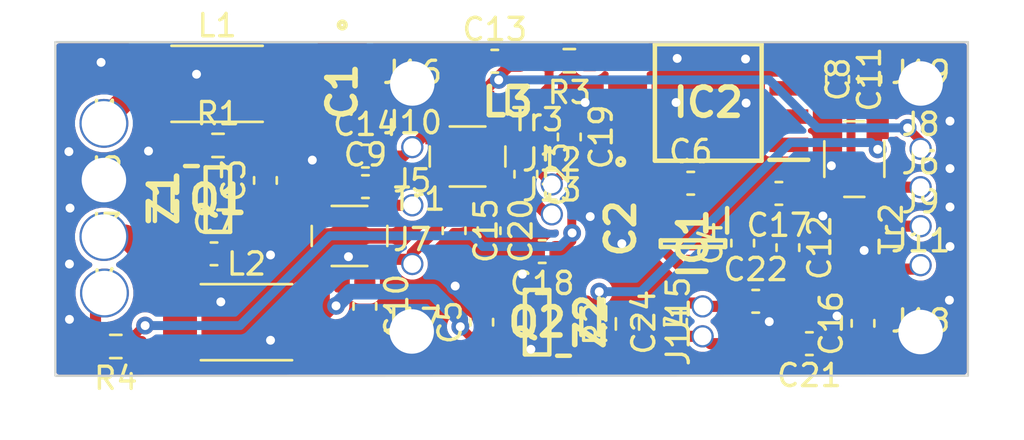
<source format=kicad_pcb>
(kicad_pcb (version 20171130) (host pcbnew "(5.1.5)-3")

  (general
    (thickness 1.6)
    (drawings 32)
    (tracks 203)
    (zones 0)
    (modules 59)
    (nets 26)
  )

  (page A4)
  (layers
    (0 F.Cu signal)
    (31 B.Cu signal)
    (32 B.Adhes user)
    (33 F.Adhes user)
    (34 B.Paste user)
    (35 F.Paste user)
    (36 B.SilkS user)
    (37 F.SilkS user)
    (38 B.Mask user)
    (39 F.Mask user)
    (40 Dwgs.User user)
    (41 Cmts.User user)
    (42 Eco1.User user)
    (43 Eco2.User user)
    (44 Edge.Cuts user)
    (45 Margin user)
    (46 B.CrtYd user)
    (47 F.CrtYd user)
    (48 B.Fab user)
    (49 F.Fab user)
  )

  (setup
    (last_trace_width 1)
    (user_trace_width 0.2)
    (user_trace_width 0.4)
    (user_trace_width 0.5)
    (user_trace_width 0.7)
    (user_trace_width 1)
    (trace_clearance 0.2)
    (zone_clearance 0)
    (zone_45_only no)
    (trace_min 0.2)
    (via_size 0.8)
    (via_drill 0.4)
    (via_min_size 0.4)
    (via_min_drill 0.3)
    (uvia_size 0.3)
    (uvia_drill 0.1)
    (uvias_allowed no)
    (uvia_min_size 0.2)
    (uvia_min_drill 0.1)
    (edge_width 0.05)
    (segment_width 0.2)
    (pcb_text_width 0.3)
    (pcb_text_size 1.5 1.5)
    (mod_edge_width 0.12)
    (mod_text_size 1 1)
    (mod_text_width 0.15)
    (pad_size 1.075 0.95)
    (pad_drill 0)
    (pad_to_mask_clearance 0)
    (aux_axis_origin 0 0)
    (visible_elements 7FFFFFFF)
    (pcbplotparams
      (layerselection 0x010fc_ffffffff)
      (usegerberextensions false)
      (usegerberattributes true)
      (usegerberadvancedattributes true)
      (creategerberjobfile true)
      (excludeedgelayer true)
      (linewidth 0.100000)
      (plotframeref false)
      (viasonmask false)
      (mode 1)
      (useauxorigin false)
      (hpglpennumber 1)
      (hpglpenspeed 20)
      (hpglpendiameter 15.000000)
      (psnegative false)
      (psa4output false)
      (plotreference true)
      (plotvalue true)
      (plotinvisibletext false)
      (padsonsilk false)
      (subtractmaskfromsilk false)
      (outputformat 1)
      (mirror false)
      (drillshape 1)
      (scaleselection 1)
      (outputdirectory ""))
  )

  (net 0 "")
  (net 1 "Net-(C1-Pad1)")
  (net 2 GND)
  (net 3 "Net-(C2-Pad1)")
  (net 4 "Net-(C6-Pad1)")
  (net 5 "Net-(C7-Pad1)")
  (net 6 "Net-(C8-Pad1)")
  (net 7 "Net-(C9-Pad2)")
  (net 8 GND3)
  (net 9 "Net-(C11-Pad2)")
  (net 10 GND1)
  (net 11 "Net-(C13-Pad2)")
  (net 12 "Net-(C14-Pad2)")
  (net 13 "Net-(C16-Pad2)")
  (net 14 "Net-(C18-Pad1)")
  (net 15 "Net-(C19-Pad2)")
  (net 16 GNDA)
  (net 17 "Net-(C21-Pad2)")
  (net 18 GND2)
  (net 19 "Net-(J1-Pad1)")
  (net 20 "Net-(J3-Pad1)")
  (net 21 "Net-(J4-Pad1)")
  (net 22 "Net-(L3-Pad1)")
  (net 23 "Net-(Q1-Pad1)")
  (net 24 "Net-(Q2-Pad1)")
  (net 25 "Net-(IC2-Pad5)")

  (net_class Default "This is the default net class."
    (clearance 0.2)
    (trace_width 0.25)
    (via_dia 0.8)
    (via_drill 0.4)
    (uvia_dia 0.3)
    (uvia_drill 0.1)
    (add_net GND)
    (add_net GND1)
    (add_net GND2)
    (add_net GND3)
    (add_net GNDA)
    (add_net "Net-(C1-Pad1)")
    (add_net "Net-(C11-Pad2)")
    (add_net "Net-(C13-Pad2)")
    (add_net "Net-(C14-Pad2)")
    (add_net "Net-(C16-Pad2)")
    (add_net "Net-(C18-Pad1)")
    (add_net "Net-(C19-Pad2)")
    (add_net "Net-(C2-Pad1)")
    (add_net "Net-(C21-Pad2)")
    (add_net "Net-(C6-Pad1)")
    (add_net "Net-(C7-Pad1)")
    (add_net "Net-(C8-Pad1)")
    (add_net "Net-(C9-Pad2)")
    (add_net "Net-(IC2-Pad5)")
    (add_net "Net-(J1-Pad1)")
    (add_net "Net-(J3-Pad1)")
    (add_net "Net-(J4-Pad1)")
    (add_net "Net-(L3-Pad1)")
    (add_net "Net-(Q1-Pad1)")
    (add_net "Net-(Q2-Pad1)")
  )

  (module BANO3_Patterns:C3225_Commercial (layer F.Cu) (tedit 0) (tstamp 610C7B0A)
    (at 71.4248 116.1532 270)
    (descr C3225_Commercial)
    (tags Capacitor)
    (path /61163928)
    (attr smd)
    (fp_text reference C1 (at 0 0 90) (layer F.SilkS)
      (effects (font (size 1.27 1.27) (thickness 0.254)))
    )
    (fp_text value C (at 0 0 90) (layer F.SilkS) hide
      (effects (font (size 1.27 1.27) (thickness 0.254)))
    )
    (fp_circle (center -3 0) (end -3 0.05) (layer F.SilkS) (width 0.2))
    (fp_line (start -4.1 2.45) (end -4.1 -2.45) (layer F.CrtYd) (width 0.05))
    (fp_line (start 3.2 2.45) (end -4.1 2.45) (layer F.CrtYd) (width 0.05))
    (fp_line (start 3.2 -2.45) (end 3.2 2.45) (layer F.CrtYd) (width 0.05))
    (fp_line (start -4.1 -2.45) (end 3.2 -2.45) (layer F.CrtYd) (width 0.05))
    (fp_line (start -1.6 1.25) (end -1.6 -1.25) (layer F.Fab) (width 0.2))
    (fp_line (start 1.6 1.25) (end -1.6 1.25) (layer F.Fab) (width 0.2))
    (fp_line (start 1.6 -1.25) (end 1.6 1.25) (layer F.Fab) (width 0.2))
    (fp_line (start -1.6 -1.25) (end 1.6 -1.25) (layer F.Fab) (width 0.2))
    (fp_text user %R (at 0 0 90) (layer F.Fab)
      (effects (font (size 1.27 1.27) (thickness 0.254)))
    )
    (pad 1 smd rect (at -1.65 0 270) (size 1.1 2.2) (layers F.Cu F.Paste F.Mask)
      (net 1 "Net-(C1-Pad1)"))
    (pad 2 smd rect (at 1.65 0 270) (size 1.1 2.2) (layers F.Cu F.Paste F.Mask)
      (net 2 GND))
    (model C3225X7R1H106M250AC.stp
      (at (xyz 0 0 0))
      (scale (xyz 1 1 1))
      (rotate (xyz 0 0 0))
    )
  )

  (module BANO3_Patterns:C3225_Commercial (layer F.Cu) (tedit 0) (tstamp 610C7B1A)
    (at 83.947 122.301 270)
    (descr C3225_Commercial)
    (tags Capacitor)
    (path /610E470D)
    (attr smd)
    (fp_text reference C2 (at 0 0 90) (layer F.SilkS)
      (effects (font (size 1.27 1.27) (thickness 0.254)))
    )
    (fp_text value C (at 0 0 90) (layer F.SilkS) hide
      (effects (font (size 1.27 1.27) (thickness 0.254)))
    )
    (fp_text user %R (at 0 0 90) (layer F.Fab)
      (effects (font (size 1.27 1.27) (thickness 0.254)))
    )
    (fp_line (start -1.6 -1.25) (end 1.6 -1.25) (layer F.Fab) (width 0.2))
    (fp_line (start 1.6 -1.25) (end 1.6 1.25) (layer F.Fab) (width 0.2))
    (fp_line (start 1.6 1.25) (end -1.6 1.25) (layer F.Fab) (width 0.2))
    (fp_line (start -1.6 1.25) (end -1.6 -1.25) (layer F.Fab) (width 0.2))
    (fp_line (start -4.1 -2.45) (end 3.2 -2.45) (layer F.CrtYd) (width 0.05))
    (fp_line (start 3.2 -2.45) (end 3.2 2.45) (layer F.CrtYd) (width 0.05))
    (fp_line (start 3.2 2.45) (end -4.1 2.45) (layer F.CrtYd) (width 0.05))
    (fp_line (start -4.1 2.45) (end -4.1 -2.45) (layer F.CrtYd) (width 0.05))
    (fp_circle (center -3 0) (end -3 0.05) (layer F.SilkS) (width 0.2))
    (pad 2 smd rect (at 1.65 0 270) (size 1.1 2.2) (layers F.Cu F.Paste F.Mask)
      (net 2 GND))
    (pad 1 smd rect (at -1.65 0 270) (size 1.1 2.2) (layers F.Cu F.Paste F.Mask)
      (net 3 "Net-(C2-Pad1)"))
    (model C3225X7R1H106M250AC.stp
      (at (xyz 0 0 0))
      (scale (xyz 1 1 1))
      (rotate (xyz 0 0 0))
    )
  )

  (module Capacitor_SMD:C_0603_1608Metric_Pad1.08x0.95mm_HandSolder (layer F.Cu) (tedit 5F68FEEF) (tstamp 610C7B2B)
    (at 67.9704 120.1431 90)
    (descr "Capacitor SMD 0603 (1608 Metric), square (rectangular) end terminal, IPC_7351 nominal with elongated pad for handsoldering. (Body size source: IPC-SM-782 page 76, https://www.pcb-3d.com/wordpress/wp-content/uploads/ipc-sm-782a_amendment_1_and_2.pdf), generated with kicad-footprint-generator")
    (tags "capacitor handsolder")
    (path /6116392E)
    (attr smd)
    (fp_text reference C3 (at 0 -1.43 90) (layer F.SilkS)
      (effects (font (size 1 1) (thickness 0.15)))
    )
    (fp_text value C (at 0 1.43 90) (layer F.Fab)
      (effects (font (size 1 1) (thickness 0.15)))
    )
    (fp_line (start 1.65 0.73) (end -1.65 0.73) (layer F.CrtYd) (width 0.05))
    (fp_line (start 1.65 -0.73) (end 1.65 0.73) (layer F.CrtYd) (width 0.05))
    (fp_line (start -1.65 -0.73) (end 1.65 -0.73) (layer F.CrtYd) (width 0.05))
    (fp_line (start -1.65 0.73) (end -1.65 -0.73) (layer F.CrtYd) (width 0.05))
    (fp_line (start -0.146267 0.51) (end 0.146267 0.51) (layer F.SilkS) (width 0.12))
    (fp_line (start -0.146267 -0.51) (end 0.146267 -0.51) (layer F.SilkS) (width 0.12))
    (fp_line (start 0.8 0.4) (end -0.8 0.4) (layer F.Fab) (width 0.1))
    (fp_line (start 0.8 -0.4) (end 0.8 0.4) (layer F.Fab) (width 0.1))
    (fp_line (start -0.8 -0.4) (end 0.8 -0.4) (layer F.Fab) (width 0.1))
    (fp_line (start -0.8 0.4) (end -0.8 -0.4) (layer F.Fab) (width 0.1))
    (fp_text user %R (at 0 0 90) (layer F.Fab)
      (effects (font (size 0.4 0.4) (thickness 0.06)))
    )
    (pad 1 smd roundrect (at -0.8625 0 90) (size 1.075 0.95) (layers F.Cu F.Paste F.Mask) (roundrect_rratio 0.25)
      (net 1 "Net-(C1-Pad1)"))
    (pad 2 smd roundrect (at 0.8625 0 90) (size 1.075 0.95) (layers F.Cu F.Paste F.Mask) (roundrect_rratio 0.25)
      (net 2 GND))
    (model ${KISYS3DMOD}/Capacitor_SMD.3dshapes/C_0603_1608Metric.wrl
      (at (xyz 0 0 0))
      (scale (xyz 1 1 1))
      (rotate (xyz 0 0 0))
    )
  )

  (module Capacitor_SMD:C_0603_1608Metric_Pad1.08x0.95mm_HandSolder (layer F.Cu) (tedit 5F68FEEF) (tstamp 610C7B3C)
    (at 89.4334 122.9625 90)
    (descr "Capacitor SMD 0603 (1608 Metric), square (rectangular) end terminal, IPC_7351 nominal with elongated pad for handsoldering. (Body size source: IPC-SM-782 page 76, https://www.pcb-3d.com/wordpress/wp-content/uploads/ipc-sm-782a_amendment_1_and_2.pdf), generated with kicad-footprint-generator")
    (tags "capacitor handsolder")
    (path /61179D2C)
    (attr smd)
    (fp_text reference C4 (at 0 -1.43 90) (layer F.SilkS)
      (effects (font (size 1 1) (thickness 0.15)))
    )
    (fp_text value C (at 0 1.43 90) (layer F.Fab)
      (effects (font (size 1 1) (thickness 0.15)))
    )
    (fp_line (start 1.65 0.73) (end -1.65 0.73) (layer F.CrtYd) (width 0.05))
    (fp_line (start 1.65 -0.73) (end 1.65 0.73) (layer F.CrtYd) (width 0.05))
    (fp_line (start -1.65 -0.73) (end 1.65 -0.73) (layer F.CrtYd) (width 0.05))
    (fp_line (start -1.65 0.73) (end -1.65 -0.73) (layer F.CrtYd) (width 0.05))
    (fp_line (start -0.146267 0.51) (end 0.146267 0.51) (layer F.SilkS) (width 0.12))
    (fp_line (start -0.146267 -0.51) (end 0.146267 -0.51) (layer F.SilkS) (width 0.12))
    (fp_line (start 0.8 0.4) (end -0.8 0.4) (layer F.Fab) (width 0.1))
    (fp_line (start 0.8 -0.4) (end 0.8 0.4) (layer F.Fab) (width 0.1))
    (fp_line (start -0.8 -0.4) (end 0.8 -0.4) (layer F.Fab) (width 0.1))
    (fp_line (start -0.8 0.4) (end -0.8 -0.4) (layer F.Fab) (width 0.1))
    (fp_text user %R (at 0 0 90) (layer F.Fab)
      (effects (font (size 0.4 0.4) (thickness 0.06)))
    )
    (pad 1 smd roundrect (at -0.8625 0 90) (size 1.075 0.95) (layers F.Cu F.Paste F.Mask) (roundrect_rratio 0.25)
      (net 3 "Net-(C2-Pad1)"))
    (pad 2 smd roundrect (at 0.8625 0 90) (size 1.075 0.95) (layers F.Cu F.Paste F.Mask) (roundrect_rratio 0.25)
      (net 2 GND))
    (model ${KISYS3DMOD}/Capacitor_SMD.3dshapes/C_0603_1608Metric.wrl
      (at (xyz 0 0 0))
      (scale (xyz 1 1 1))
      (rotate (xyz 0 0 0))
    )
  )

  (module Capacitor_SMD:C_0603_1608Metric_Pad1.08x0.95mm_HandSolder (layer F.Cu) (tedit 5F68FEEF) (tstamp 610C7B4D)
    (at 77.6986 126.5185 90)
    (descr "Capacitor SMD 0603 (1608 Metric), square (rectangular) end terminal, IPC_7351 nominal with elongated pad for handsoldering. (Body size source: IPC-SM-782 page 76, https://www.pcb-3d.com/wordpress/wp-content/uploads/ipc-sm-782a_amendment_1_and_2.pdf), generated with kicad-footprint-generator")
    (tags "capacitor handsolder")
    (path /610E5371)
    (attr smd)
    (fp_text reference C5 (at 0 -1.43 90) (layer F.SilkS)
      (effects (font (size 1 1) (thickness 0.15)))
    )
    (fp_text value C (at 0 1.43 90) (layer F.Fab)
      (effects (font (size 1 1) (thickness 0.15)))
    )
    (fp_line (start 1.65 0.73) (end -1.65 0.73) (layer F.CrtYd) (width 0.05))
    (fp_line (start 1.65 -0.73) (end 1.65 0.73) (layer F.CrtYd) (width 0.05))
    (fp_line (start -1.65 -0.73) (end 1.65 -0.73) (layer F.CrtYd) (width 0.05))
    (fp_line (start -1.65 0.73) (end -1.65 -0.73) (layer F.CrtYd) (width 0.05))
    (fp_line (start -0.146267 0.51) (end 0.146267 0.51) (layer F.SilkS) (width 0.12))
    (fp_line (start -0.146267 -0.51) (end 0.146267 -0.51) (layer F.SilkS) (width 0.12))
    (fp_line (start 0.8 0.4) (end -0.8 0.4) (layer F.Fab) (width 0.1))
    (fp_line (start 0.8 -0.4) (end 0.8 0.4) (layer F.Fab) (width 0.1))
    (fp_line (start -0.8 -0.4) (end 0.8 -0.4) (layer F.Fab) (width 0.1))
    (fp_line (start -0.8 0.4) (end -0.8 -0.4) (layer F.Fab) (width 0.1))
    (fp_text user %R (at 0 0 90) (layer F.Fab)
      (effects (font (size 0.4 0.4) (thickness 0.06)))
    )
    (pad 1 smd roundrect (at -0.8625 0 90) (size 1.075 0.95) (layers F.Cu F.Paste F.Mask) (roundrect_rratio 0.25)
      (net 3 "Net-(C2-Pad1)"))
    (pad 2 smd roundrect (at 0.8625 0 90) (size 1.075 0.95) (layers F.Cu F.Paste F.Mask) (roundrect_rratio 0.25)
      (net 2 GND))
    (model ${KISYS3DMOD}/Capacitor_SMD.3dshapes/C_0603_1608Metric.wrl
      (at (xyz 0 0 0))
      (scale (xyz 1 1 1))
      (rotate (xyz 0 0 0))
    )
  )

  (module Capacitor_SMD:C_0603_1608Metric_Pad1.08x0.95mm_HandSolder (layer F.Cu) (tedit 5F68FEEF) (tstamp 610C7B5E)
    (at 87.0966 120.269)
    (descr "Capacitor SMD 0603 (1608 Metric), square (rectangular) end terminal, IPC_7351 nominal with elongated pad for handsoldering. (Body size source: IPC-SM-782 page 76, https://www.pcb-3d.com/wordpress/wp-content/uploads/ipc-sm-782a_amendment_1_and_2.pdf), generated with kicad-footprint-generator")
    (tags "capacitor handsolder")
    (path /6117E47C)
    (attr smd)
    (fp_text reference C6 (at 0 -1.43) (layer F.SilkS)
      (effects (font (size 1 1) (thickness 0.15)))
    )
    (fp_text value C (at 0 1.43) (layer F.Fab)
      (effects (font (size 1 1) (thickness 0.15)))
    )
    (fp_text user %R (at 0 0) (layer F.Fab)
      (effects (font (size 0.4 0.4) (thickness 0.06)))
    )
    (fp_line (start -0.8 0.4) (end -0.8 -0.4) (layer F.Fab) (width 0.1))
    (fp_line (start -0.8 -0.4) (end 0.8 -0.4) (layer F.Fab) (width 0.1))
    (fp_line (start 0.8 -0.4) (end 0.8 0.4) (layer F.Fab) (width 0.1))
    (fp_line (start 0.8 0.4) (end -0.8 0.4) (layer F.Fab) (width 0.1))
    (fp_line (start -0.146267 -0.51) (end 0.146267 -0.51) (layer F.SilkS) (width 0.12))
    (fp_line (start -0.146267 0.51) (end 0.146267 0.51) (layer F.SilkS) (width 0.12))
    (fp_line (start -1.65 0.73) (end -1.65 -0.73) (layer F.CrtYd) (width 0.05))
    (fp_line (start -1.65 -0.73) (end 1.65 -0.73) (layer F.CrtYd) (width 0.05))
    (fp_line (start 1.65 -0.73) (end 1.65 0.73) (layer F.CrtYd) (width 0.05))
    (fp_line (start 1.65 0.73) (end -1.65 0.73) (layer F.CrtYd) (width 0.05))
    (pad 2 smd roundrect (at 0.8625 0) (size 1.075 0.95) (layers F.Cu F.Paste F.Mask) (roundrect_rratio 0.25)
      (net 2 GND))
    (pad 1 smd roundrect (at -0.8625 0) (size 1.075 0.95) (layers F.Cu F.Paste F.Mask) (roundrect_rratio 0.25)
      (net 4 "Net-(C6-Pad1)"))
    (model ${KISYS3DMOD}/Capacitor_SMD.3dshapes/C_0603_1608Metric.wrl
      (at (xyz 0 0 0))
      (scale (xyz 1 1 1))
      (rotate (xyz 0 0 0))
    )
  )

  (module Capacitor_SMD:C_0603_1608Metric_Pad1.08x0.95mm_HandSolder (layer F.Cu) (tedit 6113E630) (tstamp 610C7B6F)
    (at 65.6579 123.444)
    (descr "Capacitor SMD 0603 (1608 Metric), square (rectangular) end terminal, IPC_7351 nominal with elongated pad for handsoldering. (Body size source: IPC-SM-782 page 76, https://www.pcb-3d.com/wordpress/wp-content/uploads/ipc-sm-782a_amendment_1_and_2.pdf), generated with kicad-footprint-generator")
    (tags "capacitor handsolder")
    (path /611638EC)
    (attr smd)
    (fp_text reference C7 (at 0 -1.43) (layer F.SilkS)
      (effects (font (size 1 1) (thickness 0.15)))
    )
    (fp_text value C (at 0 1.43) (layer F.Fab)
      (effects (font (size 1 1) (thickness 0.15)))
    )
    (fp_text user %R (at 0 0) (layer F.Fab)
      (effects (font (size 0.4 0.4) (thickness 0.06)))
    )
    (fp_line (start -0.8 0.4) (end -0.8 -0.4) (layer F.Fab) (width 0.1))
    (fp_line (start -0.8 -0.4) (end 0.8 -0.4) (layer F.Fab) (width 0.1))
    (fp_line (start 0.8 -0.4) (end 0.8 0.4) (layer F.Fab) (width 0.1))
    (fp_line (start 0.8 0.4) (end -0.8 0.4) (layer F.Fab) (width 0.1))
    (fp_line (start -0.146267 -0.51) (end 0.146267 -0.51) (layer F.SilkS) (width 0.12))
    (fp_line (start -0.146267 0.51) (end 0.146267 0.51) (layer F.SilkS) (width 0.12))
    (fp_line (start -1.65 0.73) (end -1.65 -0.73) (layer F.CrtYd) (width 0.05))
    (fp_line (start -1.65 -0.73) (end 1.65 -0.73) (layer F.CrtYd) (width 0.05))
    (fp_line (start 1.65 -0.73) (end 1.65 0.73) (layer F.CrtYd) (width 0.05))
    (fp_line (start 1.65 0.73) (end -1.65 0.73) (layer F.CrtYd) (width 0.05))
    (pad 2 smd roundrect (at 0.8625 0) (size 1.075 0.95) (layers F.Cu F.Paste F.Mask) (roundrect_rratio 0.25)
      (net 2 GND))
    (pad 1 smd roundrect (at -0.8625 0) (size 1.075 0.95) (layers F.Cu F.Paste F.Mask) (roundrect_rratio 0.25)
      (net 5 "Net-(C7-Pad1)"))
    (model ${KISYS3DMOD}/Capacitor_SMD.3dshapes/C_0603_1608Metric.wrl
      (at (xyz 0 0 0))
      (scale (xyz 1 1 1))
      (rotate (xyz 0 0 0))
    )
  )

  (module Capacitor_SMD:C_0603_1608Metric_Pad1.08x0.95mm_HandSolder (layer F.Cu) (tedit 5F68FEEF) (tstamp 610C7B80)
    (at 95.1484 115.5965 90)
    (descr "Capacitor SMD 0603 (1608 Metric), square (rectangular) end terminal, IPC_7351 nominal with elongated pad for handsoldering. (Body size source: IPC-SM-782 page 76, https://www.pcb-3d.com/wordpress/wp-content/uploads/ipc-sm-782a_amendment_1_and_2.pdf), generated with kicad-footprint-generator")
    (tags "capacitor handsolder")
    (path /610C7E39)
    (attr smd)
    (fp_text reference C8 (at 0 -1.43 90) (layer F.SilkS)
      (effects (font (size 1 1) (thickness 0.15)))
    )
    (fp_text value C (at 0 1.43 90) (layer F.Fab)
      (effects (font (size 1 1) (thickness 0.15)))
    )
    (fp_line (start 1.65 0.73) (end -1.65 0.73) (layer F.CrtYd) (width 0.05))
    (fp_line (start 1.65 -0.73) (end 1.65 0.73) (layer F.CrtYd) (width 0.05))
    (fp_line (start -1.65 -0.73) (end 1.65 -0.73) (layer F.CrtYd) (width 0.05))
    (fp_line (start -1.65 0.73) (end -1.65 -0.73) (layer F.CrtYd) (width 0.05))
    (fp_line (start -0.146267 0.51) (end 0.146267 0.51) (layer F.SilkS) (width 0.12))
    (fp_line (start -0.146267 -0.51) (end 0.146267 -0.51) (layer F.SilkS) (width 0.12))
    (fp_line (start 0.8 0.4) (end -0.8 0.4) (layer F.Fab) (width 0.1))
    (fp_line (start 0.8 -0.4) (end 0.8 0.4) (layer F.Fab) (width 0.1))
    (fp_line (start -0.8 -0.4) (end 0.8 -0.4) (layer F.Fab) (width 0.1))
    (fp_line (start -0.8 0.4) (end -0.8 -0.4) (layer F.Fab) (width 0.1))
    (fp_text user %R (at 0 0 90) (layer F.Fab)
      (effects (font (size 0.4 0.4) (thickness 0.06)))
    )
    (pad 1 smd roundrect (at -0.8625 0 90) (size 1.075 0.95) (layers F.Cu F.Paste F.Mask) (roundrect_rratio 0.25)
      (net 6 "Net-(C8-Pad1)"))
    (pad 2 smd roundrect (at 0.8625 0 90) (size 1.075 0.95) (layers F.Cu F.Paste F.Mask) (roundrect_rratio 0.25)
      (net 2 GND))
    (model ${KISYS3DMOD}/Capacitor_SMD.3dshapes/C_0603_1608Metric.wrl
      (at (xyz 0 0 0))
      (scale (xyz 1 1 1))
      (rotate (xyz 0 0 0))
    )
  )

  (module Capacitor_SMD:C_0603_1608Metric_Pad1.08x0.95mm_HandSolder (layer F.Cu) (tedit 5F68FEEF) (tstamp 610C7B91)
    (at 72.4673 120.4214)
    (descr "Capacitor SMD 0603 (1608 Metric), square (rectangular) end terminal, IPC_7351 nominal with elongated pad for handsoldering. (Body size source: IPC-SM-782 page 76, https://www.pcb-3d.com/wordpress/wp-content/uploads/ipc-sm-782a_amendment_1_and_2.pdf), generated with kicad-footprint-generator")
    (tags "capacitor handsolder")
    (path /611638F2)
    (attr smd)
    (fp_text reference C9 (at 0 -1.43) (layer F.SilkS)
      (effects (font (size 1 1) (thickness 0.15)))
    )
    (fp_text value C (at 0 1.43) (layer F.Fab)
      (effects (font (size 1 1) (thickness 0.15)))
    )
    (fp_line (start 1.65 0.73) (end -1.65 0.73) (layer F.CrtYd) (width 0.05))
    (fp_line (start 1.65 -0.73) (end 1.65 0.73) (layer F.CrtYd) (width 0.05))
    (fp_line (start -1.65 -0.73) (end 1.65 -0.73) (layer F.CrtYd) (width 0.05))
    (fp_line (start -1.65 0.73) (end -1.65 -0.73) (layer F.CrtYd) (width 0.05))
    (fp_line (start -0.146267 0.51) (end 0.146267 0.51) (layer F.SilkS) (width 0.12))
    (fp_line (start -0.146267 -0.51) (end 0.146267 -0.51) (layer F.SilkS) (width 0.12))
    (fp_line (start 0.8 0.4) (end -0.8 0.4) (layer F.Fab) (width 0.1))
    (fp_line (start 0.8 -0.4) (end 0.8 0.4) (layer F.Fab) (width 0.1))
    (fp_line (start -0.8 -0.4) (end 0.8 -0.4) (layer F.Fab) (width 0.1))
    (fp_line (start -0.8 0.4) (end -0.8 -0.4) (layer F.Fab) (width 0.1))
    (fp_text user %R (at 0 0) (layer F.Fab)
      (effects (font (size 0.4 0.4) (thickness 0.06)))
    )
    (pad 1 smd roundrect (at -0.8625 0) (size 1.075 0.95) (layers F.Cu F.Paste F.Mask) (roundrect_rratio 0.25)
      (net 2 GND))
    (pad 2 smd roundrect (at 0.8625 0) (size 1.075 0.95) (layers F.Cu F.Paste F.Mask) (roundrect_rratio 0.25)
      (net 7 "Net-(C9-Pad2)"))
    (model ${KISYS3DMOD}/Capacitor_SMD.3dshapes/C_0603_1608Metric.wrl
      (at (xyz 0 0 0))
      (scale (xyz 1 1 1))
      (rotate (xyz 0 0 0))
    )
  )

  (module Capacitor_SMD:C_0603_1608Metric_Pad1.08x0.95mm_HandSolder (layer F.Cu) (tedit 5F68FEEF) (tstamp 610C7BA2)
    (at 72.4408 125.8051 270)
    (descr "Capacitor SMD 0603 (1608 Metric), square (rectangular) end terminal, IPC_7351 nominal with elongated pad for handsoldering. (Body size source: IPC-SM-782 page 76, https://www.pcb-3d.com/wordpress/wp-content/uploads/ipc-sm-782a_amendment_1_and_2.pdf), generated with kicad-footprint-generator")
    (tags "capacitor handsolder")
    (path /611638F8)
    (attr smd)
    (fp_text reference C10 (at 0 -1.43 90) (layer F.SilkS)
      (effects (font (size 1 1) (thickness 0.15)))
    )
    (fp_text value C (at 0 1.43 90) (layer F.Fab)
      (effects (font (size 1 1) (thickness 0.15)))
    )
    (fp_text user %R (at 0 0 90) (layer F.Fab)
      (effects (font (size 0.4 0.4) (thickness 0.06)))
    )
    (fp_line (start -0.8 0.4) (end -0.8 -0.4) (layer F.Fab) (width 0.1))
    (fp_line (start -0.8 -0.4) (end 0.8 -0.4) (layer F.Fab) (width 0.1))
    (fp_line (start 0.8 -0.4) (end 0.8 0.4) (layer F.Fab) (width 0.1))
    (fp_line (start 0.8 0.4) (end -0.8 0.4) (layer F.Fab) (width 0.1))
    (fp_line (start -0.146267 -0.51) (end 0.146267 -0.51) (layer F.SilkS) (width 0.12))
    (fp_line (start -0.146267 0.51) (end 0.146267 0.51) (layer F.SilkS) (width 0.12))
    (fp_line (start -1.65 0.73) (end -1.65 -0.73) (layer F.CrtYd) (width 0.05))
    (fp_line (start -1.65 -0.73) (end 1.65 -0.73) (layer F.CrtYd) (width 0.05))
    (fp_line (start 1.65 -0.73) (end 1.65 0.73) (layer F.CrtYd) (width 0.05))
    (fp_line (start 1.65 0.73) (end -1.65 0.73) (layer F.CrtYd) (width 0.05))
    (pad 2 smd roundrect (at 0.8625 0 270) (size 1.075 0.95) (layers F.Cu F.Paste F.Mask) (roundrect_rratio 0.25)
      (net 2 GND))
    (pad 1 smd roundrect (at -0.8625 0 270) (size 1.075 0.95) (layers F.Cu F.Paste F.Mask) (roundrect_rratio 0.25)
      (net 8 GND3))
    (model ${KISYS3DMOD}/Capacitor_SMD.3dshapes/C_0603_1608Metric.wrl
      (at (xyz 0 0 0))
      (scale (xyz 1 1 1))
      (rotate (xyz 0 0 0))
    )
  )

  (module Capacitor_SMD:C_0603_1608Metric_Pad1.08x0.95mm_HandSolder (layer F.Cu) (tedit 5F68FEEF) (tstamp 610C7BB3)
    (at 93.7006 115.5943 270)
    (descr "Capacitor SMD 0603 (1608 Metric), square (rectangular) end terminal, IPC_7351 nominal with elongated pad for handsoldering. (Body size source: IPC-SM-782 page 76, https://www.pcb-3d.com/wordpress/wp-content/uploads/ipc-sm-782a_amendment_1_and_2.pdf), generated with kicad-footprint-generator")
    (tags "capacitor handsolder")
    (path /610C8F9F)
    (attr smd)
    (fp_text reference C11 (at 0 -1.43 90) (layer F.SilkS)
      (effects (font (size 1 1) (thickness 0.15)))
    )
    (fp_text value C (at 0 1.43 90) (layer F.Fab)
      (effects (font (size 1 1) (thickness 0.15)))
    )
    (fp_text user %R (at 0 0 90) (layer F.Fab)
      (effects (font (size 0.4 0.4) (thickness 0.06)))
    )
    (fp_line (start -0.8 0.4) (end -0.8 -0.4) (layer F.Fab) (width 0.1))
    (fp_line (start -0.8 -0.4) (end 0.8 -0.4) (layer F.Fab) (width 0.1))
    (fp_line (start 0.8 -0.4) (end 0.8 0.4) (layer F.Fab) (width 0.1))
    (fp_line (start 0.8 0.4) (end -0.8 0.4) (layer F.Fab) (width 0.1))
    (fp_line (start -0.146267 -0.51) (end 0.146267 -0.51) (layer F.SilkS) (width 0.12))
    (fp_line (start -0.146267 0.51) (end 0.146267 0.51) (layer F.SilkS) (width 0.12))
    (fp_line (start -1.65 0.73) (end -1.65 -0.73) (layer F.CrtYd) (width 0.05))
    (fp_line (start -1.65 -0.73) (end 1.65 -0.73) (layer F.CrtYd) (width 0.05))
    (fp_line (start 1.65 -0.73) (end 1.65 0.73) (layer F.CrtYd) (width 0.05))
    (fp_line (start 1.65 0.73) (end -1.65 0.73) (layer F.CrtYd) (width 0.05))
    (pad 2 smd roundrect (at 0.8625 0 270) (size 1.075 0.95) (layers F.Cu F.Paste F.Mask) (roundrect_rratio 0.25)
      (net 9 "Net-(C11-Pad2)"))
    (pad 1 smd roundrect (at -0.8625 0 270) (size 1.075 0.95) (layers F.Cu F.Paste F.Mask) (roundrect_rratio 0.25)
      (net 2 GND))
    (model ${KISYS3DMOD}/Capacitor_SMD.3dshapes/C_0603_1608Metric.wrl
      (at (xyz 0 0 0))
      (scale (xyz 1 1 1))
      (rotate (xyz 0 0 0))
    )
  )

  (module Capacitor_SMD:C_0603_1608Metric_Pad1.08x0.95mm_HandSolder (layer F.Cu) (tedit 5F68FEEF) (tstamp 610C7BC4)
    (at 91.4654 123.1657 270)
    (descr "Capacitor SMD 0603 (1608 Metric), square (rectangular) end terminal, IPC_7351 nominal with elongated pad for handsoldering. (Body size source: IPC-SM-782 page 76, https://www.pcb-3d.com/wordpress/wp-content/uploads/ipc-sm-782a_amendment_1_and_2.pdf), generated with kicad-footprint-generator")
    (tags "capacitor handsolder")
    (path /610C93E8)
    (attr smd)
    (fp_text reference C12 (at 0 -1.43 90) (layer F.SilkS)
      (effects (font (size 1 1) (thickness 0.15)))
    )
    (fp_text value C (at 0 1.43 90) (layer F.Fab)
      (effects (font (size 1 1) (thickness 0.15)))
    )
    (fp_line (start 1.65 0.73) (end -1.65 0.73) (layer F.CrtYd) (width 0.05))
    (fp_line (start 1.65 -0.73) (end 1.65 0.73) (layer F.CrtYd) (width 0.05))
    (fp_line (start -1.65 -0.73) (end 1.65 -0.73) (layer F.CrtYd) (width 0.05))
    (fp_line (start -1.65 0.73) (end -1.65 -0.73) (layer F.CrtYd) (width 0.05))
    (fp_line (start -0.146267 0.51) (end 0.146267 0.51) (layer F.SilkS) (width 0.12))
    (fp_line (start -0.146267 -0.51) (end 0.146267 -0.51) (layer F.SilkS) (width 0.12))
    (fp_line (start 0.8 0.4) (end -0.8 0.4) (layer F.Fab) (width 0.1))
    (fp_line (start 0.8 -0.4) (end 0.8 0.4) (layer F.Fab) (width 0.1))
    (fp_line (start -0.8 -0.4) (end 0.8 -0.4) (layer F.Fab) (width 0.1))
    (fp_line (start -0.8 0.4) (end -0.8 -0.4) (layer F.Fab) (width 0.1))
    (fp_text user %R (at 0 0 90) (layer F.Fab)
      (effects (font (size 0.4 0.4) (thickness 0.06)))
    )
    (pad 1 smd roundrect (at -0.8625 0 270) (size 1.075 0.95) (layers F.Cu F.Paste F.Mask) (roundrect_rratio 0.25)
      (net 10 GND1))
    (pad 2 smd roundrect (at 0.8625 0 270) (size 1.075 0.95) (layers F.Cu F.Paste F.Mask) (roundrect_rratio 0.25)
      (net 2 GND))
    (model ${KISYS3DMOD}/Capacitor_SMD.3dshapes/C_0603_1608Metric.wrl
      (at (xyz 0 0 0))
      (scale (xyz 1 1 1))
      (rotate (xyz 0 0 0))
    )
  )

  (module Capacitor_SMD:C_0603_1608Metric_Pad1.08x0.95mm_HandSolder (layer F.Cu) (tedit 5F68FEEF) (tstamp 610C7BD5)
    (at 78.2839 114.7826)
    (descr "Capacitor SMD 0603 (1608 Metric), square (rectangular) end terminal, IPC_7351 nominal with elongated pad for handsoldering. (Body size source: IPC-SM-782 page 76, https://www.pcb-3d.com/wordpress/wp-content/uploads/ipc-sm-782a_amendment_1_and_2.pdf), generated with kicad-footprint-generator")
    (tags "capacitor handsolder")
    (path /61216B6E)
    (attr smd)
    (fp_text reference C13 (at 0 -1.43) (layer F.SilkS)
      (effects (font (size 1 1) (thickness 0.15)))
    )
    (fp_text value C (at 0 1.43) (layer F.Fab)
      (effects (font (size 1 1) (thickness 0.15)))
    )
    (fp_text user %R (at 0 0) (layer F.Fab)
      (effects (font (size 0.4 0.4) (thickness 0.06)))
    )
    (fp_line (start -0.8 0.4) (end -0.8 -0.4) (layer F.Fab) (width 0.1))
    (fp_line (start -0.8 -0.4) (end 0.8 -0.4) (layer F.Fab) (width 0.1))
    (fp_line (start 0.8 -0.4) (end 0.8 0.4) (layer F.Fab) (width 0.1))
    (fp_line (start 0.8 0.4) (end -0.8 0.4) (layer F.Fab) (width 0.1))
    (fp_line (start -0.146267 -0.51) (end 0.146267 -0.51) (layer F.SilkS) (width 0.12))
    (fp_line (start -0.146267 0.51) (end 0.146267 0.51) (layer F.SilkS) (width 0.12))
    (fp_line (start -1.65 0.73) (end -1.65 -0.73) (layer F.CrtYd) (width 0.05))
    (fp_line (start -1.65 -0.73) (end 1.65 -0.73) (layer F.CrtYd) (width 0.05))
    (fp_line (start 1.65 -0.73) (end 1.65 0.73) (layer F.CrtYd) (width 0.05))
    (fp_line (start 1.65 0.73) (end -1.65 0.73) (layer F.CrtYd) (width 0.05))
    (pad 2 smd roundrect (at 0.8625 0) (size 1.075 0.95) (layers F.Cu F.Paste F.Mask) (roundrect_rratio 0.25)
      (net 11 "Net-(C13-Pad2)"))
    (pad 1 smd roundrect (at -0.8625 0) (size 1.075 0.95) (layers F.Cu F.Paste F.Mask) (roundrect_rratio 0.25)
      (net 2 GND))
    (model ${KISYS3DMOD}/Capacitor_SMD.3dshapes/C_0603_1608Metric.wrl
      (at (xyz 0 0 0))
      (scale (xyz 1 1 1))
      (rotate (xyz 0 0 0))
    )
  )

  (module Capacitor_SMD:C_0603_1608Metric_Pad1.08x0.95mm_HandSolder (layer F.Cu) (tedit 5F68FEEF) (tstamp 610C7BE6)
    (at 72.4673 119.0498)
    (descr "Capacitor SMD 0603 (1608 Metric), square (rectangular) end terminal, IPC_7351 nominal with elongated pad for handsoldering. (Body size source: IPC-SM-782 page 76, https://www.pcb-3d.com/wordpress/wp-content/uploads/ipc-sm-782a_amendment_1_and_2.pdf), generated with kicad-footprint-generator")
    (tags "capacitor handsolder")
    (path /611638FE)
    (attr smd)
    (fp_text reference C14 (at 0 -1.43) (layer F.SilkS)
      (effects (font (size 1 1) (thickness 0.15)))
    )
    (fp_text value C (at 0 1.43) (layer F.Fab)
      (effects (font (size 1 1) (thickness 0.15)))
    )
    (fp_line (start 1.65 0.73) (end -1.65 0.73) (layer F.CrtYd) (width 0.05))
    (fp_line (start 1.65 -0.73) (end 1.65 0.73) (layer F.CrtYd) (width 0.05))
    (fp_line (start -1.65 -0.73) (end 1.65 -0.73) (layer F.CrtYd) (width 0.05))
    (fp_line (start -1.65 0.73) (end -1.65 -0.73) (layer F.CrtYd) (width 0.05))
    (fp_line (start -0.146267 0.51) (end 0.146267 0.51) (layer F.SilkS) (width 0.12))
    (fp_line (start -0.146267 -0.51) (end 0.146267 -0.51) (layer F.SilkS) (width 0.12))
    (fp_line (start 0.8 0.4) (end -0.8 0.4) (layer F.Fab) (width 0.1))
    (fp_line (start 0.8 -0.4) (end 0.8 0.4) (layer F.Fab) (width 0.1))
    (fp_line (start -0.8 -0.4) (end 0.8 -0.4) (layer F.Fab) (width 0.1))
    (fp_line (start -0.8 0.4) (end -0.8 -0.4) (layer F.Fab) (width 0.1))
    (fp_text user %R (at 0 0) (layer F.Fab)
      (effects (font (size 0.4 0.4) (thickness 0.06)))
    )
    (pad 1 smd roundrect (at -0.8625 0) (size 1.075 0.95) (layers F.Cu F.Paste F.Mask) (roundrect_rratio 0.25)
      (net 2 GND))
    (pad 2 smd roundrect (at 0.8625 0) (size 1.075 0.95) (layers F.Cu F.Paste F.Mask) (roundrect_rratio 0.25)
      (net 12 "Net-(C14-Pad2)"))
    (model ${KISYS3DMOD}/Capacitor_SMD.3dshapes/C_0603_1608Metric.wrl
      (at (xyz 0 0 0))
      (scale (xyz 1 1 1))
      (rotate (xyz 0 0 0))
    )
  )

  (module Capacitor_SMD:C_0603_1608Metric_Pad1.08x0.95mm_HandSolder (layer F.Cu) (tedit 5F68FEEF) (tstamp 610C7BF7)
    (at 76.454 122.4037 270)
    (descr "Capacitor SMD 0603 (1608 Metric), square (rectangular) end terminal, IPC_7351 nominal with elongated pad for handsoldering. (Body size source: IPC-SM-782 page 76, https://www.pcb-3d.com/wordpress/wp-content/uploads/ipc-sm-782a_amendment_1_and_2.pdf), generated with kicad-footprint-generator")
    (tags "capacitor handsolder")
    (path /61163904)
    (attr smd)
    (fp_text reference C15 (at 0 -1.43 90) (layer F.SilkS)
      (effects (font (size 1 1) (thickness 0.15)))
    )
    (fp_text value C (at 0 1.43 90) (layer F.Fab)
      (effects (font (size 1 1) (thickness 0.15)))
    )
    (fp_text user %R (at 0 0 90) (layer F.Fab)
      (effects (font (size 0.4 0.4) (thickness 0.06)))
    )
    (fp_line (start -0.8 0.4) (end -0.8 -0.4) (layer F.Fab) (width 0.1))
    (fp_line (start -0.8 -0.4) (end 0.8 -0.4) (layer F.Fab) (width 0.1))
    (fp_line (start 0.8 -0.4) (end 0.8 0.4) (layer F.Fab) (width 0.1))
    (fp_line (start 0.8 0.4) (end -0.8 0.4) (layer F.Fab) (width 0.1))
    (fp_line (start -0.146267 -0.51) (end 0.146267 -0.51) (layer F.SilkS) (width 0.12))
    (fp_line (start -0.146267 0.51) (end 0.146267 0.51) (layer F.SilkS) (width 0.12))
    (fp_line (start -1.65 0.73) (end -1.65 -0.73) (layer F.CrtYd) (width 0.05))
    (fp_line (start -1.65 -0.73) (end 1.65 -0.73) (layer F.CrtYd) (width 0.05))
    (fp_line (start 1.65 -0.73) (end 1.65 0.73) (layer F.CrtYd) (width 0.05))
    (fp_line (start 1.65 0.73) (end -1.65 0.73) (layer F.CrtYd) (width 0.05))
    (pad 2 smd roundrect (at 0.8625 0 270) (size 1.075 0.95) (layers F.Cu F.Paste F.Mask) (roundrect_rratio 0.25)
      (net 2 GND))
    (pad 1 smd roundrect (at -0.8625 0 270) (size 1.075 0.95) (layers F.Cu F.Paste F.Mask) (roundrect_rratio 0.25)
      (net 8 GND3))
    (model ${KISYS3DMOD}/Capacitor_SMD.3dshapes/C_0603_1608Metric.wrl
      (at (xyz 0 0 0))
      (scale (xyz 1 1 1))
      (rotate (xyz 0 0 0))
    )
  )

  (module Capacitor_SMD:C_0603_1608Metric_Pad1.08x0.95mm_HandSolder (layer F.Cu) (tedit 5F68FEEF) (tstamp 610C7C08)
    (at 94.8436 126.5693 90)
    (descr "Capacitor SMD 0603 (1608 Metric), square (rectangular) end terminal, IPC_7351 nominal with elongated pad for handsoldering. (Body size source: IPC-SM-782 page 76, https://www.pcb-3d.com/wordpress/wp-content/uploads/ipc-sm-782a_amendment_1_and_2.pdf), generated with kicad-footprint-generator")
    (tags "capacitor handsolder")
    (path /610CAA81)
    (attr smd)
    (fp_text reference C16 (at 0 -1.43 90) (layer F.SilkS)
      (effects (font (size 1 1) (thickness 0.15)))
    )
    (fp_text value C (at 0 1.43 90) (layer F.Fab)
      (effects (font (size 1 1) (thickness 0.15)))
    )
    (fp_text user %R (at 0 0 90) (layer F.Fab)
      (effects (font (size 0.4 0.4) (thickness 0.06)))
    )
    (fp_line (start -0.8 0.4) (end -0.8 -0.4) (layer F.Fab) (width 0.1))
    (fp_line (start -0.8 -0.4) (end 0.8 -0.4) (layer F.Fab) (width 0.1))
    (fp_line (start 0.8 -0.4) (end 0.8 0.4) (layer F.Fab) (width 0.1))
    (fp_line (start 0.8 0.4) (end -0.8 0.4) (layer F.Fab) (width 0.1))
    (fp_line (start -0.146267 -0.51) (end 0.146267 -0.51) (layer F.SilkS) (width 0.12))
    (fp_line (start -0.146267 0.51) (end 0.146267 0.51) (layer F.SilkS) (width 0.12))
    (fp_line (start -1.65 0.73) (end -1.65 -0.73) (layer F.CrtYd) (width 0.05))
    (fp_line (start -1.65 -0.73) (end 1.65 -0.73) (layer F.CrtYd) (width 0.05))
    (fp_line (start 1.65 -0.73) (end 1.65 0.73) (layer F.CrtYd) (width 0.05))
    (fp_line (start 1.65 0.73) (end -1.65 0.73) (layer F.CrtYd) (width 0.05))
    (pad 2 smd roundrect (at 0.8625 0 90) (size 1.075 0.95) (layers F.Cu F.Paste F.Mask) (roundrect_rratio 0.25)
      (net 13 "Net-(C16-Pad2)"))
    (pad 1 smd roundrect (at -0.8625 0 90) (size 1.075 0.95) (layers F.Cu F.Paste F.Mask) (roundrect_rratio 0.25)
      (net 2 GND))
    (model ${KISYS3DMOD}/Capacitor_SMD.3dshapes/C_0603_1608Metric.wrl
      (at (xyz 0 0 0))
      (scale (xyz 1 1 1))
      (rotate (xyz 0 0 0))
    )
  )

  (module Capacitor_SMD:C_0603_1608Metric_Pad1.08x0.95mm_HandSolder (layer F.Cu) (tedit 5F68FEEF) (tstamp 610C7C19)
    (at 91.0601 120.7262 180)
    (descr "Capacitor SMD 0603 (1608 Metric), square (rectangular) end terminal, IPC_7351 nominal with elongated pad for handsoldering. (Body size source: IPC-SM-782 page 76, https://www.pcb-3d.com/wordpress/wp-content/uploads/ipc-sm-782a_amendment_1_and_2.pdf), generated with kicad-footprint-generator")
    (tags "capacitor handsolder")
    (path /610CAFFB)
    (attr smd)
    (fp_text reference C17 (at 0 -1.43) (layer F.SilkS)
      (effects (font (size 1 1) (thickness 0.15)))
    )
    (fp_text value C (at 0 1.43) (layer F.Fab)
      (effects (font (size 1 1) (thickness 0.15)))
    )
    (fp_line (start 1.65 0.73) (end -1.65 0.73) (layer F.CrtYd) (width 0.05))
    (fp_line (start 1.65 -0.73) (end 1.65 0.73) (layer F.CrtYd) (width 0.05))
    (fp_line (start -1.65 -0.73) (end 1.65 -0.73) (layer F.CrtYd) (width 0.05))
    (fp_line (start -1.65 0.73) (end -1.65 -0.73) (layer F.CrtYd) (width 0.05))
    (fp_line (start -0.146267 0.51) (end 0.146267 0.51) (layer F.SilkS) (width 0.12))
    (fp_line (start -0.146267 -0.51) (end 0.146267 -0.51) (layer F.SilkS) (width 0.12))
    (fp_line (start 0.8 0.4) (end -0.8 0.4) (layer F.Fab) (width 0.1))
    (fp_line (start 0.8 -0.4) (end 0.8 0.4) (layer F.Fab) (width 0.1))
    (fp_line (start -0.8 -0.4) (end 0.8 -0.4) (layer F.Fab) (width 0.1))
    (fp_line (start -0.8 0.4) (end -0.8 -0.4) (layer F.Fab) (width 0.1))
    (fp_text user %R (at 0 0) (layer F.Fab)
      (effects (font (size 0.4 0.4) (thickness 0.06)))
    )
    (pad 1 smd roundrect (at -0.8625 0 180) (size 1.075 0.95) (layers F.Cu F.Paste F.Mask) (roundrect_rratio 0.25)
      (net 10 GND1))
    (pad 2 smd roundrect (at 0.8625 0 180) (size 1.075 0.95) (layers F.Cu F.Paste F.Mask) (roundrect_rratio 0.25)
      (net 2 GND))
    (model ${KISYS3DMOD}/Capacitor_SMD.3dshapes/C_0603_1608Metric.wrl
      (at (xyz 0 0 0))
      (scale (xyz 1 1 1))
      (rotate (xyz 0 0 0))
    )
  )

  (module Capacitor_SMD:C_0603_1608Metric_Pad1.08x0.95mm_HandSolder (layer F.Cu) (tedit 5F68FEEF) (tstamp 610C7C2A)
    (at 80.4175 123.3424 180)
    (descr "Capacitor SMD 0603 (1608 Metric), square (rectangular) end terminal, IPC_7351 nominal with elongated pad for handsoldering. (Body size source: IPC-SM-782 page 76, https://www.pcb-3d.com/wordpress/wp-content/uploads/ipc-sm-782a_amendment_1_and_2.pdf), generated with kicad-footprint-generator")
    (tags "capacitor handsolder")
    (path /61249851)
    (attr smd)
    (fp_text reference C18 (at 0 -1.43) (layer F.SilkS)
      (effects (font (size 1 1) (thickness 0.15)))
    )
    (fp_text value C (at 0 1.43) (layer F.Fab)
      (effects (font (size 1 1) (thickness 0.15)))
    )
    (fp_line (start 1.65 0.73) (end -1.65 0.73) (layer F.CrtYd) (width 0.05))
    (fp_line (start 1.65 -0.73) (end 1.65 0.73) (layer F.CrtYd) (width 0.05))
    (fp_line (start -1.65 -0.73) (end 1.65 -0.73) (layer F.CrtYd) (width 0.05))
    (fp_line (start -1.65 0.73) (end -1.65 -0.73) (layer F.CrtYd) (width 0.05))
    (fp_line (start -0.146267 0.51) (end 0.146267 0.51) (layer F.SilkS) (width 0.12))
    (fp_line (start -0.146267 -0.51) (end 0.146267 -0.51) (layer F.SilkS) (width 0.12))
    (fp_line (start 0.8 0.4) (end -0.8 0.4) (layer F.Fab) (width 0.1))
    (fp_line (start 0.8 -0.4) (end 0.8 0.4) (layer F.Fab) (width 0.1))
    (fp_line (start -0.8 -0.4) (end 0.8 -0.4) (layer F.Fab) (width 0.1))
    (fp_line (start -0.8 0.4) (end -0.8 -0.4) (layer F.Fab) (width 0.1))
    (fp_text user %R (at 0 0) (layer F.Fab)
      (effects (font (size 0.4 0.4) (thickness 0.06)))
    )
    (pad 1 smd roundrect (at -0.8625 0 180) (size 1.075 0.95) (layers F.Cu F.Paste F.Mask) (roundrect_rratio 0.25)
      (net 14 "Net-(C18-Pad1)"))
    (pad 2 smd roundrect (at 0.8625 0 180) (size 1.075 0.95) (layers F.Cu F.Paste F.Mask) (roundrect_rratio 0.25)
      (net 2 GND))
    (model ${KISYS3DMOD}/Capacitor_SMD.3dshapes/C_0603_1608Metric.wrl
      (at (xyz 0 0 0))
      (scale (xyz 1 1 1))
      (rotate (xyz 0 0 0))
    )
  )

  (module Capacitor_SMD:C_0603_1608Metric_Pad1.08x0.95mm_HandSolder (layer F.Cu) (tedit 5F68FEEF) (tstamp 610C7C3B)
    (at 81.6356 118.1873 270)
    (descr "Capacitor SMD 0603 (1608 Metric), square (rectangular) end terminal, IPC_7351 nominal with elongated pad for handsoldering. (Body size source: IPC-SM-782 page 76, https://www.pcb-3d.com/wordpress/wp-content/uploads/ipc-sm-782a_amendment_1_and_2.pdf), generated with kicad-footprint-generator")
    (tags "capacitor handsolder")
    (path /6116390A)
    (attr smd)
    (fp_text reference C19 (at 0 -1.43 90) (layer F.SilkS)
      (effects (font (size 1 1) (thickness 0.15)))
    )
    (fp_text value C (at 0 1.43 90) (layer F.Fab)
      (effects (font (size 1 1) (thickness 0.15)))
    )
    (fp_line (start 1.65 0.73) (end -1.65 0.73) (layer F.CrtYd) (width 0.05))
    (fp_line (start 1.65 -0.73) (end 1.65 0.73) (layer F.CrtYd) (width 0.05))
    (fp_line (start -1.65 -0.73) (end 1.65 -0.73) (layer F.CrtYd) (width 0.05))
    (fp_line (start -1.65 0.73) (end -1.65 -0.73) (layer F.CrtYd) (width 0.05))
    (fp_line (start -0.146267 0.51) (end 0.146267 0.51) (layer F.SilkS) (width 0.12))
    (fp_line (start -0.146267 -0.51) (end 0.146267 -0.51) (layer F.SilkS) (width 0.12))
    (fp_line (start 0.8 0.4) (end -0.8 0.4) (layer F.Fab) (width 0.1))
    (fp_line (start 0.8 -0.4) (end 0.8 0.4) (layer F.Fab) (width 0.1))
    (fp_line (start -0.8 -0.4) (end 0.8 -0.4) (layer F.Fab) (width 0.1))
    (fp_line (start -0.8 0.4) (end -0.8 -0.4) (layer F.Fab) (width 0.1))
    (fp_text user %R (at 0 0 90) (layer F.Fab)
      (effects (font (size 0.4 0.4) (thickness 0.06)))
    )
    (pad 1 smd roundrect (at -0.8625 0 270) (size 1.075 0.95) (layers F.Cu F.Paste F.Mask) (roundrect_rratio 0.25)
      (net 2 GND))
    (pad 2 smd roundrect (at 0.8625 0 270) (size 1.075 0.95) (layers F.Cu F.Paste F.Mask) (roundrect_rratio 0.25)
      (net 15 "Net-(C19-Pad2)"))
    (model ${KISYS3DMOD}/Capacitor_SMD.3dshapes/C_0603_1608Metric.wrl
      (at (xyz 0 0 0))
      (scale (xyz 1 1 1))
      (rotate (xyz 0 0 0))
    )
  )

  (module Capacitor_SMD:C_0603_1608Metric_Pad1.08x0.95mm_HandSolder (layer F.Cu) (tedit 5F68FEEF) (tstamp 610C7C4C)
    (at 78.0288 122.4037 270)
    (descr "Capacitor SMD 0603 (1608 Metric), square (rectangular) end terminal, IPC_7351 nominal with elongated pad for handsoldering. (Body size source: IPC-SM-782 page 76, https://www.pcb-3d.com/wordpress/wp-content/uploads/ipc-sm-782a_amendment_1_and_2.pdf), generated with kicad-footprint-generator")
    (tags "capacitor handsolder")
    (path /61163910)
    (attr smd)
    (fp_text reference C20 (at 0 -1.43 90) (layer F.SilkS)
      (effects (font (size 1 1) (thickness 0.15)))
    )
    (fp_text value C (at 0 1.43 90) (layer F.Fab)
      (effects (font (size 1 1) (thickness 0.15)))
    )
    (fp_text user %R (at 0 0 90) (layer F.Fab)
      (effects (font (size 0.4 0.4) (thickness 0.06)))
    )
    (fp_line (start -0.8 0.4) (end -0.8 -0.4) (layer F.Fab) (width 0.1))
    (fp_line (start -0.8 -0.4) (end 0.8 -0.4) (layer F.Fab) (width 0.1))
    (fp_line (start 0.8 -0.4) (end 0.8 0.4) (layer F.Fab) (width 0.1))
    (fp_line (start 0.8 0.4) (end -0.8 0.4) (layer F.Fab) (width 0.1))
    (fp_line (start -0.146267 -0.51) (end 0.146267 -0.51) (layer F.SilkS) (width 0.12))
    (fp_line (start -0.146267 0.51) (end 0.146267 0.51) (layer F.SilkS) (width 0.12))
    (fp_line (start -1.65 0.73) (end -1.65 -0.73) (layer F.CrtYd) (width 0.05))
    (fp_line (start -1.65 -0.73) (end 1.65 -0.73) (layer F.CrtYd) (width 0.05))
    (fp_line (start 1.65 -0.73) (end 1.65 0.73) (layer F.CrtYd) (width 0.05))
    (fp_line (start 1.65 0.73) (end -1.65 0.73) (layer F.CrtYd) (width 0.05))
    (pad 2 smd roundrect (at 0.8625 0 270) (size 1.075 0.95) (layers F.Cu F.Paste F.Mask) (roundrect_rratio 0.25)
      (net 2 GND))
    (pad 1 smd roundrect (at -0.8625 0 270) (size 1.075 0.95) (layers F.Cu F.Paste F.Mask) (roundrect_rratio 0.25)
      (net 16 GNDA))
    (model ${KISYS3DMOD}/Capacitor_SMD.3dshapes/C_0603_1608Metric.wrl
      (at (xyz 0 0 0))
      (scale (xyz 1 1 1))
      (rotate (xyz 0 0 0))
    )
  )

  (module Capacitor_SMD:C_0603_1608Metric_Pad1.08x0.95mm_HandSolder (layer F.Cu) (tedit 5F68FEEF) (tstamp 610C7C5D)
    (at 92.4317 127.4826 180)
    (descr "Capacitor SMD 0603 (1608 Metric), square (rectangular) end terminal, IPC_7351 nominal with elongated pad for handsoldering. (Body size source: IPC-SM-782 page 76, https://www.pcb-3d.com/wordpress/wp-content/uploads/ipc-sm-782a_amendment_1_and_2.pdf), generated with kicad-footprint-generator")
    (tags "capacitor handsolder")
    (path /610CB564)
    (attr smd)
    (fp_text reference C21 (at 0 -1.43) (layer F.SilkS)
      (effects (font (size 1 1) (thickness 0.15)))
    )
    (fp_text value C (at 0 1.43) (layer F.Fab)
      (effects (font (size 1 1) (thickness 0.15)))
    )
    (fp_text user %R (at 0 0) (layer F.Fab)
      (effects (font (size 0.4 0.4) (thickness 0.06)))
    )
    (fp_line (start -0.8 0.4) (end -0.8 -0.4) (layer F.Fab) (width 0.1))
    (fp_line (start -0.8 -0.4) (end 0.8 -0.4) (layer F.Fab) (width 0.1))
    (fp_line (start 0.8 -0.4) (end 0.8 0.4) (layer F.Fab) (width 0.1))
    (fp_line (start 0.8 0.4) (end -0.8 0.4) (layer F.Fab) (width 0.1))
    (fp_line (start -0.146267 -0.51) (end 0.146267 -0.51) (layer F.SilkS) (width 0.12))
    (fp_line (start -0.146267 0.51) (end 0.146267 0.51) (layer F.SilkS) (width 0.12))
    (fp_line (start -1.65 0.73) (end -1.65 -0.73) (layer F.CrtYd) (width 0.05))
    (fp_line (start -1.65 -0.73) (end 1.65 -0.73) (layer F.CrtYd) (width 0.05))
    (fp_line (start 1.65 -0.73) (end 1.65 0.73) (layer F.CrtYd) (width 0.05))
    (fp_line (start 1.65 0.73) (end -1.65 0.73) (layer F.CrtYd) (width 0.05))
    (pad 2 smd roundrect (at 0.8625 0 180) (size 1.075 0.95) (layers F.Cu F.Paste F.Mask) (roundrect_rratio 0.25)
      (net 17 "Net-(C21-Pad2)"))
    (pad 1 smd roundrect (at -0.8625 0 180) (size 1.075 0.95) (layers F.Cu F.Paste F.Mask) (roundrect_rratio 0.25)
      (net 2 GND))
    (model ${KISYS3DMOD}/Capacitor_SMD.3dshapes/C_0603_1608Metric.wrl
      (at (xyz 0 0 0))
      (scale (xyz 1 1 1))
      (rotate (xyz 0 0 0))
    )
  )

  (module Capacitor_SMD:C_0603_1608Metric_Pad1.08x0.95mm_HandSolder (layer F.Cu) (tedit 5F68FEEF) (tstamp 610C7C6E)
    (at 90.0187 125.5776)
    (descr "Capacitor SMD 0603 (1608 Metric), square (rectangular) end terminal, IPC_7351 nominal with elongated pad for handsoldering. (Body size source: IPC-SM-782 page 76, https://www.pcb-3d.com/wordpress/wp-content/uploads/ipc-sm-782a_amendment_1_and_2.pdf), generated with kicad-footprint-generator")
    (tags "capacitor handsolder")
    (path /610CBA5D)
    (attr smd)
    (fp_text reference C22 (at 0 -1.43) (layer F.SilkS)
      (effects (font (size 1 1) (thickness 0.15)))
    )
    (fp_text value C (at 0 1.43) (layer F.Fab)
      (effects (font (size 1 1) (thickness 0.15)))
    )
    (fp_line (start 1.65 0.73) (end -1.65 0.73) (layer F.CrtYd) (width 0.05))
    (fp_line (start 1.65 -0.73) (end 1.65 0.73) (layer F.CrtYd) (width 0.05))
    (fp_line (start -1.65 -0.73) (end 1.65 -0.73) (layer F.CrtYd) (width 0.05))
    (fp_line (start -1.65 0.73) (end -1.65 -0.73) (layer F.CrtYd) (width 0.05))
    (fp_line (start -0.146267 0.51) (end 0.146267 0.51) (layer F.SilkS) (width 0.12))
    (fp_line (start -0.146267 -0.51) (end 0.146267 -0.51) (layer F.SilkS) (width 0.12))
    (fp_line (start 0.8 0.4) (end -0.8 0.4) (layer F.Fab) (width 0.1))
    (fp_line (start 0.8 -0.4) (end 0.8 0.4) (layer F.Fab) (width 0.1))
    (fp_line (start -0.8 -0.4) (end 0.8 -0.4) (layer F.Fab) (width 0.1))
    (fp_line (start -0.8 0.4) (end -0.8 -0.4) (layer F.Fab) (width 0.1))
    (fp_text user %R (at 0 0) (layer F.Fab)
      (effects (font (size 0.4 0.4) (thickness 0.06)))
    )
    (pad 1 smd roundrect (at -0.8625 0) (size 1.075 0.95) (layers F.Cu F.Paste F.Mask) (roundrect_rratio 0.25)
      (net 18 GND2))
    (pad 2 smd roundrect (at 0.8625 0) (size 1.075 0.95) (layers F.Cu F.Paste F.Mask) (roundrect_rratio 0.25)
      (net 2 GND))
    (model ${KISYS3DMOD}/Capacitor_SMD.3dshapes/C_0603_1608Metric.wrl
      (at (xyz 0 0 0))
      (scale (xyz 1 1 1))
      (rotate (xyz 0 0 0))
    )
  )

  (module Capacitor_SMD:C_0603_1608Metric_Pad1.08x0.95mm_HandSolder (layer F.Cu) (tedit 5F68FEEF) (tstamp 610C7C7F)
    (at 79.6798 119.8637 270)
    (descr "Capacitor SMD 0603 (1608 Metric), square (rectangular) end terminal, IPC_7351 nominal with elongated pad for handsoldering. (Body size source: IPC-SM-782 page 76, https://www.pcb-3d.com/wordpress/wp-content/uploads/ipc-sm-782a_amendment_1_and_2.pdf), generated with kicad-footprint-generator")
    (tags "capacitor handsolder")
    (path /61163934)
    (attr smd)
    (fp_text reference C23 (at 0 -1.43 90) (layer F.SilkS)
      (effects (font (size 1 1) (thickness 0.15)))
    )
    (fp_text value C (at 0 1.43 90) (layer F.Fab)
      (effects (font (size 1 1) (thickness 0.15)))
    )
    (fp_text user %R (at 0 0 90) (layer F.Fab)
      (effects (font (size 0.4 0.4) (thickness 0.06)))
    )
    (fp_line (start -0.8 0.4) (end -0.8 -0.4) (layer F.Fab) (width 0.1))
    (fp_line (start -0.8 -0.4) (end 0.8 -0.4) (layer F.Fab) (width 0.1))
    (fp_line (start 0.8 -0.4) (end 0.8 0.4) (layer F.Fab) (width 0.1))
    (fp_line (start 0.8 0.4) (end -0.8 0.4) (layer F.Fab) (width 0.1))
    (fp_line (start -0.146267 -0.51) (end 0.146267 -0.51) (layer F.SilkS) (width 0.12))
    (fp_line (start -0.146267 0.51) (end 0.146267 0.51) (layer F.SilkS) (width 0.12))
    (fp_line (start -1.65 0.73) (end -1.65 -0.73) (layer F.CrtYd) (width 0.05))
    (fp_line (start -1.65 -0.73) (end 1.65 -0.73) (layer F.CrtYd) (width 0.05))
    (fp_line (start 1.65 -0.73) (end 1.65 0.73) (layer F.CrtYd) (width 0.05))
    (fp_line (start 1.65 0.73) (end -1.65 0.73) (layer F.CrtYd) (width 0.05))
    (pad 2 smd roundrect (at 0.8625 0 270) (size 1.075 0.95) (layers F.Cu F.Paste F.Mask) (roundrect_rratio 0.25)
      (net 16 GNDA))
    (pad 1 smd roundrect (at -0.8625 0 270) (size 1.075 0.95) (layers F.Cu F.Paste F.Mask) (roundrect_rratio 0.25)
      (net 15 "Net-(C19-Pad2)"))
    (model ${KISYS3DMOD}/Capacitor_SMD.3dshapes/C_0603_1608Metric.wrl
      (at (xyz 0 0 0))
      (scale (xyz 1 1 1))
      (rotate (xyz 0 0 0))
    )
  )

  (module Capacitor_SMD:C_0603_1608Metric_Pad1.08x0.95mm_HandSolder (layer F.Cu) (tedit 5F68FEEF) (tstamp 610C7C90)
    (at 86.4108 126.5185 90)
    (descr "Capacitor SMD 0603 (1608 Metric), square (rectangular) end terminal, IPC_7351 nominal with elongated pad for handsoldering. (Body size source: IPC-SM-782 page 76, https://www.pcb-3d.com/wordpress/wp-content/uploads/ipc-sm-782a_amendment_1_and_2.pdf), generated with kicad-footprint-generator")
    (tags "capacitor handsolder")
    (path /610E68D8)
    (attr smd)
    (fp_text reference C24 (at 0 -1.43 90) (layer F.SilkS)
      (effects (font (size 1 1) (thickness 0.15)))
    )
    (fp_text value C (at 0 1.43 90) (layer F.Fab)
      (effects (font (size 1 1) (thickness 0.15)))
    )
    (fp_text user %R (at 0 0 90) (layer F.Fab)
      (effects (font (size 0.4 0.4) (thickness 0.06)))
    )
    (fp_line (start -0.8 0.4) (end -0.8 -0.4) (layer F.Fab) (width 0.1))
    (fp_line (start -0.8 -0.4) (end 0.8 -0.4) (layer F.Fab) (width 0.1))
    (fp_line (start 0.8 -0.4) (end 0.8 0.4) (layer F.Fab) (width 0.1))
    (fp_line (start 0.8 0.4) (end -0.8 0.4) (layer F.Fab) (width 0.1))
    (fp_line (start -0.146267 -0.51) (end 0.146267 -0.51) (layer F.SilkS) (width 0.12))
    (fp_line (start -0.146267 0.51) (end 0.146267 0.51) (layer F.SilkS) (width 0.12))
    (fp_line (start -1.65 0.73) (end -1.65 -0.73) (layer F.CrtYd) (width 0.05))
    (fp_line (start -1.65 -0.73) (end 1.65 -0.73) (layer F.CrtYd) (width 0.05))
    (fp_line (start 1.65 -0.73) (end 1.65 0.73) (layer F.CrtYd) (width 0.05))
    (fp_line (start 1.65 0.73) (end -1.65 0.73) (layer F.CrtYd) (width 0.05))
    (pad 2 smd roundrect (at 0.8625 0 90) (size 1.075 0.95) (layers F.Cu F.Paste F.Mask) (roundrect_rratio 0.25)
      (net 18 GND2))
    (pad 1 smd roundrect (at -0.8625 0 90) (size 1.075 0.95) (layers F.Cu F.Paste F.Mask) (roundrect_rratio 0.25)
      (net 17 "Net-(C21-Pad2)"))
    (model ${KISYS3DMOD}/Capacitor_SMD.3dshapes/C_0603_1608Metric.wrl
      (at (xyz 0 0 0))
      (scale (xyz 1 1 1))
      (rotate (xyz 0 0 0))
    )
  )

  (module SOT96P240X110-3N (layer F.Cu) (tedit 0) (tstamp 610C7CE6)
    (at 87.1982 122.9868 270)
    (descr ZXTR2105FQ-7-1)
    (tags "Integrated Circuit")
    (path /611717CF)
    (attr smd)
    (fp_text reference IC1 (at 0 0 90) (layer F.SilkS)
      (effects (font (size 1.27 1.27) (thickness 0.254)))
    )
    (fp_text value ZXTR2105FQ-7 (at 0 0 90) (layer F.SilkS) hide
      (effects (font (size 1.27 1.27) (thickness 0.254)))
    )
    (fp_line (start -1.6 -1.535) (end -0.5 -1.535) (layer F.SilkS) (width 0.2))
    (fp_line (start -0.15 1.45) (end -0.15 -1.45) (layer F.SilkS) (width 0.2))
    (fp_line (start 0.15 1.45) (end -0.15 1.45) (layer F.SilkS) (width 0.2))
    (fp_line (start 0.15 -1.45) (end 0.15 1.45) (layer F.SilkS) (width 0.2))
    (fp_line (start -0.15 -1.45) (end 0.15 -1.45) (layer F.SilkS) (width 0.2))
    (fp_line (start -0.65 -0.49) (end 0.31 -1.45) (layer F.Fab) (width 0.1))
    (fp_line (start -0.65 1.45) (end -0.65 -1.45) (layer F.Fab) (width 0.1))
    (fp_line (start 0.65 1.45) (end -0.65 1.45) (layer F.Fab) (width 0.1))
    (fp_line (start 0.65 -1.45) (end 0.65 1.45) (layer F.Fab) (width 0.1))
    (fp_line (start -0.65 -1.45) (end 0.65 -1.45) (layer F.Fab) (width 0.1))
    (fp_line (start -1.85 1.75) (end -1.85 -1.75) (layer F.CrtYd) (width 0.05))
    (fp_line (start 1.85 1.75) (end -1.85 1.75) (layer F.CrtYd) (width 0.05))
    (fp_line (start 1.85 -1.75) (end 1.85 1.75) (layer F.CrtYd) (width 0.05))
    (fp_line (start -1.85 -1.75) (end 1.85 -1.75) (layer F.CrtYd) (width 0.05))
    (fp_text user %R (at 0 0 90) (layer F.Fab)
      (effects (font (size 1.27 1.27) (thickness 0.254)))
    )
    (pad 1 smd rect (at -1.05 -0.96) (size 0.65 1.1) (layers F.Cu F.Paste F.Mask)
      (net 2 GND))
    (pad 2 smd rect (at -1.05 0.96) (size 0.65 1.1) (layers F.Cu F.Paste F.Mask)
      (net 4 "Net-(C6-Pad1)"))
    (pad 3 smd rect (at 1.05 0) (size 0.65 1.1) (layers F.Cu F.Paste F.Mask)
      (net 3 "Net-(C2-Pad1)"))
    (model ZXTR2105FQ-7.stp
      (at (xyz 0 0 0))
      (scale (xyz 1 1 1))
      (rotate (xyz 0 0 0))
    )
  )

  (module BANO3_Patterns:LQM21DN220N00L (layer F.Cu) (tedit 0) (tstamp 610C7D63)
    (at 78.8604 116.6114 180)
    (descr "0805 (2012) T=1.25±0.2mm")
    (tags Inductor)
    (path /61208D2E)
    (attr smd)
    (fp_text reference L3 (at 0 0) (layer F.SilkS)
      (effects (font (size 1.27 1.27) (thickness 0.254)))
    )
    (fp_text value L (at 0 0) (layer F.SilkS) hide
      (effects (font (size 1.27 1.27) (thickness 0.254)))
    )
    (fp_line (start 0 -0.525) (end 0 0.525) (layer F.SilkS) (width 0.2))
    (fp_line (start -2.75 1.625) (end -2.75 -1.625) (layer F.CrtYd) (width 0.1))
    (fp_line (start 2.75 1.625) (end -2.75 1.625) (layer F.CrtYd) (width 0.1))
    (fp_line (start 2.75 -1.625) (end 2.75 1.625) (layer F.CrtYd) (width 0.1))
    (fp_line (start -2.75 -1.625) (end 2.75 -1.625) (layer F.CrtYd) (width 0.1))
    (fp_line (start -1 0.625) (end -1 -0.625) (layer F.Fab) (width 0.1))
    (fp_line (start 1 0.625) (end -1 0.625) (layer F.Fab) (width 0.1))
    (fp_line (start 1 -0.625) (end 1 0.625) (layer F.Fab) (width 0.1))
    (fp_line (start -1 -0.625) (end 1 -0.625) (layer F.Fab) (width 0.1))
    (fp_text user %R (at 0 0) (layer F.Fab)
      (effects (font (size 1.27 1.27) (thickness 0.254)))
    )
    (pad 1 smd rect (at -1.175 0 270) (size 1 1.15) (layers F.Cu F.Paste F.Mask)
      (net 22 "Net-(L3-Pad1)"))
    (pad 2 smd rect (at 1.175 0 270) (size 1 1.15) (layers F.Cu F.Paste F.Mask)
      (net 11 "Net-(C13-Pad2)"))
    (model LQM21FN100M80L.stp
      (at (xyz 0 0 0))
      (scale (xyz 1 1 1))
      (rotate (xyz 0 0 0))
    )
  )

  (module SOTFL95P240X88-3N (layer F.Cu) (tedit 0) (tstamp 610C7D79)
    (at 65.831 121.0056)
    (descr "SOT-23F (2-3Z1A)_1")
    (tags "MOSFET (P-Channel)")
    (path /611639F2)
    (attr smd)
    (fp_text reference Q1 (at 0 0) (layer F.SilkS)
      (effects (font (size 1.27 1.27) (thickness 0.254)))
    )
    (fp_text value SSM3J351R,LF (at 0 0) (layer F.SilkS) hide
      (effects (font (size 1.27 1.27) (thickness 0.254)))
    )
    (fp_line (start -1.475 -1.51) (end -0.9 -1.51) (layer F.SilkS) (width 0.2))
    (fp_line (start -0.55 1.45) (end -0.55 -1.45) (layer F.SilkS) (width 0.2))
    (fp_line (start 0.55 1.45) (end -0.55 1.45) (layer F.SilkS) (width 0.2))
    (fp_line (start 0.55 -1.45) (end 0.55 1.45) (layer F.SilkS) (width 0.2))
    (fp_line (start -0.55 -1.45) (end 0.55 -1.45) (layer F.SilkS) (width 0.2))
    (fp_line (start -0.9 -0.5) (end 0.05 -1.45) (layer F.Fab) (width 0.1))
    (fp_line (start -0.9 1.45) (end -0.9 -1.45) (layer F.Fab) (width 0.1))
    (fp_line (start 0.9 1.45) (end -0.9 1.45) (layer F.Fab) (width 0.1))
    (fp_line (start 0.9 -1.45) (end 0.9 1.45) (layer F.Fab) (width 0.1))
    (fp_line (start -0.9 -1.45) (end 0.9 -1.45) (layer F.Fab) (width 0.1))
    (fp_line (start -1.625 1.7) (end -1.625 -1.7) (layer F.CrtYd) (width 0.05))
    (fp_line (start 1.625 1.7) (end -1.625 1.7) (layer F.CrtYd) (width 0.05))
    (fp_line (start 1.625 -1.7) (end 1.625 1.7) (layer F.CrtYd) (width 0.05))
    (fp_line (start -1.625 -1.7) (end 1.625 -1.7) (layer F.CrtYd) (width 0.05))
    (fp_text user %R (at 0 0) (layer F.Fab)
      (effects (font (size 1.27 1.27) (thickness 0.254)))
    )
    (pad 1 smd rect (at -1.188 -0.95) (size 0.575 0.62) (layers F.Cu F.Paste F.Mask)
      (net 23 "Net-(Q1-Pad1)"))
    (pad 2 smd rect (at -1.188 0.95) (size 0.575 0.62) (layers F.Cu F.Paste F.Mask)
      (net 5 "Net-(C7-Pad1)"))
    (pad 3 smd rect (at 1.188 0) (size 0.575 0.62) (layers F.Cu F.Paste F.Mask)
      (net 1 "Net-(C1-Pad1)"))
    (model SSM3J351R,LF.stp
      (at (xyz 0 0 0))
      (scale (xyz 1 1 1))
      (rotate (xyz 0 0 0))
    )
  )

  (module SOTFL95P240X88-3N (layer F.Cu) (tedit 0) (tstamp 610C7D8F)
    (at 80.1878 126.5174 180)
    (descr "SOT-23F (2-3Z1A)_1")
    (tags "MOSFET (P-Channel)")
    (path /610BF9E5)
    (attr smd)
    (fp_text reference Q2 (at 0 0) (layer F.SilkS)
      (effects (font (size 1.27 1.27) (thickness 0.254)))
    )
    (fp_text value SSM3J351R,LF (at 0 0) (layer F.SilkS) hide
      (effects (font (size 1.27 1.27) (thickness 0.254)))
    )
    (fp_text user %R (at 0 0) (layer F.Fab)
      (effects (font (size 1.27 1.27) (thickness 0.254)))
    )
    (fp_line (start -1.625 -1.7) (end 1.625 -1.7) (layer F.CrtYd) (width 0.05))
    (fp_line (start 1.625 -1.7) (end 1.625 1.7) (layer F.CrtYd) (width 0.05))
    (fp_line (start 1.625 1.7) (end -1.625 1.7) (layer F.CrtYd) (width 0.05))
    (fp_line (start -1.625 1.7) (end -1.625 -1.7) (layer F.CrtYd) (width 0.05))
    (fp_line (start -0.9 -1.45) (end 0.9 -1.45) (layer F.Fab) (width 0.1))
    (fp_line (start 0.9 -1.45) (end 0.9 1.45) (layer F.Fab) (width 0.1))
    (fp_line (start 0.9 1.45) (end -0.9 1.45) (layer F.Fab) (width 0.1))
    (fp_line (start -0.9 1.45) (end -0.9 -1.45) (layer F.Fab) (width 0.1))
    (fp_line (start -0.9 -0.5) (end 0.05 -1.45) (layer F.Fab) (width 0.1))
    (fp_line (start -0.55 -1.45) (end 0.55 -1.45) (layer F.SilkS) (width 0.2))
    (fp_line (start 0.55 -1.45) (end 0.55 1.45) (layer F.SilkS) (width 0.2))
    (fp_line (start 0.55 1.45) (end -0.55 1.45) (layer F.SilkS) (width 0.2))
    (fp_line (start -0.55 1.45) (end -0.55 -1.45) (layer F.SilkS) (width 0.2))
    (fp_line (start -1.475 -1.51) (end -0.9 -1.51) (layer F.SilkS) (width 0.2))
    (pad 3 smd rect (at 1.188 0 180) (size 0.575 0.62) (layers F.Cu F.Paste F.Mask)
      (net 3 "Net-(C2-Pad1)"))
    (pad 2 smd rect (at -1.188 0.95 180) (size 0.575 0.62) (layers F.Cu F.Paste F.Mask)
      (net 6 "Net-(C8-Pad1)"))
    (pad 1 smd rect (at -1.188 -0.95 180) (size 0.575 0.62) (layers F.Cu F.Paste F.Mask)
      (net 24 "Net-(Q2-Pad1)"))
    (model SSM3J351R,LF.stp
      (at (xyz 0 0 0))
      (scale (xyz 1 1 1))
      (rotate (xyz 0 0 0))
    )
  )

  (module Resistor_SMD:R_0603_1608Metric_Pad0.98x0.95mm_HandSolder (layer F.Cu) (tedit 5F68FEEE) (tstamp 610C7DA0)
    (at 65.8387 118.5672)
    (descr "Resistor SMD 0603 (1608 Metric), square (rectangular) end terminal, IPC_7351 nominal with elongated pad for handsoldering. (Body size source: IPC-SM-782 page 72, https://www.pcb-3d.com/wordpress/wp-content/uploads/ipc-sm-782a_amendment_1_and_2.pdf), generated with kicad-footprint-generator")
    (tags "resistor handsolder")
    (path /611638D8)
    (attr smd)
    (fp_text reference R1 (at 0 -1.43) (layer F.SilkS)
      (effects (font (size 1 1) (thickness 0.15)))
    )
    (fp_text value R (at 0 1.43) (layer F.Fab)
      (effects (font (size 1 1) (thickness 0.15)))
    )
    (fp_text user %R (at 0 0) (layer F.Fab)
      (effects (font (size 0.4 0.4) (thickness 0.06)))
    )
    (fp_line (start -0.8 0.4125) (end -0.8 -0.4125) (layer F.Fab) (width 0.1))
    (fp_line (start -0.8 -0.4125) (end 0.8 -0.4125) (layer F.Fab) (width 0.1))
    (fp_line (start 0.8 -0.4125) (end 0.8 0.4125) (layer F.Fab) (width 0.1))
    (fp_line (start 0.8 0.4125) (end -0.8 0.4125) (layer F.Fab) (width 0.1))
    (fp_line (start -0.254724 -0.5225) (end 0.254724 -0.5225) (layer F.SilkS) (width 0.12))
    (fp_line (start -0.254724 0.5225) (end 0.254724 0.5225) (layer F.SilkS) (width 0.12))
    (fp_line (start -1.65 0.73) (end -1.65 -0.73) (layer F.CrtYd) (width 0.05))
    (fp_line (start -1.65 -0.73) (end 1.65 -0.73) (layer F.CrtYd) (width 0.05))
    (fp_line (start 1.65 -0.73) (end 1.65 0.73) (layer F.CrtYd) (width 0.05))
    (fp_line (start 1.65 0.73) (end -1.65 0.73) (layer F.CrtYd) (width 0.05))
    (pad 2 smd roundrect (at 0.9125 0) (size 0.975 0.95) (layers F.Cu F.Paste F.Mask) (roundrect_rratio 0.25)
      (net 2 GND))
    (pad 1 smd roundrect (at -0.9125 0) (size 0.975 0.95) (layers F.Cu F.Paste F.Mask) (roundrect_rratio 0.25)
      (net 23 "Net-(Q1-Pad1)"))
    (model ${KISYS3DMOD}/Resistor_SMD.3dshapes/R_0603_1608Metric.wrl
      (at (xyz 0 0 0))
      (scale (xyz 1 1 1))
      (rotate (xyz 0 0 0))
    )
  )

  (module Resistor_SMD:R_0603_1608Metric_Pad0.98x0.95mm_HandSolder (layer F.Cu) (tedit 5F68FEEE) (tstamp 610C7DB1)
    (at 84.2518 126.5955 90)
    (descr "Resistor SMD 0603 (1608 Metric), square (rectangular) end terminal, IPC_7351 nominal with elongated pad for handsoldering. (Body size source: IPC-SM-782 page 72, https://www.pcb-3d.com/wordpress/wp-content/uploads/ipc-sm-782a_amendment_1_and_2.pdf), generated with kicad-footprint-generator")
    (tags "resistor handsolder")
    (path /610C18C4)
    (attr smd)
    (fp_text reference R2 (at 0 -1.43 90) (layer F.SilkS)
      (effects (font (size 1 1) (thickness 0.15)))
    )
    (fp_text value R (at 0 1.43 90) (layer F.Fab)
      (effects (font (size 1 1) (thickness 0.15)))
    )
    (fp_text user %R (at 0 0 90) (layer F.Fab)
      (effects (font (size 0.4 0.4) (thickness 0.06)))
    )
    (fp_line (start -0.8 0.4125) (end -0.8 -0.4125) (layer F.Fab) (width 0.1))
    (fp_line (start -0.8 -0.4125) (end 0.8 -0.4125) (layer F.Fab) (width 0.1))
    (fp_line (start 0.8 -0.4125) (end 0.8 0.4125) (layer F.Fab) (width 0.1))
    (fp_line (start 0.8 0.4125) (end -0.8 0.4125) (layer F.Fab) (width 0.1))
    (fp_line (start -0.254724 -0.5225) (end 0.254724 -0.5225) (layer F.SilkS) (width 0.12))
    (fp_line (start -0.254724 0.5225) (end 0.254724 0.5225) (layer F.SilkS) (width 0.12))
    (fp_line (start -1.65 0.73) (end -1.65 -0.73) (layer F.CrtYd) (width 0.05))
    (fp_line (start -1.65 -0.73) (end 1.65 -0.73) (layer F.CrtYd) (width 0.05))
    (fp_line (start 1.65 -0.73) (end 1.65 0.73) (layer F.CrtYd) (width 0.05))
    (fp_line (start 1.65 0.73) (end -1.65 0.73) (layer F.CrtYd) (width 0.05))
    (pad 2 smd roundrect (at 0.9125 0 90) (size 0.975 0.95) (layers F.Cu F.Paste F.Mask) (roundrect_rratio 0.25)
      (net 2 GND))
    (pad 1 smd roundrect (at -0.9125 0 90) (size 0.975 0.95) (layers F.Cu F.Paste F.Mask) (roundrect_rratio 0.25)
      (net 24 "Net-(Q2-Pad1)"))
    (model ${KISYS3DMOD}/Resistor_SMD.3dshapes/R_0603_1608Metric.wrl
      (at (xyz 0 0 0))
      (scale (xyz 1 1 1))
      (rotate (xyz 0 0 0))
    )
  )

  (module Resistor_SMD:R_0603_1608Metric_Pad0.98x0.95mm_HandSolder (layer F.Cu) (tedit 5F68FEEE) (tstamp 610C7DC2)
    (at 81.6375 114.7572 180)
    (descr "Resistor SMD 0603 (1608 Metric), square (rectangular) end terminal, IPC_7351 nominal with elongated pad for handsoldering. (Body size source: IPC-SM-782 page 72, https://www.pcb-3d.com/wordpress/wp-content/uploads/ipc-sm-782a_amendment_1_and_2.pdf), generated with kicad-footprint-generator")
    (tags "resistor handsolder")
    (path /61291FE8)
    (attr smd)
    (fp_text reference R3 (at 0 -1.43) (layer F.SilkS)
      (effects (font (size 1 1) (thickness 0.15)))
    )
    (fp_text value R (at 0 1.43) (layer F.Fab)
      (effects (font (size 1 1) (thickness 0.15)))
    )
    (fp_line (start 1.65 0.73) (end -1.65 0.73) (layer F.CrtYd) (width 0.05))
    (fp_line (start 1.65 -0.73) (end 1.65 0.73) (layer F.CrtYd) (width 0.05))
    (fp_line (start -1.65 -0.73) (end 1.65 -0.73) (layer F.CrtYd) (width 0.05))
    (fp_line (start -1.65 0.73) (end -1.65 -0.73) (layer F.CrtYd) (width 0.05))
    (fp_line (start -0.254724 0.5225) (end 0.254724 0.5225) (layer F.SilkS) (width 0.12))
    (fp_line (start -0.254724 -0.5225) (end 0.254724 -0.5225) (layer F.SilkS) (width 0.12))
    (fp_line (start 0.8 0.4125) (end -0.8 0.4125) (layer F.Fab) (width 0.1))
    (fp_line (start 0.8 -0.4125) (end 0.8 0.4125) (layer F.Fab) (width 0.1))
    (fp_line (start -0.8 -0.4125) (end 0.8 -0.4125) (layer F.Fab) (width 0.1))
    (fp_line (start -0.8 0.4125) (end -0.8 -0.4125) (layer F.Fab) (width 0.1))
    (fp_text user %R (at 0 0) (layer F.Fab)
      (effects (font (size 0.4 0.4) (thickness 0.06)))
    )
    (pad 1 smd roundrect (at -0.9125 0 180) (size 0.975 0.95) (layers F.Cu F.Paste F.Mask) (roundrect_rratio 0.25)
      (net 25 "Net-(IC2-Pad5)"))
    (pad 2 smd roundrect (at 0.9125 0 180) (size 0.975 0.95) (layers F.Cu F.Paste F.Mask) (roundrect_rratio 0.25)
      (net 22 "Net-(L3-Pad1)"))
    (model ${KISYS3DMOD}/Resistor_SMD.3dshapes/R_0603_1608Metric.wrl
      (at (xyz 0 0 0))
      (scale (xyz 1 1 1))
      (rotate (xyz 0 0 0))
    )
  )

  (module Resistor_SMD:R_0603_1608Metric_Pad0.98x0.95mm_HandSolder (layer F.Cu) (tedit 5F68FEEE) (tstamp 610C7DD3)
    (at 61.2413 127.6096 180)
    (descr "Resistor SMD 0603 (1608 Metric), square (rectangular) end terminal, IPC_7351 nominal with elongated pad for handsoldering. (Body size source: IPC-SM-782 page 72, https://www.pcb-3d.com/wordpress/wp-content/uploads/ipc-sm-782a_amendment_1_and_2.pdf), generated with kicad-footprint-generator")
    (tags "resistor handsolder")
    (path /610C1EB8)
    (attr smd)
    (fp_text reference R4 (at 0 -1.43) (layer F.SilkS)
      (effects (font (size 1 1) (thickness 0.15)))
    )
    (fp_text value R (at 0 1.43) (layer F.Fab)
      (effects (font (size 1 1) (thickness 0.15)))
    )
    (fp_line (start 1.65 0.73) (end -1.65 0.73) (layer F.CrtYd) (width 0.05))
    (fp_line (start 1.65 -0.73) (end 1.65 0.73) (layer F.CrtYd) (width 0.05))
    (fp_line (start -1.65 -0.73) (end 1.65 -0.73) (layer F.CrtYd) (width 0.05))
    (fp_line (start -1.65 0.73) (end -1.65 -0.73) (layer F.CrtYd) (width 0.05))
    (fp_line (start -0.254724 0.5225) (end 0.254724 0.5225) (layer F.SilkS) (width 0.12))
    (fp_line (start -0.254724 -0.5225) (end 0.254724 -0.5225) (layer F.SilkS) (width 0.12))
    (fp_line (start 0.8 0.4125) (end -0.8 0.4125) (layer F.Fab) (width 0.1))
    (fp_line (start 0.8 -0.4125) (end 0.8 0.4125) (layer F.Fab) (width 0.1))
    (fp_line (start -0.8 -0.4125) (end 0.8 -0.4125) (layer F.Fab) (width 0.1))
    (fp_line (start -0.8 0.4125) (end -0.8 -0.4125) (layer F.Fab) (width 0.1))
    (fp_text user %R (at 0 0) (layer F.Fab)
      (effects (font (size 0.4 0.4) (thickness 0.06)))
    )
    (pad 1 smd roundrect (at -0.9125 0 180) (size 0.975 0.95) (layers F.Cu F.Paste F.Mask) (roundrect_rratio 0.25)
      (net 14 "Net-(C18-Pad1)"))
    (pad 2 smd roundrect (at 0.9125 0 180) (size 0.975 0.95) (layers F.Cu F.Paste F.Mask) (roundrect_rratio 0.25)
      (net 21 "Net-(J4-Pad1)"))
    (model ${KISYS3DMOD}/Resistor_SMD.3dshapes/R_0603_1608Metric.wrl
      (at (xyz 0 0 0))
      (scale (xyz 1 1 1))
      (rotate (xyz 0 0 0))
    )
  )

  (module BANO3_Patterns:CMF3225 (layer F.Cu) (tedit 610AC792) (tstamp 610C7DDF)
    (at 70.044 120.3198)
    (path /611638BE)
    (fp_text reference Tr1 (at 4.854 0.662) (layer F.SilkS)
      (effects (font (size 1 1) (thickness 0.15)))
    )
    (fp_text value CMF3225 (at 0 -0.5) (layer F.Fab)
      (effects (font (size 1 1) (thickness 0.15)))
    )
    (fp_line (start 0.008 2.77) (end 0.008 1.87) (layer F.SilkS) (width 0.12))
    (fp_line (start 2.508 3.67) (end 0.908 3.67) (layer F.SilkS) (width 0.12))
    (fp_line (start 3.408 1.87) (end 3.408 2.77) (layer F.SilkS) (width 0.12))
    (fp_line (start 0.908 0.97) (end 2.508 0.97) (layer F.SilkS) (width 0.12))
    (pad 4 smd rect (at 3.108 3.37) (size 1 1) (layers F.Cu F.Paste F.Mask)
      (net 8 GND3))
    (pad 3 smd rect (at 3.108 1.27) (size 1 1) (layers F.Cu F.Paste F.Mask)
      (net 7 "Net-(C9-Pad2)"))
    (pad 2 smd rect (at 0.308 3.37) (size 1 1) (layers F.Cu F.Paste F.Mask)
      (net 2 GND))
    (pad 1 smd rect (at 0.308 1.27) (size 1 1) (layers F.Cu F.Paste F.Mask)
      (net 5 "Net-(C7-Pad1)"))
  )

  (module BANO3_Patterns:CMF3225 (layer F.Cu) (tedit 610AC792) (tstamp 610C7DEB)
    (at 96.774 117.475 270)
    (path /610B6BAB)
    (fp_text reference Tr2 (at 4.854 0.662 90) (layer F.SilkS)
      (effects (font (size 1 1) (thickness 0.15)))
    )
    (fp_text value CMF3225 (at 0 -0.5 90) (layer F.Fab)
      (effects (font (size 1 1) (thickness 0.15)))
    )
    (fp_line (start 0.908 0.97) (end 2.508 0.97) (layer F.SilkS) (width 0.12))
    (fp_line (start 3.408 1.87) (end 3.408 2.77) (layer F.SilkS) (width 0.12))
    (fp_line (start 2.508 3.67) (end 0.908 3.67) (layer F.SilkS) (width 0.12))
    (fp_line (start 0.008 2.77) (end 0.008 1.87) (layer F.SilkS) (width 0.12))
    (pad 1 smd rect (at 0.308 1.27 270) (size 1 1) (layers F.Cu F.Paste F.Mask)
      (net 6 "Net-(C8-Pad1)"))
    (pad 2 smd rect (at 0.308 3.37 270) (size 1 1) (layers F.Cu F.Paste F.Mask)
      (net 2 GND))
    (pad 3 smd rect (at 3.108 1.27 270) (size 1 1) (layers F.Cu F.Paste F.Mask)
      (net 9 "Net-(C11-Pad2)"))
    (pad 4 smd rect (at 3.108 3.37 270) (size 1 1) (layers F.Cu F.Paste F.Mask)
      (net 10 GND1))
  )

  (module BANO3_Patterns:CMF3225 (layer F.Cu) (tedit 610AC792) (tstamp 610C7DF7)
    (at 75.3526 116.7466)
    (path /611638C4)
    (fp_text reference Tr3 (at 4.854 0.662) (layer F.SilkS)
      (effects (font (size 1 1) (thickness 0.15)))
    )
    (fp_text value CMF3225 (at 0 -0.5) (layer F.Fab)
      (effects (font (size 1 1) (thickness 0.15)))
    )
    (fp_line (start 0.908 0.97) (end 2.508 0.97) (layer F.SilkS) (width 0.12))
    (fp_line (start 3.408 1.87) (end 3.408 2.77) (layer F.SilkS) (width 0.12))
    (fp_line (start 2.508 3.67) (end 0.908 3.67) (layer F.SilkS) (width 0.12))
    (fp_line (start 0.008 2.77) (end 0.008 1.87) (layer F.SilkS) (width 0.12))
    (pad 1 smd rect (at 0.308 1.27) (size 1 1) (layers F.Cu F.Paste F.Mask)
      (net 12 "Net-(C14-Pad2)"))
    (pad 2 smd rect (at 0.308 3.37) (size 1 1) (layers F.Cu F.Paste F.Mask)
      (net 8 GND3))
    (pad 3 smd rect (at 3.108 1.27) (size 1 1) (layers F.Cu F.Paste F.Mask)
      (net 15 "Net-(C19-Pad2)"))
    (pad 4 smd rect (at 3.108 3.37) (size 1 1) (layers F.Cu F.Paste F.Mask)
      (net 16 GNDA))
  )

  (module SODFL1608X65N (layer F.Cu) (tedit 0) (tstamp 610C7E43)
    (at 63.3984 120.9164 90)
    (descr SOD523_2)
    (tags "Zener Diode")
    (path /611638E6)
    (attr smd)
    (fp_text reference Z1 (at 0 0 90) (layer F.SilkS)
      (effects (font (size 1.27 1.27) (thickness 0.254)))
    )
    (fp_text value BZT52C12TQ-7-F (at 0 0 90) (layer F.SilkS) hide
      (effects (font (size 1.27 1.27) (thickness 0.254)))
    )
    (fp_line (start -0.6 0.4) (end 0.6 0.4) (layer F.SilkS) (width 0.2))
    (fp_line (start -1.05 -0.4) (end 0.6 -0.4) (layer F.SilkS) (width 0.2))
    (fp_line (start -0.6 -0.125) (end -0.325 -0.4) (layer F.Fab) (width 0.1))
    (fp_line (start -0.6 0.4) (end -0.6 -0.4) (layer F.Fab) (width 0.1))
    (fp_line (start 0.6 0.4) (end -0.6 0.4) (layer F.Fab) (width 0.1))
    (fp_line (start 0.6 -0.4) (end 0.6 0.4) (layer F.Fab) (width 0.1))
    (fp_line (start -0.6 -0.4) (end 0.6 -0.4) (layer F.Fab) (width 0.1))
    (fp_line (start -1.2 0.575) (end -1.2 -0.575) (layer F.CrtYd) (width 0.05))
    (fp_line (start 1.2 0.575) (end -1.2 0.575) (layer F.CrtYd) (width 0.05))
    (fp_line (start 1.2 -0.575) (end 1.2 0.575) (layer F.CrtYd) (width 0.05))
    (fp_line (start -1.2 -0.575) (end 1.2 -0.575) (layer F.CrtYd) (width 0.05))
    (fp_text user %R (at 0 0 90) (layer F.Fab)
      (effects (font (size 1.27 1.27) (thickness 0.254)))
    )
    (pad 1 smd rect (at -0.775 0 180) (size 0.42 0.55) (layers F.Cu F.Paste F.Mask)
      (net 5 "Net-(C7-Pad1)"))
    (pad 2 smd rect (at 0.775 0 180) (size 0.42 0.55) (layers F.Cu F.Paste F.Mask)
      (net 23 "Net-(Q1-Pad1)"))
    (model BZT52C12TQ-7-F.stp
      (at (xyz 0 0 0))
      (scale (xyz 1 1 1))
      (rotate (xyz 0 0 0))
    )
  )

  (module SODFL1608X65N (layer F.Cu) (tedit 0) (tstamp 610C7E55)
    (at 82.5754 126.492 270)
    (descr SOD523_2)
    (tags "Zener Diode")
    (path /610C406C)
    (attr smd)
    (fp_text reference Z2 (at 0 0 90) (layer F.SilkS)
      (effects (font (size 1.27 1.27) (thickness 0.254)))
    )
    (fp_text value BZT52C12TQ-7-F (at 0 0 90) (layer F.SilkS) hide
      (effects (font (size 1.27 1.27) (thickness 0.254)))
    )
    (fp_text user %R (at 0 0 90) (layer F.Fab)
      (effects (font (size 1.27 1.27) (thickness 0.254)))
    )
    (fp_line (start -1.2 -0.575) (end 1.2 -0.575) (layer F.CrtYd) (width 0.05))
    (fp_line (start 1.2 -0.575) (end 1.2 0.575) (layer F.CrtYd) (width 0.05))
    (fp_line (start 1.2 0.575) (end -1.2 0.575) (layer F.CrtYd) (width 0.05))
    (fp_line (start -1.2 0.575) (end -1.2 -0.575) (layer F.CrtYd) (width 0.05))
    (fp_line (start -0.6 -0.4) (end 0.6 -0.4) (layer F.Fab) (width 0.1))
    (fp_line (start 0.6 -0.4) (end 0.6 0.4) (layer F.Fab) (width 0.1))
    (fp_line (start 0.6 0.4) (end -0.6 0.4) (layer F.Fab) (width 0.1))
    (fp_line (start -0.6 0.4) (end -0.6 -0.4) (layer F.Fab) (width 0.1))
    (fp_line (start -0.6 -0.125) (end -0.325 -0.4) (layer F.Fab) (width 0.1))
    (fp_line (start -1.05 -0.4) (end 0.6 -0.4) (layer F.SilkS) (width 0.2))
    (fp_line (start -0.6 0.4) (end 0.6 0.4) (layer F.SilkS) (width 0.2))
    (pad 2 smd rect (at 0.775 0) (size 0.42 0.55) (layers F.Cu F.Paste F.Mask)
      (net 24 "Net-(Q2-Pad1)"))
    (pad 1 smd rect (at -0.775 0) (size 0.42 0.55) (layers F.Cu F.Paste F.Mask)
      (net 6 "Net-(C8-Pad1)"))
    (model BZT52C12TQ-7-F.stp
      (at (xyz 0 0 0))
      (scale (xyz 1 1 1))
      (rotate (xyz 0 0 0))
    )
  )

  (module ATTINY25-20SH:SOIC127P798X216-8N (layer F.Cu) (tedit 610ACB90) (tstamp 6112AC80)
    (at 87.884 116.6368 180)
    (descr "8S2 - EIAJ SOIC - ATTINY25-20SH")
    (tags "Integrated Circuit")
    (path /6113B102)
    (attr smd)
    (fp_text reference IC2 (at 0 0) (layer F.SilkS)
      (effects (font (size 1.27 1.27) (thickness 0.254)))
    )
    (fp_text value ATTINY25-20SH (at -0.0254 0.0254) (layer F.SilkS) hide
      (effects (font (size 1.27 1.27) (thickness 0.254)))
    )
    (fp_line (start -4.75 -2.925) (end 4.75 -2.925) (layer Dwgs.User) (width 0.05))
    (fp_line (start 4.75 -2.925) (end 4.75 2.925) (layer Dwgs.User) (width 0.05))
    (fp_line (start 4.75 2.925) (end -4.75 2.925) (layer Dwgs.User) (width 0.05))
    (fp_line (start -4.75 2.925) (end -4.75 -2.925) (layer Dwgs.User) (width 0.05))
    (fp_line (start -2.645 -2.62) (end 2.645 -2.62) (layer Dwgs.User) (width 0.1))
    (fp_line (start 2.645 -2.62) (end 2.645 2.62) (layer Dwgs.User) (width 0.1))
    (fp_line (start 2.645 2.62) (end -2.645 2.62) (layer Dwgs.User) (width 0.1))
    (fp_line (start -2.645 2.62) (end -2.645 -2.62) (layer Dwgs.User) (width 0.1))
    (fp_line (start -2.645 -1.35) (end -1.375 -2.62) (layer Dwgs.User) (width 0.1))
    (fp_line (start -2.4 -2.62) (end 2.4 -2.62) (layer F.SilkS) (width 0.2))
    (fp_line (start 2.4 -2.62) (end 2.4 2.62) (layer F.SilkS) (width 0.2))
    (fp_line (start 2.4 2.62) (end -2.4 2.62) (layer F.SilkS) (width 0.2))
    (fp_line (start -2.4 2.62) (end -2.4 -2.62) (layer F.SilkS) (width 0.2))
    (fp_line (start -4.5 -2.58) (end -2.75 -2.58) (layer F.SilkS) (width 0.2))
    (pad 1 smd rect (at -3.625 -1.905 270) (size 0.65 1.75) (layers F.Cu F.Paste F.Mask))
    (pad 2 smd rect (at -3.625 -0.635 270) (size 0.65 1.75) (layers F.Cu F.Paste F.Mask))
    (pad 3 smd rect (at -3.625 0.635 270) (size 0.65 1.75) (layers F.Cu F.Paste F.Mask))
    (pad 4 smd rect (at -3.625 1.905 270) (size 0.65 1.75) (layers F.Cu F.Paste F.Mask)
      (net 2 GND))
    (pad 5 smd rect (at 3.625 1.905 270) (size 0.65 1.75) (layers F.Cu F.Paste F.Mask)
      (net 25 "Net-(IC2-Pad5)"))
    (pad 6 smd rect (at 3.625 0.635 270) (size 0.65 1.75) (layers F.Cu F.Paste F.Mask))
    (pad 7 smd rect (at 3.625 -0.635 270) (size 0.65 1.75) (layers F.Cu F.Paste F.Mask)
      (net 14 "Net-(C18-Pad1)"))
    (pad 8 smd rect (at 3.625 -1.905 270) (size 0.65 1.75) (layers F.Cu F.Paste F.Mask)
      (net 4 "Net-(C6-Pad1)"))
  )

  (module Inductor_SMD:L_2512_6332Metric_Pad1.52x3.35mm_HandSolder (layer F.Cu) (tedit 5B301BBE) (tstamp 61156EAB)
    (at 65.7957 115.7986)
    (descr "Capacitor SMD 2512 (6332 Metric), square (rectangular) end terminal, IPC_7351 nominal with elongated pad for handsoldering. (Body size source: http://www.tortai-tech.com/upload/download/2011102023233369053.pdf), generated with kicad-footprint-generator")
    (tags "inductor handsolder")
    (path /611638D2)
    (attr smd)
    (fp_text reference L1 (at 0 -2.62) (layer F.SilkS)
      (effects (font (size 1 1) (thickness 0.15)))
    )
    (fp_text value SNR6045K-1R0N (at 0 2.62) (layer F.Fab)
      (effects (font (size 1 1) (thickness 0.15)))
    )
    (fp_text user %R (at 0 0) (layer F.Fab)
      (effects (font (size 1 1) (thickness 0.15)))
    )
    (fp_line (start 4 1.92) (end -4 1.92) (layer F.CrtYd) (width 0.05))
    (fp_line (start 4 -1.92) (end 4 1.92) (layer F.CrtYd) (width 0.05))
    (fp_line (start -4 -1.92) (end 4 -1.92) (layer F.CrtYd) (width 0.05))
    (fp_line (start -4 1.92) (end -4 -1.92) (layer F.CrtYd) (width 0.05))
    (fp_line (start -2.052064 1.71) (end 2.052064 1.71) (layer F.SilkS) (width 0.12))
    (fp_line (start -2.052064 -1.71) (end 2.052064 -1.71) (layer F.SilkS) (width 0.12))
    (fp_line (start 3.15 1.6) (end -3.15 1.6) (layer F.Fab) (width 0.1))
    (fp_line (start 3.15 -1.6) (end 3.15 1.6) (layer F.Fab) (width 0.1))
    (fp_line (start -3.15 -1.6) (end 3.15 -1.6) (layer F.Fab) (width 0.1))
    (fp_line (start -3.15 1.6) (end -3.15 -1.6) (layer F.Fab) (width 0.1))
    (pad 2 smd roundrect (at 2.9875 0) (size 1.525 3.35) (layers F.Cu F.Paste F.Mask) (roundrect_rratio 0.163934)
      (net 1 "Net-(C1-Pad1)"))
    (pad 1 smd roundrect (at -2.9875 0) (size 1.525 3.35) (layers F.Cu F.Paste F.Mask) (roundrect_rratio 0.163934)
      (net 19 "Net-(J1-Pad1)"))
    (model ${KISYS3DMOD}/Inductor_SMD.3dshapes/L_2512_6332Metric.wrl
      (at (xyz 0 0 0))
      (scale (xyz 1 1 1))
      (rotate (xyz 0 0 0))
    )
  )

  (module Inductor_SMD:L_2512_6332Metric_Pad1.52x3.35mm_HandSolder (layer F.Cu) (tedit 5B301BBE) (tstamp 61156EBB)
    (at 67.1165 126.5174)
    (descr "Capacitor SMD 2512 (6332 Metric), square (rectangular) end terminal, IPC_7351 nominal with elongated pad for handsoldering. (Body size source: http://www.tortai-tech.com/upload/download/2011102023233369053.pdf), generated with kicad-footprint-generator")
    (tags "inductor handsolder")
    (path /610B9ACF)
    (attr smd)
    (fp_text reference L2 (at 0 -2.62) (layer F.SilkS)
      (effects (font (size 1 1) (thickness 0.15)))
    )
    (fp_text value SNR6045K-1R0N (at 0 2.62) (layer F.Fab)
      (effects (font (size 1 1) (thickness 0.15)))
    )
    (fp_line (start -3.15 1.6) (end -3.15 -1.6) (layer F.Fab) (width 0.1))
    (fp_line (start -3.15 -1.6) (end 3.15 -1.6) (layer F.Fab) (width 0.1))
    (fp_line (start 3.15 -1.6) (end 3.15 1.6) (layer F.Fab) (width 0.1))
    (fp_line (start 3.15 1.6) (end -3.15 1.6) (layer F.Fab) (width 0.1))
    (fp_line (start -2.052064 -1.71) (end 2.052064 -1.71) (layer F.SilkS) (width 0.12))
    (fp_line (start -2.052064 1.71) (end 2.052064 1.71) (layer F.SilkS) (width 0.12))
    (fp_line (start -4 1.92) (end -4 -1.92) (layer F.CrtYd) (width 0.05))
    (fp_line (start -4 -1.92) (end 4 -1.92) (layer F.CrtYd) (width 0.05))
    (fp_line (start 4 -1.92) (end 4 1.92) (layer F.CrtYd) (width 0.05))
    (fp_line (start 4 1.92) (end -4 1.92) (layer F.CrtYd) (width 0.05))
    (fp_text user %R (at 0 0) (layer F.Fab)
      (effects (font (size 1 1) (thickness 0.15)))
    )
    (pad 1 smd roundrect (at -2.9875 0) (size 1.525 3.35) (layers F.Cu F.Paste F.Mask) (roundrect_rratio 0.163934)
      (net 20 "Net-(J3-Pad1)"))
    (pad 2 smd roundrect (at 2.9875 0) (size 1.525 3.35) (layers F.Cu F.Paste F.Mask) (roundrect_rratio 0.163934)
      (net 3 "Net-(C2-Pad1)"))
    (model ${KISYS3DMOD}/Inductor_SMD.3dshapes/L_2512_6332Metric.wrl
      (at (xyz 0 0 0))
      (scale (xyz 1 1 1))
      (rotate (xyz 0 0 0))
    )
  )

  (module pins:pin_2.0 (layer F.Cu) (tedit 60E698AD) (tstamp 61156FB4)
    (at 60.706 116.5766)
    (path /611639C5)
    (fp_text reference J1 (at 0 0.5) (layer F.SilkS)
      (effects (font (size 1 1) (thickness 0.15)))
    )
    (fp_text value Conn_01x01 (at 0 -0.5) (layer F.Fab)
      (effects (font (size 1 1) (thickness 0.15)))
    )
    (pad 1 thru_hole circle (at 0 1) (size 2.2 2.2) (drill 2) (layers *.Cu *.Mask)
      (net 19 "Net-(J1-Pad1)"))
  )

  (module pins:pin_2.0 (layer F.Cu) (tedit 60E698AD) (tstamp 61156FB8)
    (at 60.706 119.126)
    (path /611639CB)
    (fp_text reference J2 (at 0 0.5) (layer F.SilkS)
      (effects (font (size 1 1) (thickness 0.15)))
    )
    (fp_text value Conn_01x01 (at 0 -0.5) (layer F.Fab)
      (effects (font (size 1 1) (thickness 0.15)))
    )
    (pad 1 thru_hole circle (at 0 1) (size 2.2 2.2) (drill 2) (layers *.Cu *.Mask)
      (net 2 GND))
  )

  (module pins:pin_2.0 (layer F.Cu) (tedit 60E698AD) (tstamp 61156FBC)
    (at 60.706 121.666)
    (path /611139A6)
    (fp_text reference J3 (at 0 0.5) (layer F.SilkS)
      (effects (font (size 1 1) (thickness 0.15)))
    )
    (fp_text value Conn_01x01 (at 0 -0.5) (layer F.Fab)
      (effects (font (size 1 1) (thickness 0.15)))
    )
    (pad 1 thru_hole circle (at 0 1) (size 2.2 2.2) (drill 2) (layers *.Cu *.Mask)
      (net 20 "Net-(J3-Pad1)"))
  )

  (module pins:pin_2.0 (layer F.Cu) (tedit 60E698AD) (tstamp 61156FC0)
    (at 60.7314 124.206)
    (path /61114A33)
    (fp_text reference J4 (at 0 0.5) (layer F.SilkS)
      (effects (font (size 1 1) (thickness 0.15)))
    )
    (fp_text value Conn_01x01 (at 0 -0.5) (layer F.Fab)
      (effects (font (size 1 1) (thickness 0.15)))
    )
    (pad 1 thru_hole circle (at 0 1) (size 2.2 2.2) (drill 2) (layers *.Cu *.Mask)
      (net 21 "Net-(J4-Pad1)"))
  )

  (module pins:pin_0.8 (layer F.Cu) (tedit 60E69780) (tstamp 61156FC4)
    (at 74.5744 119.6594)
    (path /611639A5)
    (fp_text reference J5 (at 0 0.5) (layer F.SilkS)
      (effects (font (size 1 1) (thickness 0.15)))
    )
    (fp_text value Conn_01x01 (at 0 -0.5) (layer F.Fab)
      (effects (font (size 1 1) (thickness 0.15)))
    )
    (pad 1 thru_hole circle (at 0 1.6) (size 1 1) (drill 0.8) (layers *.Cu *.Mask)
      (net 7 "Net-(C9-Pad2)"))
  )

  (module pins:pin_0.8 (layer F.Cu) (tedit 60E69780) (tstamp 61156FC8)
    (at 97.4344 118.8468)
    (path /611008A2)
    (fp_text reference J6 (at 0 0.5) (layer F.SilkS)
      (effects (font (size 1 1) (thickness 0.15)))
    )
    (fp_text value Conn_01x01 (at 0 -0.5) (layer F.Fab)
      (effects (font (size 1 1) (thickness 0.15)))
    )
    (pad 1 thru_hole circle (at 0 1.6) (size 1 1) (drill 0.8) (layers *.Cu *.Mask)
      (net 9 "Net-(C11-Pad2)"))
  )

  (module pins:pin_0.8 (layer F.Cu) (tedit 60E69780) (tstamp 61156FCC)
    (at 74.5744 122.3012)
    (path /611639B1)
    (fp_text reference J7 (at 0 0.5) (layer F.SilkS)
      (effects (font (size 1 1) (thickness 0.15)))
    )
    (fp_text value Conn_01x01 (at 0 -0.5) (layer F.Fab)
      (effects (font (size 1 1) (thickness 0.15)))
    )
    (pad 1 thru_hole circle (at 0 1.6) (size 1 1) (drill 0.8) (layers *.Cu *.Mask)
      (net 8 GND3))
  )

  (module pins:pin_0.8 (layer F.Cu) (tedit 60E69780) (tstamp 61156FD0)
    (at 97.4344 117.1196)
    (path /61210473)
    (fp_text reference J8 (at 0 0.5) (layer F.SilkS)
      (effects (font (size 1 1) (thickness 0.15)))
    )
    (fp_text value Conn_01x01 (at 0 -0.5) (layer F.Fab)
      (effects (font (size 1 1) (thickness 0.15)))
    )
    (pad 1 thru_hole circle (at 0 1.6) (size 1 1) (drill 0.8) (layers *.Cu *.Mask)
      (net 11 "Net-(C13-Pad2)"))
  )

  (module pins:pin_0.8 (layer F.Cu) (tedit 60E69780) (tstamp 61156FD4)
    (at 97.4344 120.5994)
    (path /61101F63)
    (fp_text reference J9 (at 0 0.5) (layer F.SilkS)
      (effects (font (size 1 1) (thickness 0.15)))
    )
    (fp_text value Conn_01x01 (at 0 -0.5) (layer F.Fab)
      (effects (font (size 1 1) (thickness 0.15)))
    )
    (pad 1 thru_hole circle (at 0 1.6) (size 1 1) (drill 0.8) (layers *.Cu *.Mask)
      (net 10 GND1))
  )

  (module pins:pin_0.8 (layer F.Cu) (tedit 60E69780) (tstamp 61156FD8)
    (at 74.5744 117.0432)
    (path /611639AB)
    (fp_text reference J10 (at 0 0.5) (layer F.SilkS)
      (effects (font (size 1 1) (thickness 0.15)))
    )
    (fp_text value Conn_01x01 (at 0 -0.5) (layer F.Fab)
      (effects (font (size 1 1) (thickness 0.15)))
    )
    (pad 1 thru_hole circle (at 0 1.6) (size 1 1) (drill 0.8) (layers *.Cu *.Mask)
      (net 12 "Net-(C14-Pad2)"))
  )

  (module pins:pin_0.8 (layer F.Cu) (tedit 60E69780) (tstamp 61156FDC)
    (at 97.4344 122.352)
    (path /61100E7D)
    (fp_text reference J11 (at 0 0.5) (layer F.SilkS)
      (effects (font (size 1 1) (thickness 0.15)))
    )
    (fp_text value Conn_01x01 (at 0 -0.5) (layer F.Fab)
      (effects (font (size 1 1) (thickness 0.15)))
    )
    (pad 1 thru_hole circle (at 0 1.6) (size 1 1) (drill 0.8) (layers *.Cu *.Mask)
      (net 13 "Net-(C16-Pad2)"))
  )

  (module pins:pin_0.8 (layer F.Cu) (tedit 60E69780) (tstamp 61156FE0)
    (at 80.8482 118.7198)
    (path /611639D1)
    (fp_text reference J12 (at 0 0.5) (layer F.SilkS)
      (effects (font (size 1 1) (thickness 0.15)))
    )
    (fp_text value Conn_01x01 (at 0 -0.5) (layer F.Fab)
      (effects (font (size 1 1) (thickness 0.15)))
    )
    (pad 1 thru_hole circle (at 0 1.6) (size 1 1) (drill 0.8) (layers *.Cu *.Mask)
      (net 15 "Net-(C19-Pad2)"))
  )

  (module pins:pin_0.8 (layer F.Cu) (tedit 60E69780) (tstamp 61156FE4)
    (at 80.8482 120.066)
    (path /611639D7)
    (fp_text reference J13 (at 0 0.5) (layer F.SilkS)
      (effects (font (size 1 1) (thickness 0.15)))
    )
    (fp_text value Conn_01x01 (at 0 -0.5) (layer F.Fab)
      (effects (font (size 1 1) (thickness 0.15)))
    )
    (pad 1 thru_hole circle (at 0 1.6) (size 1 1) (drill 0.8) (layers *.Cu *.Mask)
      (net 16 GNDA))
  )

  (module pins:pin_0.8 (layer F.Cu) (tedit 60E69780) (tstamp 61156FE8)
    (at 86.0298 127.1524 90)
    (path /61115C71)
    (fp_text reference J14 (at 0 0.5 90) (layer F.SilkS)
      (effects (font (size 1 1) (thickness 0.15)))
    )
    (fp_text value Conn_01x01 (at 0 -0.5 90) (layer F.Fab)
      (effects (font (size 1 1) (thickness 0.15)))
    )
    (pad 1 thru_hole circle (at 0 1.6 90) (size 1 1) (drill 0.8) (layers *.Cu *.Mask)
      (net 17 "Net-(C21-Pad2)"))
  )

  (module pins:pin_0.8 (layer F.Cu) (tedit 60E69780) (tstamp 61156FEC)
    (at 86.03 125.8062 90)
    (path /61116C46)
    (fp_text reference J15 (at 0 0.5 90) (layer F.SilkS)
      (effects (font (size 1 1) (thickness 0.15)))
    )
    (fp_text value Conn_01x01 (at 0 -0.5 90) (layer F.Fab)
      (effects (font (size 1 1) (thickness 0.15)))
    )
    (pad 1 thru_hole circle (at 0 1.6 90) (size 1 1) (drill 0.8) (layers *.Cu *.Mask)
      (net 18 GND2))
  )

  (module pins:pin_2.0 (layer F.Cu) (tedit 60E698AD) (tstamp 61156FF0)
    (at 74.5744 114.7826)
    (path /6118F460)
    (fp_text reference J16 (at 0 0.5) (layer F.SilkS)
      (effects (font (size 1 1) (thickness 0.15)))
    )
    (fp_text value Conn_01x01 (at 0 -0.5) (layer F.Fab)
      (effects (font (size 1 1) (thickness 0.15)))
    )
    (pad 1 thru_hole circle (at 0 1) (size 2.2 2.2) (drill 2) (layers *.Cu *.Mask)
      (net 2 GND))
  )

  (module pins:pin_2.0 (layer F.Cu) (tedit 60E698AD) (tstamp 61156FF4)
    (at 74.549 125.935)
    (path /6119600E)
    (fp_text reference J17 (at 0 0.5) (layer F.SilkS)
      (effects (font (size 1 1) (thickness 0.15)))
    )
    (fp_text value Conn_01x01 (at 0 -0.5) (layer F.Fab)
      (effects (font (size 1 1) (thickness 0.15)))
    )
    (pad 1 thru_hole circle (at 0 1) (size 2.2 2.2) (drill 2) (layers *.Cu *.Mask)
      (net 2 GND))
  )

  (module pins:pin_2.0 (layer F.Cu) (tedit 60E698AD) (tstamp 61156FF8)
    (at 97.4344 125.9604)
    (path /6119CB08)
    (fp_text reference J18 (at 0 0.5) (layer F.SilkS)
      (effects (font (size 1 1) (thickness 0.15)))
    )
    (fp_text value Conn_01x01 (at 0 -0.5) (layer F.Fab)
      (effects (font (size 1 1) (thickness 0.15)))
    )
    (pad 1 thru_hole circle (at 0 1) (size 2.2 2.2) (drill 2) (layers *.Cu *.Mask)
      (net 2 GND))
  )

  (module pins:pin_2.0 (layer F.Cu) (tedit 60E698AD) (tstamp 61156FFC)
    (at 97.4344 114.7826)
    (path /611A36DB)
    (fp_text reference J19 (at 0 0.5) (layer F.SilkS)
      (effects (font (size 1 1) (thickness 0.15)))
    )
    (fp_text value Conn_01x01 (at 0 -0.5) (layer F.Fab)
      (effects (font (size 1 1) (thickness 0.15)))
    )
    (pad 1 thru_hole circle (at 0 1) (size 2.2 2.2) (drill 2) (layers *.Cu *.Mask)
      (net 2 GND))
  )

  (gr_line (start 87.1347 114.6683) (end 84.4677 114.6683) (layer Dwgs.User) (width 0.2) (tstamp 6112A9CA))
  (gr_arc (start 94.437217 115.493783) (end 95.2627 115.5573) (angle -98.79999803) (layer Dwgs.User) (width 0.2) (tstamp 6112A9C9))
  (gr_line (start 75.7057 118.4903) (end 75.7057 124.0783) (layer Dwgs.User) (width 0.2) (tstamp 6112A9C8))
  (gr_line (start 84.4677 128.1303) (end 77.2287 128.1303) (layer Dwgs.User) (width 0.2) (tstamp 6112A9C7))
  (gr_arc (start 97.4227 118.6173) (end 98.59358 118.6173) (angle -180) (layer Dwgs.User) (width 0.2) (tstamp 6112A9C6))
  (gr_line (start 87.1347 114.6683) (end 94.3737 114.6683) (layer Dwgs.User) (width 0.2) (tstamp 6112A9C5))
  (gr_arc (start 64.211182 127.304818) (end 63.3857 127.2413) (angle -98.79999803) (layer Dwgs.User) (width 0.2) (tstamp 6112A9C4))
  (gr_line (start 94.3737 128.1303) (end 87.1347 128.1303) (layer Dwgs.User) (width 0.2) (tstamp 6112A9C3))
  (gr_line (start 71.8947 128.1303) (end 64.2747 128.1303) (layer Dwgs.User) (width 0.2) (tstamp 6112A9C2))
  (gr_arc (start 71.958217 127.304818) (end 71.8947 128.1303) (angle -98.79999803) (layer Dwgs.User) (width 0.2) (tstamp 6112A9C1))
  (gr_arc (start 77.165182 115.493783) (end 77.2287 114.6683) (angle -98.79999803) (layer Dwgs.User) (width 0.2) (tstamp 6112A9C0))
  (gr_arc (start 74.5627 124.0783) (end 73.39182 124.0783) (angle -180) (layer Dwgs.User) (width 0.2) (tstamp 6112A9BF))
  (gr_line (start 73.4197 124.0783) (end 73.4197 118.4903) (layer Dwgs.User) (width 0.2) (tstamp 6112A9BE))
  (gr_line (start 98.5657 118.4903) (end 98.5657 124.0783) (layer Dwgs.User) (width 0.2) (tstamp 6112A9BD))
  (gr_arc (start 74.5627 118.6173) (end 75.73358 118.6173) (angle -180) (layer Dwgs.User) (width 0.2) (tstamp 6112A9BC))
  (gr_line (start 84.4677 128.1303) (end 87.1347 128.1303) (layer Dwgs.User) (width 0.2) (tstamp 6112A9BB))
  (gr_line (start 72.7837 127.2413) (end 72.7837 115.5573) (layer Dwgs.User) (width 0.2) (tstamp 6112A9BA))
  (gr_line (start 95.2627 127.2413) (end 95.2627 115.5573) (layer Dwgs.User) (width 0.2) (tstamp 6112A9B9))
  (gr_arc (start 64.211182 115.493783) (end 64.2747 114.6683) (angle -98.79999803) (layer Dwgs.User) (width 0.2) (tstamp 6112A9B8))
  (gr_line (start 99.5622 128.921) (end 58.547 128.9304) (layer Edge.Cuts) (width 0.1) (tstamp 6112A9B7))
  (gr_line (start 99.5622 113.921) (end 58.5216 113.921) (layer Edge.Cuts) (width 0.1) (tstamp 6112A9B6))
  (gr_arc (start 94.437217 127.304818) (end 94.3737 128.1303) (angle -98.79999803) (layer Dwgs.User) (width 0.2) (tstamp 6112A9B5))
  (gr_arc (start 71.958217 115.493783) (end 72.7837 115.5573) (angle -98.79999803) (layer Dwgs.User) (width 0.2) (tstamp 6112A9B4))
  (gr_line (start 63.3857 115.5573) (end 63.3857 127.2413) (layer Dwgs.User) (width 0.2) (tstamp 6112A9B3))
  (gr_line (start 96.2797 124.0783) (end 96.2797 118.4903) (layer Dwgs.User) (width 0.2) (tstamp 6112A9B2))
  (gr_line (start 77.2287 114.6683) (end 84.4677 114.6683) (layer Dwgs.User) (width 0.2) (tstamp 6112A9B1))
  (gr_line (start 64.1477 114.6683) (end 71.8947 114.6683) (layer Dwgs.User) (width 0.2) (tstamp 6112A9B0))
  (gr_line (start 58.5216 128.921) (end 58.5216 113.921) (layer Edge.Cuts) (width 0.1) (tstamp 6112A9AF))
  (gr_line (start 99.5622 128.921) (end 99.5622 113.921) (layer Edge.Cuts) (width 0.1) (tstamp 6112A9AE))
  (gr_arc (start 77.165182 127.304818) (end 76.3397 127.2413) (angle -98.79999803) (layer Dwgs.User) (width 0.2) (tstamp 6112A9AD))
  (gr_line (start 76.3397 115.5573) (end 76.3397 127.2413) (layer Dwgs.User) (width 0.2) (tstamp 6112A9AC))
  (gr_arc (start 97.4227 124.0783) (end 96.25182 124.0783) (angle -180) (layer Dwgs.User) (width 0.2) (tstamp 6112A9AB))

  (via (at 59.1566 126.3904) (size 0.8) (drill 0.4) (layers F.Cu B.Cu) (net 2))
  (via (at 59.1312 118.8466) (size 0.8) (drill 0.4) (layers F.Cu B.Cu) (net 2))
  (via (at 59.182 121.3866) (size 0.8) (drill 0.4) (layers F.Cu B.Cu) (net 2))
  (via (at 59.1566 123.9012) (size 0.8) (drill 0.4) (layers F.Cu B.Cu) (net 2))
  (via (at 98.7552 119.6086) (size 0.8) (drill 0.4) (layers F.Cu B.Cu) (net 2))
  (via (at 98.7552 121.3358) (size 0.8) (drill 0.4) (layers F.Cu B.Cu) (net 2))
  (via (at 98.7552 123.1138) (size 0.8) (drill 0.4) (layers F.Cu B.Cu) (net 2))
  (via (at 98.7298 125.5268) (size 0.8) (drill 0.4) (layers F.Cu B.Cu) (net 2))
  (via (at 98.7552 117.475) (size 0.8) (drill 0.4) (layers F.Cu B.Cu) (net 2))
  (via (at 70.0786 119.2276) (size 0.8) (drill 0.4) (layers F.Cu B.Cu) (net 2))
  (via (at 93.0402 121.7422) (size 0.8) (drill 0.4) (layers F.Cu B.Cu) (net 2))
  (via (at 86.4362 116.6368) (size 0.8) (drill 0.4) (layers F.Cu B.Cu) (net 2))
  (via (at 89.5604 114.681) (size 0.8) (drill 0.4) (layers F.Cu B.Cu) (net 2))
  (via (at 86.487 114.6556) (size 0.8) (drill 0.4) (layers F.Cu B.Cu) (net 2))
  (via (at 82.3468 116.6368) (size 0.8) (drill 0.4) (layers F.Cu B.Cu) (net 2))
  (via (at 89.5858 116.6622) (size 0.8) (drill 0.4) (layers F.Cu B.Cu) (net 2))
  (via (at 93.4212 119.4816) (size 0.8) (drill 0.4) (layers F.Cu B.Cu) (net 2))
  (via (at 94.8944 123.2916) (size 0.8) (drill 0.4) (layers F.Cu B.Cu) (net 2))
  (via (at 93.6752 126.238) (size 0.8) (drill 0.4) (layers F.Cu B.Cu) (net 2))
  (via (at 60.579 114.8334) (size 0.8) (drill 0.4) (layers F.Cu B.Cu) (net 2))
  (via (at 64.8716 115.3668) (size 0.8) (drill 0.4) (layers F.Cu B.Cu) (net 2))
  (via (at 79.5274 124.3584) (size 0.8) (drill 0.4) (layers F.Cu B.Cu) (net 2))
  (via (at 62.7126 118.8212) (size 0.8) (drill 0.4) (layers F.Cu B.Cu) (net 2))
  (via (at 79.9084 127.7366) (size 0.8) (drill 0.4) (layers F.Cu B.Cu) (net 2))
  (via (at 82.5754 121.7676) (size 0.8) (drill 0.4) (layers F.Cu B.Cu) (net 2))
  (via (at 90.6272 126.492) (size 0.8) (drill 0.4) (layers F.Cu B.Cu) (net 2))
  (via (at 83.9978 122.9868) (size 0.8) (drill 0.4) (layers F.Cu B.Cu) (net 2))
  (via (at 68.199 123.4948) (size 0.8) (drill 0.4) (layers F.Cu B.Cu) (net 2))
  (via (at 65.9638 125.603) (size 0.8) (drill 0.4) (layers F.Cu B.Cu) (net 2))
  (via (at 68.199 127.3302) (size 0.8) (drill 0.4) (layers F.Cu B.Cu) (net 2))
  (via (at 76.5048 124.8918) (size 0.8) (drill 0.4) (layers F.Cu B.Cu) (net 2))
  (via (at 71.7042 123.571) (size 0.8) (drill 0.4) (layers F.Cu B.Cu) (net 2) (tstamp 6115A4F2))
  (via (at 95.504 118.745) (size 0.8) (drill 0.4) (layers F.Cu B.Cu) (net 6))
  (via (at 78.4606 115.6208) (size 0.8) (drill 0.4) (layers F.Cu B.Cu) (net 11))
  (via (at 96.8502 117.7798) (size 0.8) (drill 0.4) (layers F.Cu B.Cu) (net 11))
  (via (at 76.7334 126.7206) (size 0.8) (drill 0.4) (layers F.Cu B.Cu) (net 3))
  (via (at 62.5602 126.6698) (size 0.8) (drill 0.4) (layers F.Cu B.Cu) (net 14))
  (via (at 81.7626 122.5042) (size 0.8) (drill 0.4) (layers F.Cu B.Cu) (net 14))
  (segment (start 71.25699 114.67101) (end 71.4248 114.67101) (width 1) (layer F.Cu) (net 1))
  (segment (start 68.7832 115.7986) (end 70.1294 115.7986) (width 1) (layer F.Cu) (net 1))
  (segment (start 70.1294 115.7986) (end 71.25699 114.67101) (width 1) (layer F.Cu) (net 1))
  (segment (start 67.9704 121.0056) (end 67.019 121.0056) (width 0.5) (layer F.Cu) (net 1))
  (segment (start 68.7832 115.7986) (end 68.7832 116.7892) (width 0.5) (layer F.Cu) (net 1))
  (segment (start 68.89541 120.08059) (end 67.9704 121.0056) (width 0.5) (layer F.Cu) (net 1))
  (segment (start 68.89541 116.90141) (end 68.89541 120.08059) (width 0.5) (layer F.Cu) (net 1))
  (segment (start 68.7832 116.7892) (end 68.89541 116.90141) (width 0.5) (layer F.Cu) (net 1))
  (segment (start 89.4334 123.825) (end 89.4334 123.9012) (width 0.5) (layer F.Cu) (net 3))
  (segment (start 89.2978 124.0368) (end 87.1982 124.0368) (width 0.5) (layer F.Cu) (net 3))
  (segment (start 89.4334 123.9012) (end 89.2978 124.0368) (width 0.5) (layer F.Cu) (net 3))
  (segment (start 78.1362 127.381) (end 78.9998 126.5174) (width 0.5) (layer F.Cu) (net 3))
  (segment (start 77.6986 127.381) (end 78.1362 127.381) (width 0.5) (layer F.Cu) (net 3))
  (segment (start 83.947 121.330602) (end 83.947 120.651) (width 0.5) (layer F.Cu) (net 3))
  (segment (start 86.653198 124.0368) (end 83.947 121.330602) (width 0.5) (layer F.Cu) (net 3))
  (segment (start 87.1982 124.0368) (end 86.653198 124.0368) (width 0.5) (layer F.Cu) (net 3))
  (segment (start 82.4484 123.1138) (end 83.948401 121.613799) (width 0.4) (layer F.Cu) (net 3))
  (segment (start 81.314401 124.857399) (end 82.446999 123.724801) (width 0.4) (layer F.Cu) (net 3))
  (segment (start 80.659801 124.857399) (end 81.314401 124.857399) (width 0.4) (layer F.Cu) (net 3))
  (segment (start 78.9998 126.5174) (end 80.659801 124.857399) (width 0.4) (layer F.Cu) (net 3))
  (segment (start 70.104 126.5174) (end 70.4088 126.5174) (width 0.4) (layer F.Cu) (net 3))
  (segment (start 70.4088 126.5174) (end 71.1454 125.7808) (width 0.4) (layer F.Cu) (net 3))
  (segment (start 71.1454 125.7808) (end 71.1454 125.7808) (width 0.4) (layer F.Cu) (net 3) (tstamp 61159FCA))
  (via (at 71.1454 125.7808) (size 0.8) (drill 0.4) (layers F.Cu B.Cu) (net 3))
  (segment (start 77.6986 127.381) (end 77.3938 127.381) (width 0.4) (layer F.Cu) (net 3))
  (segment (start 77.3938 127.381) (end 76.7334 126.7206) (width 0.4) (layer F.Cu) (net 3))
  (segment (start 76.7334 126.3904) (end 76.7334 126.7206) (width 0.7) (layer B.Cu) (net 3))
  (segment (start 71.1454 125.7808) (end 71.7804 125.1458) (width 0.7) (layer B.Cu) (net 3))
  (segment (start 75.4888 125.1458) (end 76.7334 126.3904) (width 0.7) (layer B.Cu) (net 3))
  (segment (start 71.7804 125.1458) (end 75.4888 125.1458) (width 0.7) (layer B.Cu) (net 3))
  (segment (start 82.446999 123.115201) (end 82.4484 123.1138) (width 0.4) (layer F.Cu) (net 3))
  (segment (start 82.446999 123.724801) (end 82.446999 123.115201) (width 0.4) (layer F.Cu) (net 3))
  (segment (start 86.2382 120.2731) (end 86.2341 120.269) (width 0.5) (layer F.Cu) (net 4))
  (segment (start 86.2382 121.9368) (end 86.2382 120.2731) (width 0.5) (layer F.Cu) (net 4))
  (segment (start 84.259 118.5418) (end 85.4202 118.5418) (width 0.5) (layer F.Cu) (net 4))
  (segment (start 86.2341 119.3557) (end 86.2341 120.269) (width 0.5) (layer F.Cu) (net 4))
  (segment (start 85.4202 118.5418) (end 86.2341 119.3557) (width 0.5) (layer F.Cu) (net 4))
  (segment (start 64.3788 121.6914) (end 64.643 121.9556) (width 0.5) (layer F.Cu) (net 5))
  (segment (start 63.3984 121.6914) (end 64.3788 121.6914) (width 0.5) (layer F.Cu) (net 5))
  (segment (start 64.7954 122.108) (end 64.643 121.9556) (width 0.5) (layer F.Cu) (net 5))
  (segment (start 64.7954 123.444) (end 64.7954 122.108) (width 0.5) (layer F.Cu) (net 5))
  (segment (start 69.94869 121.99311) (end 70.352 121.5898) (width 0.5) (layer F.Cu) (net 5))
  (segment (start 64.68051 121.99311) (end 69.94869 121.99311) (width 0.5) (layer F.Cu) (net 5))
  (segment (start 64.643 121.9556) (end 64.68051 121.99311) (width 0.5) (layer F.Cu) (net 5))
  (segment (start 82.4258 125.5674) (end 82.5754 125.717) (width 0.5) (layer F.Cu) (net 6))
  (segment (start 81.3758 125.5674) (end 82.4258 125.5674) (width 0.5) (layer F.Cu) (net 6))
  (segment (start 95.1484 117.1956) (end 95.7326 117.7798) (width 0.5) (layer F.Cu) (net 6))
  (segment (start 95.1484 116.459) (end 95.1484 117.1956) (width 0.5) (layer F.Cu) (net 6))
  (segment (start 82.5754 125.717) (end 82.7408 125.717) (width 0.4) (layer F.Cu) (net 6))
  (segment (start 82.7408 125.717) (end 82.9818 125.476) (width 0.4) (layer F.Cu) (net 6))
  (segment (start 82.9818 125.476) (end 82.9818 125.1458) (width 0.4) (layer F.Cu) (net 6))
  (segment (start 82.9818 125.1458) (end 82.9818 125.1458) (width 0.4) (layer F.Cu) (net 6) (tstamp 6115A353))
  (via (at 82.9818 125.1458) (size 0.8) (drill 0.4) (layers F.Cu B.Cu) (net 6))
  (segment (start 95.504 117.783) (end 95.504 118.745) (width 0.4) (layer F.Cu) (net 6))
  (segment (start 91.567 118.4402) (end 95.1992 118.4402) (width 0.4) (layer B.Cu) (net 6))
  (segment (start 95.1992 118.4402) (end 95.504 118.745) (width 0.4) (layer B.Cu) (net 6))
  (segment (start 82.9818 125.1458) (end 84.8614 125.1458) (width 0.4) (layer B.Cu) (net 6))
  (segment (start 84.8614 125.1458) (end 91.567 118.4402) (width 0.4) (layer B.Cu) (net 6))
  (segment (start 73.3298 121.412) (end 73.152 121.5898) (width 0.5) (layer F.Cu) (net 7))
  (segment (start 73.3298 120.4214) (end 73.3298 121.412) (width 0.5) (layer F.Cu) (net 7))
  (segment (start 73.4824 121.2594) (end 73.152 121.5898) (width 0.5) (layer F.Cu) (net 7))
  (segment (start 74.5744 121.2594) (end 73.4824 121.2594) (width 0.5) (layer F.Cu) (net 7))
  (segment (start 72.4408 124.401) (end 73.152 123.6898) (width 0.5) (layer F.Cu) (net 8))
  (segment (start 72.4408 124.9426) (end 72.4408 124.401) (width 0.5) (layer F.Cu) (net 8))
  (segment (start 74.363 123.6898) (end 74.5744 123.9012) (width 0.5) (layer F.Cu) (net 8))
  (segment (start 73.152 123.6898) (end 74.363 123.6898) (width 0.5) (layer F.Cu) (net 8))
  (segment (start 74.5744 123.4208) (end 76.454 121.5412) (width 0.5) (layer F.Cu) (net 8))
  (segment (start 74.5744 123.9012) (end 74.5744 123.4208) (width 0.5) (layer F.Cu) (net 8))
  (segment (start 75.6606 120.7478) (end 76.454 121.5412) (width 0.5) (layer F.Cu) (net 8))
  (segment (start 75.6606 120.1166) (end 75.6606 120.7478) (width 0.5) (layer F.Cu) (net 8))
  (segment (start 95.8656 120.4468) (end 95.7326 120.5798) (width 0.5) (layer F.Cu) (net 9))
  (segment (start 97.4344 120.4468) (end 95.8656 120.4468) (width 0.5) (layer F.Cu) (net 9))
  (segment (start 94.304001 119.383001) (end 95.504 120.583) (width 0.4) (layer F.Cu) (net 9))
  (segment (start 94.304001 117.060201) (end 94.304001 119.383001) (width 0.4) (layer F.Cu) (net 9))
  (segment (start 93.7006 116.4568) (end 94.304001 117.060201) (width 0.4) (layer F.Cu) (net 9))
  (segment (start 95.899 122.1994) (end 95.7294 122.0298) (width 0.5) (layer F.Cu) (net 10))
  (segment (start 97.4344 122.1994) (end 95.899 122.1994) (width 0.5) (layer F.Cu) (net 10))
  (segment (start 95.0826 122.0298) (end 95.7294 122.0298) (width 0.5) (layer F.Cu) (net 10))
  (segment (start 93.6326 120.5798) (end 95.0826 122.0298) (width 0.5) (layer F.Cu) (net 10))
  (segment (start 93.4608 120.7516) (end 93.6326 120.5798) (width 0.5) (layer F.Cu) (net 10))
  (segment (start 92.3036 120.7516) (end 93.4608 120.7516) (width 0.5) (layer F.Cu) (net 10))
  (segment (start 91.4654 122.3032) (end 91.4654 121.9708) (width 0.5) (layer F.Cu) (net 10))
  (segment (start 91.4654 121.9708) (end 91.979399 121.456801) (width 0.5) (layer F.Cu) (net 10))
  (segment (start 92.3036 120.845598) (end 92.3036 120.7516) (width 0.5) (layer F.Cu) (net 10))
  (segment (start 91.979399 121.169799) (end 92.3036 120.845598) (width 0.5) (layer F.Cu) (net 10))
  (segment (start 91.979399 121.456801) (end 91.979399 121.169799) (width 0.5) (layer F.Cu) (net 10))
  (segment (start 77.343 116.586) (end 79.1464 114.7826) (width 0.5) (layer F.Cu) (net 11))
  (segment (start 92.7862 117.7798) (end 96.8502 117.7798) (width 0.4) (layer B.Cu) (net 11))
  (segment (start 90.6272 115.6208) (end 92.7862 117.7798) (width 0.4) (layer B.Cu) (net 11))
  (segment (start 78.4606 115.6208) (end 90.6272 115.6208) (width 0.4) (layer B.Cu) (net 11))
  (segment (start 97.4344 118.364) (end 96.8502 117.7798) (width 0.4) (layer F.Cu) (net 11))
  (segment (start 97.4344 118.7196) (end 97.4344 118.364) (width 0.4) (layer F.Cu) (net 11))
  (segment (start 74.1678 119.0498) (end 74.5744 118.6432) (width 0.5) (layer F.Cu) (net 12))
  (segment (start 73.3298 119.0498) (end 74.1678 119.0498) (width 0.5) (layer F.Cu) (net 12))
  (segment (start 74.5744 118.6432) (end 74.5746 118.6432) (width 0.5) (layer F.Cu) (net 12))
  (segment (start 75.2012 118.0166) (end 75.6606 118.0166) (width 0.5) (layer F.Cu) (net 12))
  (segment (start 74.5746 118.6432) (end 75.2012 118.0166) (width 0.5) (layer F.Cu) (net 12))
  (segment (start 94.8436 125.0156) (end 95.7294 124.1298) (width 0.5) (layer F.Cu) (net 13))
  (segment (start 94.8436 125.7068) (end 94.8436 125.0156) (width 0.5) (layer F.Cu) (net 13))
  (segment (start 97.2566 124.1298) (end 97.4344 123.952) (width 0.5) (layer F.Cu) (net 13))
  (segment (start 95.7294 124.1298) (end 97.2566 124.1298) (width 0.5) (layer F.Cu) (net 13))
  (segment (start 83.608998 117.2718) (end 84.259 117.2718) (width 0.4) (layer F.Cu) (net 14))
  (segment (start 82.983999 117.896799) (end 83.608998 117.2718) (width 0.4) (layer F.Cu) (net 14))
  (segment (start 82.983999 119.140477) (end 82.983999 117.896799) (width 0.4) (layer F.Cu) (net 14))
  (segment (start 81.748201 120.376275) (end 82.983999 119.140477) (width 0.4) (layer F.Cu) (net 14))
  (segment (start 81.748201 122.874199) (end 81.748201 120.376275) (width 0.4) (layer F.Cu) (net 14))
  (segment (start 81.28 123.3424) (end 81.748201 122.874199) (width 0.4) (layer F.Cu) (net 14))
  (segment (start 66.8274 126.6698) (end 62.5602 126.6698) (width 0.4) (layer B.Cu) (net 14))
  (segment (start 70.866 122.6312) (end 66.8274 126.6698) (width 0.4) (layer B.Cu) (net 14))
  (segment (start 77.7494 123.1138) (end 77.2668 122.6312) (width 0.4) (layer B.Cu) (net 14))
  (segment (start 77.2668 122.6312) (end 70.866 122.6312) (width 0.4) (layer B.Cu) (net 14))
  (segment (start 81.7626 122.555) (end 81.2038 123.1138) (width 0.4) (layer B.Cu) (net 14))
  (segment (start 81.7626 122.5042) (end 81.7626 122.555) (width 0.4) (layer B.Cu) (net 14))
  (segment (start 81.2038 123.1138) (end 77.7494 123.1138) (width 0.4) (layer B.Cu) (net 14))
  (segment (start 62.5602 126.6698) (end 62.5094 126.6698) (width 0.4) (layer F.Cu) (net 14))
  (segment (start 62.1538 127.0254) (end 62.1538 127.6096) (width 0.4) (layer F.Cu) (net 14))
  (segment (start 62.5094 126.6698) (end 62.1538 127.0254) (width 0.4) (layer F.Cu) (net 14))
  (segment (start 78.6952 118.0166) (end 79.6798 119.0012) (width 0.4) (layer F.Cu) (net 15))
  (segment (start 78.4606 118.0166) (end 78.6952 118.0166) (width 0.4) (layer F.Cu) (net 15))
  (segment (start 81.6356 119.5324) (end 80.8482 120.3198) (width 0.4) (layer F.Cu) (net 15))
  (segment (start 81.6356 119.0498) (end 81.6356 119.5324) (width 0.4) (layer F.Cu) (net 15))
  (segment (start 79.6798 119.1514) (end 80.8482 120.3198) (width 0.4) (layer F.Cu) (net 15))
  (segment (start 79.6798 119.0012) (end 79.6798 119.1514) (width 0.4) (layer F.Cu) (net 15))
  (segment (start 80.6196 121.666) (end 79.6798 120.7262) (width 0.5) (layer F.Cu) (net 16))
  (segment (start 80.8482 121.666) (end 80.6196 121.666) (width 0.5) (layer F.Cu) (net 16))
  (segment (start 79.0702 120.7262) (end 78.4606 120.1166) (width 0.5) (layer F.Cu) (net 16))
  (segment (start 79.6798 120.7262) (end 79.0702 120.7262) (width 0.5) (layer F.Cu) (net 16))
  (segment (start 78.0288 120.5484) (end 78.4606 120.1166) (width 0.5) (layer F.Cu) (net 16))
  (segment (start 78.0288 121.5412) (end 78.0288 120.5484) (width 0.5) (layer F.Cu) (net 16))
  (segment (start 86.6394 127.1524) (end 86.4108 127.381) (width 0.5) (layer F.Cu) (net 17))
  (segment (start 87.6298 127.1524) (end 86.6394 127.1524) (width 0.5) (layer F.Cu) (net 17))
  (segment (start 87.6298 127.1524) (end 87.6554 127.1524) (width 0.5) (layer F.Cu) (net 17))
  (segment (start 87.9856 127.4826) (end 91.5692 127.4826) (width 0.5) (layer F.Cu) (net 17))
  (segment (start 87.6554 127.1524) (end 87.9856 127.4826) (width 0.5) (layer F.Cu) (net 17))
  (segment (start 91.5692 127.4826) (end 91.567 127.4804) (width 0.5) (layer F.Cu) (net 17))
  (segment (start 87.4798 125.656) (end 87.63 125.8062) (width 0.5) (layer F.Cu) (net 18))
  (segment (start 86.4108 125.656) (end 87.4798 125.656) (width 0.5) (layer F.Cu) (net 18))
  (segment (start 88.9276 125.8062) (end 89.1562 125.5776) (width 0.5) (layer F.Cu) (net 18))
  (segment (start 87.63 125.8062) (end 88.9276 125.8062) (width 0.5) (layer F.Cu) (net 18))
  (segment (start 60.706 117.475) (end 61.81219 116.36881) (width 1) (layer F.Cu) (net 19))
  (segment (start 60.706 117.5766) (end 60.706 117.475) (width 1) (layer F.Cu) (net 19))
  (segment (start 62.23799 116.36881) (end 62.8082 115.7986) (width 1) (layer F.Cu) (net 19))
  (segment (start 61.81219 116.36881) (end 62.23799 116.36881) (width 1) (layer F.Cu) (net 19))
  (segment (start 64.129 125.939598) (end 64.129 126.5174) (width 1) (layer F.Cu) (net 20))
  (segment (start 60.706 122.666) (end 60.855402 122.666) (width 1) (layer F.Cu) (net 20))
  (segment (start 60.855402 122.666) (end 60.890202 122.6312) (width 1) (layer F.Cu) (net 20))
  (segment (start 60.890202 122.6312) (end 61.6712 122.6312) (width 1) (layer F.Cu) (net 20))
  (segment (start 64.129 125.089) (end 64.129 126.5174) (width 1) (layer F.Cu) (net 20))
  (segment (start 61.6712 122.6312) (end 64.129 125.089) (width 1) (layer F.Cu) (net 20))
  (segment (start 60.7314 125.206) (end 60.5188 125.206) (width 0.5) (layer F.Cu) (net 21))
  (segment (start 60.3288 125.396) (end 60.3288 127.6096) (width 0.5) (layer F.Cu) (net 21))
  (segment (start 60.5188 125.206) (end 60.3288 125.396) (width 0.5) (layer F.Cu) (net 21))
  (segment (start 80.725 114.7572) (end 80.725 115.109) (width 0.5) (layer F.Cu) (net 22))
  (segment (start 80.725 115.9218) (end 80.0354 116.6114) (width 0.4) (layer F.Cu) (net 22))
  (segment (start 80.725 114.7572) (end 80.725 115.9218) (width 0.4) (layer F.Cu) (net 22))
  (segment (start 64.5572 120.1414) (end 64.643 120.0556) (width 0.5) (layer F.Cu) (net 23))
  (segment (start 63.3984 120.1414) (end 64.5572 120.1414) (width 0.5) (layer F.Cu) (net 23))
  (segment (start 64.643 118.8504) (end 64.9262 118.5672) (width 0.5) (layer F.Cu) (net 23))
  (segment (start 64.643 120.0556) (end 64.643 118.8504) (width 0.5) (layer F.Cu) (net 23))
  (segment (start 82.375 127.4674) (end 82.5754 127.267) (width 0.5) (layer F.Cu) (net 24))
  (segment (start 81.3758 127.4674) (end 82.375 127.4674) (width 0.5) (layer F.Cu) (net 24))
  (segment (start 82.8164 127.508) (end 82.5754 127.267) (width 0.5) (layer F.Cu) (net 24))
  (segment (start 84.2518 127.508) (end 82.8164 127.508) (width 0.5) (layer F.Cu) (net 24))
  (segment (start 84.2336 114.7572) (end 84.259 114.7318) (width 0.5) (layer F.Cu) (net 25))
  (segment (start 82.55 114.7572) (end 84.2336 114.7572) (width 0.5) (layer F.Cu) (net 25))

  (zone (net 2) (net_name GND) (layer F.Cu) (tstamp 0) (hatch full 0.508)
    (connect_pads yes (clearance 0))
    (min_thickness 0.254)
    (fill yes (arc_segments 32) (thermal_gap 0.508) (thermal_bridge_width 0.508))
    (polygon
      (pts
        (xy 99.568 128.8796) (xy 58.547 128.905) (xy 58.547 113.9444) (xy 99.5426 113.9444)
      )
    )
    (filled_polygon
      (pts
        (xy 61.76116 114.152186) (xy 61.728235 114.260723) (xy 61.717118 114.373599) (xy 61.717118 115.547173) (xy 61.65007 115.553776)
        (xy 61.49418 115.601065) (xy 61.444539 115.627599) (xy 61.35051 115.677858) (xy 61.256138 115.755308) (xy 61.224584 115.781204)
        (xy 61.198689 115.812757) (xy 60.859308 116.152138) (xy 60.846547 116.1496) (xy 60.565453 116.1496) (xy 60.289759 116.204438)
        (xy 60.030062 116.312009) (xy 59.79634 116.468176) (xy 59.597576 116.66694) (xy 59.441409 116.900662) (xy 59.333838 117.160359)
        (xy 59.279 117.436053) (xy 59.279 117.717147) (xy 59.333838 117.992841) (xy 59.441409 118.252538) (xy 59.597576 118.48626)
        (xy 59.79634 118.685024) (xy 60.030062 118.841191) (xy 60.289759 118.948762) (xy 60.565453 119.0036) (xy 60.846547 119.0036)
        (xy 61.122241 118.948762) (xy 61.381938 118.841191) (xy 61.61566 118.685024) (xy 61.814424 118.48626) (xy 61.970591 118.252538)
        (xy 62.078162 117.992841) (xy 62.121969 117.772605) (xy 62.182823 117.791065) (xy 62.295699 117.802182) (xy 63.320701 117.802182)
        (xy 63.433577 117.791065) (xy 63.542114 117.75814) (xy 63.642143 117.704674) (xy 63.72982 117.63272) (xy 63.801774 117.545043)
        (xy 63.85524 117.445014) (xy 63.888165 117.336477) (xy 63.899282 117.223601) (xy 63.899282 114.373599) (xy 63.888165 114.260723)
        (xy 63.85524 114.152186) (xy 63.826277 114.098) (xy 67.765123 114.098) (xy 67.73616 114.152186) (xy 67.703235 114.260723)
        (xy 67.692118 114.373599) (xy 67.692118 117.223601) (xy 67.703235 117.336477) (xy 67.73616 117.445014) (xy 67.789626 117.545043)
        (xy 67.86158 117.63272) (xy 67.949257 117.704674) (xy 68.049286 117.75814) (xy 68.157823 117.791065) (xy 68.270699 117.802182)
        (xy 68.31841 117.802182) (xy 68.318411 119.841588) (xy 68.020481 120.139518) (xy 67.7329 120.139518) (xy 67.622463 120.150395)
        (xy 67.51627 120.182608) (xy 67.418402 120.23492) (xy 67.33262 120.30532) (xy 67.281985 120.367018) (xy 66.7315 120.367018)
        (xy 66.667397 120.373332) (xy 66.605757 120.39203) (xy 66.54895 120.422394) (xy 66.499157 120.463257) (xy 66.458294 120.51305)
        (xy 66.42793 120.569857) (xy 66.409232 120.631497) (xy 66.402918 120.6956) (xy 66.402918 121.3156) (xy 66.409232 121.379703)
        (xy 66.420276 121.41611) (xy 65.165184 121.41611) (xy 65.162843 121.413257) (xy 65.11305 121.372394) (xy 65.056243 121.34203)
        (xy 64.994603 121.323332) (xy 64.9305 121.317018) (xy 64.820419 121.317018) (xy 64.806839 121.303438) (xy 64.788774 121.281426)
        (xy 64.700915 121.209321) (xy 64.600676 121.155743) (xy 64.531267 121.134688) (xy 64.491911 121.122749) (xy 64.434051 121.117051)
        (xy 64.407136 121.1144) (xy 64.407131 121.1144) (xy 64.3788 121.11161) (xy 64.350469 121.1144) (xy 63.73708 121.1144)
        (xy 63.734143 121.11283) (xy 63.672503 121.094132) (xy 63.6084 121.087818) (xy 63.1884 121.087818) (xy 63.124297 121.094132)
        (xy 63.062657 121.11283) (xy 63.00585 121.143194) (xy 62.956057 121.184057) (xy 62.915194 121.23385) (xy 62.88483 121.290657)
        (xy 62.866132 121.352297) (xy 62.859818 121.4164) (xy 62.859818 121.479166) (xy 62.82975 121.578288) (xy 62.818609 121.6914)
        (xy 62.82975 121.804512) (xy 62.859818 121.903634) (xy 62.859818 121.9664) (xy 62.866132 122.030503) (xy 62.88483 122.092143)
        (xy 62.915194 122.14895) (xy 62.956057 122.198743) (xy 63.00585 122.239606) (xy 63.062657 122.26997) (xy 63.124297 122.288668)
        (xy 63.1884 122.294982) (xy 63.6084 122.294982) (xy 63.672503 122.288668) (xy 63.734143 122.26997) (xy 63.73708 122.2684)
        (xy 64.027194 122.2684) (xy 64.033232 122.329703) (xy 64.05193 122.391343) (xy 64.082294 122.44815) (xy 64.123157 122.497943)
        (xy 64.17295 122.538806) (xy 64.218401 122.5631) (xy 64.218401 122.715776) (xy 64.180902 122.73582) (xy 64.09512 122.80622)
        (xy 64.02472 122.892002) (xy 63.972408 122.98987) (xy 63.940195 123.096063) (xy 63.929318 123.2065) (xy 63.929318 123.6815)
        (xy 63.933498 123.723945) (xy 62.284705 122.075152) (xy 62.258806 122.043594) (xy 62.132879 121.940248) (xy 61.98921 121.863455)
        (xy 61.859757 121.824186) (xy 61.814424 121.75634) (xy 61.61566 121.557576) (xy 61.381938 121.401409) (xy 61.122241 121.293838)
        (xy 60.846547 121.239) (xy 60.565453 121.239) (xy 60.289759 121.293838) (xy 60.030062 121.401409) (xy 59.79634 121.557576)
        (xy 59.597576 121.75634) (xy 59.441409 121.990062) (xy 59.333838 122.249759) (xy 59.279 122.525453) (xy 59.279 122.806547)
        (xy 59.333838 123.082241) (xy 59.441409 123.341938) (xy 59.597576 123.57566) (xy 59.79634 123.774424) (xy 60.030062 123.930591)
        (xy 60.05582 123.941261) (xy 60.055462 123.941409) (xy 59.82174 124.097576) (xy 59.622976 124.29634) (xy 59.466809 124.530062)
        (xy 59.359238 124.789759) (xy 59.3044 125.065453) (xy 59.3044 125.346547) (xy 59.359238 125.622241) (xy 59.466809 125.881938)
        (xy 59.622976 126.11566) (xy 59.7518 126.244484) (xy 59.751801 126.91168) (xy 59.67852 126.97182) (xy 59.60812 127.057602)
        (xy 59.555808 127.15547) (xy 59.523595 127.261663) (xy 59.512718 127.3721) (xy 59.512718 127.8471) (xy 59.523595 127.957537)
        (xy 59.555808 128.06373) (xy 59.60812 128.161598) (xy 59.67852 128.24738) (xy 59.764302 128.31778) (xy 59.86217 128.370092)
        (xy 59.968363 128.402305) (xy 60.0788 128.413182) (xy 60.5788 128.413182) (xy 60.689237 128.402305) (xy 60.79543 128.370092)
        (xy 60.893298 128.31778) (xy 60.97908 128.24738) (xy 61.04948 128.161598) (xy 61.101792 128.06373) (xy 61.134005 127.957537)
        (xy 61.144882 127.8471) (xy 61.144882 127.3721) (xy 61.134005 127.261663) (xy 61.101792 127.15547) (xy 61.04948 127.057602)
        (xy 60.97908 126.97182) (xy 60.9058 126.91168) (xy 60.9058 126.626266) (xy 61.147641 126.578162) (xy 61.407338 126.470591)
        (xy 61.64106 126.314424) (xy 61.839824 126.11566) (xy 61.995991 125.881938) (xy 62.103562 125.622241) (xy 62.1584 125.346547)
        (xy 62.1584 125.065453) (xy 62.103562 124.789759) (xy 61.995991 124.530062) (xy 61.839824 124.29634) (xy 61.64106 124.097576)
        (xy 61.407338 123.941409) (xy 61.38158 123.930739) (xy 61.381938 123.930591) (xy 61.61566 123.774424) (xy 61.630265 123.759819)
        (xy 63.037918 125.167472) (xy 63.037918 126.119384) (xy 63.023636 126.105102) (xy 62.904564 126.025541) (xy 62.772258 125.970738)
        (xy 62.631803 125.9428) (xy 62.488597 125.9428) (xy 62.348142 125.970738) (xy 62.215836 126.025541) (xy 62.096764 126.105102)
        (xy 61.995502 126.206364) (xy 61.915941 126.325436) (xy 61.861138 126.457742) (xy 61.8332 126.598197) (xy 61.8332 126.600711)
        (xy 61.799466 126.634445) (xy 61.779352 126.650952) (xy 61.713496 126.731198) (xy 61.673505 126.806018) (xy 61.664561 126.822751)
        (xy 61.650643 126.868632) (xy 61.589302 126.90142) (xy 61.50352 126.97182) (xy 61.43312 127.057602) (xy 61.380808 127.15547)
        (xy 61.348595 127.261663) (xy 61.337718 127.3721) (xy 61.337718 127.8471) (xy 61.348595 127.957537) (xy 61.380808 128.06373)
        (xy 61.43312 128.161598) (xy 61.50352 128.24738) (xy 61.589302 128.31778) (xy 61.68717 128.370092) (xy 61.793363 128.402305)
        (xy 61.9038 128.413182) (xy 62.4038 128.413182) (xy 62.514237 128.402305) (xy 62.62043 128.370092) (xy 62.718298 128.31778)
        (xy 62.80408 128.24738) (xy 62.87448 128.161598) (xy 62.926792 128.06373) (xy 62.959005 127.957537) (xy 62.969882 127.8471)
        (xy 62.969882 127.3721) (xy 62.960485 127.276694) (xy 63.023636 127.234498) (xy 63.037918 127.220216) (xy 63.037918 127.942401)
        (xy 63.049035 128.055277) (xy 63.08196 128.163814) (xy 63.135426 128.263843) (xy 63.20738 128.35152) (xy 63.295057 128.423474)
        (xy 63.395086 128.47694) (xy 63.503623 128.509865) (xy 63.616499 128.520982) (xy 64.641501 128.520982) (xy 64.754377 128.509865)
        (xy 64.862914 128.47694) (xy 64.962943 128.423474) (xy 65.05062 128.35152) (xy 65.122574 128.263843) (xy 65.17604 128.163814)
        (xy 65.208965 128.055277) (xy 65.220082 127.942401) (xy 65.220082 125.092399) (xy 65.208965 124.979523) (xy 65.17604 124.870986)
        (xy 65.122574 124.770957) (xy 65.05062 124.68328) (xy 64.962943 124.611326) (xy 64.862914 124.55786) (xy 64.754377 124.524935)
        (xy 64.734303 124.522958) (xy 64.716606 124.501394) (xy 64.685054 124.4755) (xy 64.452956 124.243402) (xy 64.4954 124.247582)
        (xy 65.0954 124.247582) (xy 65.205837 124.236705) (xy 65.31203 124.204492) (xy 65.409898 124.15218) (xy 65.49568 124.08178)
        (xy 65.56608 123.995998) (xy 65.618392 123.89813) (xy 65.650605 123.791937) (xy 65.661482 123.6815) (xy 65.661482 123.2065)
        (xy 65.650605 123.096063) (xy 65.618392 122.98987) (xy 65.56608 122.892002) (xy 65.49568 122.80622) (xy 65.409898 122.73582)
        (xy 65.3724 122.715777) (xy 65.3724 122.57011) (xy 69.920359 122.57011) (xy 69.94869 122.5729) (xy 69.977021 122.57011)
        (xy 69.977026 122.57011) (xy 70.006735 122.567184) (xy 70.061801 122.561761) (xy 70.10646 122.548213) (xy 70.170566 122.528767)
        (xy 70.270805 122.475189) (xy 70.340024 122.418382) (xy 70.852 122.418382) (xy 70.916103 122.412068) (xy 70.977743 122.39337)
        (xy 71.03455 122.363006) (xy 71.084343 122.322143) (xy 71.125206 122.27235) (xy 71.15557 122.215543) (xy 71.174268 122.153903)
        (xy 71.180582 122.0898) (xy 71.180582 121.0898) (xy 71.174268 121.025697) (xy 71.15557 120.964057) (xy 71.125206 120.90725)
        (xy 71.084343 120.857457) (xy 71.03455 120.816594) (xy 70.977743 120.78623) (xy 70.916103 120.767532) (xy 70.852 120.761218)
        (xy 69.852 120.761218) (xy 69.787897 120.767532) (xy 69.726257 120.78623) (xy 69.66945 120.816594) (xy 69.619657 120.857457)
        (xy 69.578794 120.90725) (xy 69.54843 120.964057) (xy 69.529732 121.025697) (xy 69.523418 121.0898) (xy 69.523418 121.41611)
        (xy 68.763083 121.41611) (xy 68.763105 121.416037) (xy 68.773982 121.3056) (xy 68.773982 121.018019) (xy 69.283372 120.508629)
        (xy 69.305384 120.490564) (xy 69.377489 120.402705) (xy 69.431067 120.302466) (xy 69.448571 120.244764) (xy 69.464061 120.193702)
        (xy 69.475201 120.08059) (xy 69.47241 120.052251) (xy 69.47241 117.771701) (xy 69.517114 117.75814) (xy 69.617143 117.704674)
        (xy 69.70482 117.63272) (xy 69.776774 117.545043) (xy 69.83024 117.445014) (xy 69.863165 117.336477) (xy 69.874282 117.223601)
        (xy 69.874282 116.6256) (xy 70.088786 116.6256) (xy 70.1294 116.6296) (xy 70.170014 116.6256) (xy 70.170024 116.6256)
        (xy 70.29152 116.613634) (xy 70.44741 116.566345) (xy 70.591079 116.489552) (xy 70.717006 116.386206) (xy 70.742905 116.354648)
        (xy 71.622217 115.475337) (xy 71.74281 115.438755) (xy 71.849399 115.381782) (xy 72.5248 115.381782) (xy 72.588903 115.375468)
        (xy 72.650543 115.35677) (xy 72.70735 115.326406) (xy 72.757143 115.285543) (xy 72.798006 115.23575) (xy 72.82837 115.178943)
        (xy 72.847068 115.117303) (xy 72.853382 115.0532) (xy 72.853382 114.098) (xy 78.50317 114.098) (xy 78.44612 114.14482)
        (xy 78.37572 114.230602) (xy 78.323408 114.32847) (xy 78.291195 114.434663) (xy 78.280318 114.5451) (xy 78.280318 114.832681)
        (xy 78.150757 114.962242) (xy 78.116236 114.976541) (xy 77.997164 115.056102) (xy 77.895902 115.157364) (xy 77.816341 115.276436)
        (xy 77.802042 115.310957) (xy 77.330181 115.782818) (xy 77.1104 115.782818) (xy 77.046297 115.789132) (xy 76.984657 115.80783)
        (xy 76.92785 115.838194) (xy 76.878057 115.879057) (xy 76.837194 115.92885) (xy 76.80683 115.985657) (xy 76.788132 116.047297)
        (xy 76.781818 116.1114) (xy 76.781818 116.448268) (xy 76.774349 116.472889) (xy 76.76321 116.586) (xy 76.774349 116.699111)
        (xy 76.781818 116.723732) (xy 76.781818 117.1114) (xy 76.788132 117.175503) (xy 76.80683 117.237143) (xy 76.837194 117.29395)
        (xy 76.878057 117.343743) (xy 76.92785 117.384606) (xy 76.984657 117.41497) (xy 77.046297 117.433668) (xy 77.1104 117.439982)
        (xy 77.642128 117.439982) (xy 77.638332 117.452497) (xy 77.632018 117.5166) (xy 77.632018 118.5166) (xy 77.638332 118.580703)
        (xy 77.65703 118.642343) (xy 77.687394 118.69915) (xy 77.728257 118.748943) (xy 77.77805 118.789806) (xy 77.834857 118.82017)
        (xy 77.896497 118.838868) (xy 77.9606 118.845182) (xy 78.778492 118.845182) (xy 78.876218 118.942908) (xy 78.876218 119.288018)
        (xy 77.9606 119.288018) (xy 77.896497 119.294332) (xy 77.834857 119.31303) (xy 77.77805 119.343394) (xy 77.728257 119.384257)
        (xy 77.687394 119.43405) (xy 77.65703 119.490857) (xy 77.638332 119.552497) (xy 77.632018 119.6166) (xy 77.632018 120.1276)
        (xy 77.618827 120.138426) (xy 77.600766 120.160433) (xy 77.600763 120.160436) (xy 77.581507 120.1839) (xy 77.546722 120.226285)
        (xy 77.513309 120.288798) (xy 77.493144 120.326524) (xy 77.460149 120.435289) (xy 77.44901 120.5484) (xy 77.451801 120.576741)
        (xy 77.451801 120.791038) (xy 77.39102 120.84092) (xy 77.32062 120.926702) (xy 77.268308 121.02457) (xy 77.2414 121.113275)
        (xy 77.214492 121.02457) (xy 77.16218 120.926702) (xy 77.09178 120.84092) (xy 77.005998 120.77052) (xy 76.90813 120.718208)
        (xy 76.801937 120.685995) (xy 76.6915 120.675118) (xy 76.483418 120.675118) (xy 76.489182 120.6166) (xy 76.489182 119.6166)
        (xy 76.482868 119.552497) (xy 76.46417 119.490857) (xy 76.433806 119.43405) (xy 76.392943 119.384257) (xy 76.34315 119.343394)
        (xy 76.286343 119.31303) (xy 76.224703 119.294332) (xy 76.1606 119.288018) (xy 75.1606 119.288018) (xy 75.096497 119.294332)
        (xy 75.081797 119.298791) (xy 75.101581 119.285572) (xy 75.216772 119.170381) (xy 75.307277 119.034931) (xy 75.369618 118.884427)
        (xy 75.377425 118.845182) (xy 76.1606 118.845182) (xy 76.224703 118.838868) (xy 76.286343 118.82017) (xy 76.34315 118.789806)
        (xy 76.392943 118.748943) (xy 76.433806 118.69915) (xy 76.46417 118.642343) (xy 76.482868 118.580703) (xy 76.489182 118.5166)
        (xy 76.489182 117.5166) (xy 76.482868 117.452497) (xy 76.46417 117.390857) (xy 76.433806 117.33405) (xy 76.392943 117.284257)
        (xy 76.34315 117.243394) (xy 76.286343 117.21303) (xy 76.224703 117.194332) (xy 76.1606 117.188018) (xy 75.1606 117.188018)
        (xy 75.096497 117.194332) (xy 75.034857 117.21303) (xy 74.97805 117.243394) (xy 74.928257 117.284257) (xy 74.887394 117.33405)
        (xy 74.85703 117.390857) (xy 74.838332 117.452497) (xy 74.832018 117.5166) (xy 74.832018 117.573148) (xy 74.813235 117.588563)
        (xy 74.813233 117.588565) (xy 74.791226 117.606626) (xy 74.773165 117.628633) (xy 74.585598 117.8162) (xy 74.492948 117.8162)
        (xy 74.333173 117.847982) (xy 74.182669 117.910323) (xy 74.047219 118.000828) (xy 73.932028 118.116019) (xy 73.841523 118.251469)
        (xy 73.828147 118.283762) (xy 73.740237 118.257095) (xy 73.6298 118.246218) (xy 73.0298 118.246218) (xy 72.919363 118.257095)
        (xy 72.81317 118.289308) (xy 72.715302 118.34162) (xy 72.62952 118.41202) (xy 72.55912 118.497802) (xy 72.506808 118.59567)
        (xy 72.474595 118.701863) (xy 72.463718 118.8123) (xy 72.463718 119.2873) (xy 72.474595 119.397737) (xy 72.506808 119.50393)
        (xy 72.55912 119.601798) (xy 72.62952 119.68758) (xy 72.688032 119.7356) (xy 72.62952 119.78362) (xy 72.55912 119.869402)
        (xy 72.506808 119.96727) (xy 72.474595 120.073463) (xy 72.463718 120.1839) (xy 72.463718 120.6589) (xy 72.474595 120.769337)
        (xy 72.486212 120.807634) (xy 72.46945 120.816594) (xy 72.419657 120.857457) (xy 72.378794 120.90725) (xy 72.34843 120.964057)
        (xy 72.329732 121.025697) (xy 72.323418 121.0898) (xy 72.323418 122.0898) (xy 72.329732 122.153903) (xy 72.34843 122.215543)
        (xy 72.378794 122.27235) (xy 72.419657 122.322143) (xy 72.46945 122.363006) (xy 72.526257 122.39337) (xy 72.587897 122.412068)
        (xy 72.652 122.418382) (xy 73.652 122.418382) (xy 73.716103 122.412068) (xy 73.777743 122.39337) (xy 73.83455 122.363006)
        (xy 73.884343 122.322143) (xy 73.925206 122.27235) (xy 73.95557 122.215543) (xy 73.974268 122.153903) (xy 73.980582 122.0898)
        (xy 73.980582 121.8364) (xy 73.981847 121.8364) (xy 74.047219 121.901772) (xy 74.182669 121.992277) (xy 74.333173 122.054618)
        (xy 74.492948 122.0864) (xy 74.655852 122.0864) (xy 74.815627 122.054618) (xy 74.966131 121.992277) (xy 75.101581 121.901772)
        (xy 75.216772 121.786581) (xy 75.307277 121.651131) (xy 75.369618 121.500627) (xy 75.4014 121.340852) (xy 75.4014 121.304601)
        (xy 75.637999 121.5412) (xy 74.186434 122.992765) (xy 74.164427 123.010826) (xy 74.146366 123.032833) (xy 74.146363 123.032836)
        (xy 74.133755 123.048199) (xy 74.092322 123.098685) (xy 74.084777 123.1128) (xy 73.970356 123.1128) (xy 73.95557 123.064057)
        (xy 73.925206 123.00725) (xy 73.884343 122.957457) (xy 73.83455 122.916594) (xy 73.777743 122.88623) (xy 73.716103 122.867532)
        (xy 73.652 122.861218) (xy 72.652 122.861218) (xy 72.587897 122.867532) (xy 72.526257 122.88623) (xy 72.46945 122.916594)
        (xy 72.419657 122.957457) (xy 72.378794 123.00725) (xy 72.34843 123.064057) (xy 72.329732 123.125697) (xy 72.323418 123.1898)
        (xy 72.323418 123.702381) (xy 72.052834 123.972965) (xy 72.030827 123.991026) (xy 72.012766 124.013033) (xy 72.012763 124.013036)
        (xy 72.003937 124.023791) (xy 71.958722 124.078885) (xy 71.91707 124.15681) (xy 71.888802 124.17192) (xy 71.80302 124.24232)
        (xy 71.73262 124.328102) (xy 71.680308 124.42597) (xy 71.648095 124.532163) (xy 71.637218 124.6426) (xy 71.637218 125.2426)
        (xy 71.637424 125.24469) (xy 71.608836 125.216102) (xy 71.489764 125.136541) (xy 71.357458 125.081738) (xy 71.217003 125.0538)
        (xy 71.19128 125.0538) (xy 71.183965 124.979523) (xy 71.15104 124.870986) (xy 71.097574 124.770957) (xy 71.02562 124.68328)
        (xy 70.937943 124.611326) (xy 70.837914 124.55786) (xy 70.729377 124.524935) (xy 70.616501 124.513818) (xy 69.591499 124.513818)
        (xy 69.478623 124.524935) (xy 69.370086 124.55786) (xy 69.270057 124.611326) (xy 69.18238 124.68328) (xy 69.110426 124.770957)
        (xy 69.05696 124.870986) (xy 69.024035 124.979523) (xy 69.012918 125.092399) (xy 69.012918 127.942401) (xy 69.024035 128.055277)
        (xy 69.05696 128.163814) (xy 69.110426 128.263843) (xy 69.18238 128.35152) (xy 69.270057 128.423474) (xy 69.370086 128.47694)
        (xy 69.478623 128.509865) (xy 69.591499 128.520982) (xy 70.616501 128.520982) (xy 70.729377 128.509865) (xy 70.837914 128.47694)
        (xy 70.937943 128.423474) (xy 71.02562 128.35152) (xy 71.097574 128.263843) (xy 71.15104 128.163814) (xy 71.183965 128.055277)
        (xy 71.195082 127.942401) (xy 71.195082 126.5078) (xy 71.217003 126.5078) (xy 71.357458 126.479862) (xy 71.489764 126.425059)
        (xy 71.608836 126.345498) (xy 71.710098 126.244236) (xy 71.789659 126.125164) (xy 71.844462 125.992858) (xy 71.8724 125.852403)
        (xy 71.8724 125.709197) (xy 71.870171 125.69799) (xy 71.888802 125.71328) (xy 71.98667 125.765592) (xy 72.092863 125.797805)
        (xy 72.2033 125.808682) (xy 72.6783 125.808682) (xy 72.788737 125.797805) (xy 72.89493 125.765592) (xy 72.992798 125.71328)
        (xy 73.07858 125.64288) (xy 73.14898 125.557098) (xy 73.201292 125.45923) (xy 73.233505 125.353037) (xy 73.244382 125.2426)
        (xy 73.244382 124.6426) (xy 73.233505 124.532163) (xy 73.229325 124.518382) (xy 73.652 124.518382) (xy 73.716103 124.512068)
        (xy 73.777743 124.49337) (xy 73.83455 124.463006) (xy 73.884343 124.422143) (xy 73.90833 124.392914) (xy 73.932028 124.428381)
        (xy 74.047219 124.543572) (xy 74.182669 124.634077) (xy 74.333173 124.696418) (xy 74.492948 124.7282) (xy 74.655852 124.7282)
        (xy 74.815627 124.696418) (xy 74.966131 124.634077) (xy 75.101581 124.543572) (xy 75.216772 124.428381) (xy 75.307277 124.292931)
        (xy 75.369618 124.142427) (xy 75.4014 123.982652) (xy 75.4014 123.819748) (xy 75.369618 123.659973) (xy 75.307277 123.509469)
        (xy 75.305056 123.506145) (xy 76.403919 122.407282) (xy 76.6915 122.407282) (xy 76.801937 122.396405) (xy 76.90813 122.364192)
        (xy 77.005998 122.31188) (xy 77.09178 122.24148) (xy 77.16218 122.155698) (xy 77.214492 122.05783) (xy 77.2414 121.969125)
        (xy 77.268308 122.05783) (xy 77.32062 122.155698) (xy 77.39102 122.24148) (xy 77.476802 122.31188) (xy 77.57467 122.364192)
        (xy 77.680863 122.396405) (xy 77.7913 122.407282) (xy 78.2663 122.407282) (xy 78.376737 122.396405) (xy 78.48293 122.364192)
        (xy 78.580798 122.31188) (xy 78.66658 122.24148) (xy 78.73698 122.155698) (xy 78.789292 122.05783) (xy 78.821505 121.951637)
        (xy 78.832382 121.8412) (xy 78.832382 121.253336) (xy 78.848323 121.261857) (xy 78.945184 121.29124) (xy 78.97162 121.340698)
        (xy 79.04202 121.42648) (xy 79.127802 121.49688) (xy 79.22567 121.549192) (xy 79.331863 121.581405) (xy 79.4423 121.592282)
        (xy 79.729881 121.592282) (xy 80.058749 121.92115) (xy 80.115323 122.057731) (xy 80.205828 122.193181) (xy 80.321019 122.308372)
        (xy 80.456469 122.398877) (xy 80.606973 122.461218) (xy 80.766748 122.493) (xy 80.929652 122.493) (xy 81.0356 122.471925)
        (xy 81.0356 122.538818) (xy 80.98 122.538818) (xy 80.869563 122.549695) (xy 80.76337 122.581908) (xy 80.665502 122.63422)
        (xy 80.57972 122.70462) (xy 80.50932 122.790402) (xy 80.457008 122.88827) (xy 80.424795 122.994463) (xy 80.413918 123.1049)
        (xy 80.413918 123.5799) (xy 80.424795 123.690337) (xy 80.457008 123.79653) (xy 80.50932 123.894398) (xy 80.57972 123.98018)
        (xy 80.665502 124.05058) (xy 80.76337 124.102892) (xy 80.869563 124.135105) (xy 80.98 124.145982) (xy 81.280529 124.145982)
        (xy 81.096112 124.330399) (xy 80.685682 124.330399) (xy 80.659801 124.32785) (xy 80.63392 124.330399) (xy 80.556491 124.338025)
        (xy 80.457151 124.36816) (xy 80.365599 124.417095) (xy 80.285353 124.482951) (xy 80.26885 124.50306) (xy 78.893093 125.878818)
        (xy 78.7123 125.878818) (xy 78.648197 125.885132) (xy 78.586557 125.90383) (xy 78.52975 125.934194) (xy 78.479957 125.975057)
        (xy 78.439094 126.02485) (xy 78.40873 126.081657) (xy 78.390032 126.143297) (xy 78.383718 126.2074) (xy 78.383718 126.317481)
        (xy 78.145411 126.555788) (xy 78.046537 126.525795) (xy 77.9361 126.514918) (xy 77.4611 126.514918) (xy 77.434256 126.517562)
        (xy 77.432462 126.508542) (xy 77.377659 126.376236) (xy 77.298098 126.257164) (xy 77.196836 126.155902) (xy 77.077764 126.076341)
        (xy 76.945458 126.021538) (xy 76.805003 125.9936) (xy 76.661797 125.9936) (xy 76.521342 126.021538) (xy 76.389036 126.076341)
        (xy 76.269964 126.155902) (xy 76.168702 126.257164) (xy 76.089141 126.376236) (xy 76.034338 126.508542) (xy 76.0064 126.648997)
        (xy 76.0064 126.792203) (xy 76.034338 126.932658) (xy 76.089141 127.064964) (xy 76.168702 127.184036) (xy 76.269964 127.285298)
        (xy 76.389036 127.364859) (xy 76.521342 127.419662) (xy 76.661797 127.4476) (xy 76.71511 127.4476) (xy 76.895018 127.627509)
        (xy 76.895018 127.681) (xy 76.905895 127.791437) (xy 76.938108 127.89763) (xy 76.99042 127.995498) (xy 77.06082 128.08128)
        (xy 77.146602 128.15168) (xy 77.24447 128.203992) (xy 77.350663 128.236205) (xy 77.4611 128.247082) (xy 77.9361 128.247082)
        (xy 78.046537 128.236205) (xy 78.15273 128.203992) (xy 78.250598 128.15168) (xy 78.33638 128.08128) (xy 78.40678 127.995498)
        (xy 78.459092 127.89763) (xy 78.473304 127.850777) (xy 78.546174 127.790974) (xy 78.564239 127.768962) (xy 79.175801 127.1574)
        (xy 80.759718 127.1574) (xy 80.759718 127.7774) (xy 80.766032 127.841503) (xy 80.78473 127.903143) (xy 80.815094 127.95995)
        (xy 80.855957 128.009743) (xy 80.90575 128.050606) (xy 80.962557 128.08097) (xy 81.024197 128.099668) (xy 81.0883 128.105982)
        (xy 81.6633 128.105982) (xy 81.727403 128.099668) (xy 81.789043 128.08097) (xy 81.84585 128.050606) (xy 81.853412 128.0444)
        (xy 82.346669 128.0444) (xy 82.375 128.04719) (xy 82.403331 128.0444) (xy 82.403336 128.0444) (xy 82.433045 128.041474)
        (xy 82.488111 128.036051) (xy 82.542426 128.019574) (xy 82.546918 128.018211) (xy 82.594524 128.043657) (xy 82.703288 128.07665)
        (xy 82.788064 128.085) (xy 82.78807 128.085) (xy 82.816399 128.08779) (xy 82.844728 128.085) (xy 83.55388 128.085)
        (xy 83.61402 128.15828) (xy 83.699802 128.22868) (xy 83.79767 128.280992) (xy 83.903863 128.313205) (xy 84.0143 128.324082)
        (xy 84.4893 128.324082) (xy 84.599737 128.313205) (xy 84.70593 128.280992) (xy 84.803798 128.22868) (xy 84.88958 128.15828)
        (xy 84.95998 128.072498) (xy 85.012292 127.97463) (xy 85.044505 127.868437) (xy 85.055382 127.758) (xy 85.055382 127.258)
        (xy 85.044505 127.147563) (xy 85.012292 127.04137) (xy 84.95998 126.943502) (xy 84.88958 126.85772) (xy 84.803798 126.78732)
        (xy 84.70593 126.735008) (xy 84.599737 126.702795) (xy 84.4893 126.691918) (xy 84.0143 126.691918) (xy 83.903863 126.702795)
        (xy 83.79767 126.735008) (xy 83.699802 126.78732) (xy 83.61402 126.85772) (xy 83.55388 126.931) (xy 83.107974 126.931)
        (xy 83.107668 126.927897) (xy 83.08897 126.866257) (xy 83.058606 126.80945) (xy 83.017743 126.759657) (xy 82.96795 126.718794)
        (xy 82.911143 126.68843) (xy 82.849503 126.669732) (xy 82.7854 126.663418) (xy 82.3654 126.663418) (xy 82.301297 126.669732)
        (xy 82.239657 126.68843) (xy 82.18285 126.718794) (xy 82.133057 126.759657) (xy 82.092194 126.80945) (xy 82.06183 126.866257)
        (xy 82.054506 126.8904) (xy 81.853412 126.8904) (xy 81.84585 126.884194) (xy 81.789043 126.85383) (xy 81.727403 126.835132)
        (xy 81.6633 126.828818) (xy 81.0883 126.828818) (xy 81.024197 126.835132) (xy 80.962557 126.85383) (xy 80.90575 126.884194)
        (xy 80.855957 126.925057) (xy 80.815094 126.97485) (xy 80.78473 127.031657) (xy 80.766032 127.093297) (xy 80.759718 127.1574)
        (xy 79.175801 127.1574) (xy 79.177219 127.155982) (xy 79.2873 127.155982) (xy 79.351403 127.149668) (xy 79.413043 127.13097)
        (xy 79.46985 127.100606) (xy 79.519643 127.059743) (xy 79.560506 127.00995) (xy 79.59087 126.953143) (xy 79.609568 126.891503)
        (xy 79.615882 126.8274) (xy 79.615882 126.646607) (xy 80.759718 125.502772) (xy 80.759718 125.8774) (xy 80.766032 125.941503)
        (xy 80.78473 126.003143) (xy 80.815094 126.05995) (xy 80.855957 126.109743) (xy 80.90575 126.150606) (xy 80.962557 126.18097)
        (xy 81.024197 126.199668) (xy 81.0883 126.205982) (xy 81.6633 126.205982) (xy 81.727403 126.199668) (xy 81.789043 126.18097)
        (xy 81.84585 126.150606) (xy 81.853412 126.1444) (xy 82.076078 126.1444) (xy 82.092194 126.17455) (xy 82.133057 126.224343)
        (xy 82.18285 126.265206) (xy 82.239657 126.29557) (xy 82.301297 126.314268) (xy 82.3654 126.320582) (xy 82.7854 126.320582)
        (xy 82.849503 126.314268) (xy 82.911143 126.29557) (xy 82.96795 126.265206) (xy 83.017743 126.224343) (xy 83.058606 126.17455)
        (xy 83.08897 126.117743) (xy 83.09088 126.111446) (xy 83.115248 126.091448) (xy 83.131755 126.071334) (xy 83.336134 125.866955)
        (xy 83.356248 125.850448) (xy 83.422104 125.770202) (xy 83.464098 125.691636) (xy 83.546498 125.609236) (xy 83.626059 125.490164)
        (xy 83.680862 125.357858) (xy 83.7088 125.217403) (xy 83.7088 125.074197) (xy 83.680862 124.933742) (xy 83.626059 124.801436)
        (xy 83.546498 124.682364) (xy 83.445236 124.581102) (xy 83.326164 124.501541) (xy 83.193858 124.446738) (xy 83.053403 124.4188)
        (xy 82.910197 124.4188) (xy 82.769742 124.446738) (xy 82.637436 124.501541) (xy 82.518364 124.581102) (xy 82.417102 124.682364)
        (xy 82.337541 124.801436) (xy 82.282738 124.933742) (xy 82.271468 124.9904) (xy 81.926689 124.9904) (xy 82.801338 124.115752)
        (xy 82.821447 124.099249) (xy 82.887303 124.019003) (xy 82.936238 123.927451) (xy 82.966373 123.828111) (xy 82.973999 123.750682)
        (xy 82.973999 123.75068) (xy 82.976548 123.724802) (xy 82.973999 123.698924) (xy 82.973999 123.33349) (xy 84.053944 122.253547)
        (xy 86.225159 124.424762) (xy 86.243224 124.446774) (xy 86.331083 124.518879) (xy 86.431322 124.572457) (xy 86.47598 124.586004)
        (xy 86.540086 124.605451) (xy 86.546517 124.606084) (xy 86.550932 124.650903) (xy 86.56963 124.712543) (xy 86.599994 124.76935)
        (xy 86.616873 124.789918) (xy 86.1733 124.789918) (xy 86.062863 124.800795) (xy 85.95667 124.833008) (xy 85.858802 124.88532)
        (xy 85.77302 124.95572) (xy 85.70262 125.041502) (xy 85.650308 125.13937) (xy 85.618095 125.245563) (xy 85.607218 125.356)
        (xy 85.607218 125.956) (xy 85.618095 126.066437) (xy 85.650308 126.17263) (xy 85.70262 126.270498) (xy 85.77302 126.35628)
        (xy 85.858802 126.42668) (xy 85.95667 126.478992) (xy 86.062863 126.511205) (xy 86.136931 126.5185) (xy 86.062863 126.525795)
        (xy 85.95667 126.558008) (xy 85.858802 126.61032) (xy 85.77302 126.68072) (xy 85.70262 126.766502) (xy 85.650308 126.86437)
        (xy 85.618095 126.970563) (xy 85.607218 127.081) (xy 85.607218 127.681) (xy 85.618095 127.791437) (xy 85.650308 127.89763)
        (xy 85.70262 127.995498) (xy 85.77302 128.08128) (xy 85.858802 128.15168) (xy 85.95667 128.203992) (xy 86.062863 128.236205)
        (xy 86.1733 128.247082) (xy 86.6483 128.247082) (xy 86.758737 128.236205) (xy 86.86493 128.203992) (xy 86.962798 128.15168)
        (xy 87.04858 128.08128) (xy 87.11898 127.995498) (xy 87.171292 127.89763) (xy 87.185662 127.850259) (xy 87.238069 127.885277)
        (xy 87.388573 127.947618) (xy 87.548348 127.9794) (xy 87.691026 127.9794) (xy 87.763724 128.018257) (xy 87.872488 128.05125)
        (xy 87.957264 128.0596) (xy 87.95727 128.0596) (xy 87.985599 128.06239) (xy 88.013928 128.0596) (xy 90.819039 128.0596)
        (xy 90.86892 128.12038) (xy 90.954702 128.19078) (xy 91.05257 128.243092) (xy 91.158763 128.275305) (xy 91.2692 128.286182)
        (xy 91.8692 128.286182) (xy 91.979637 128.275305) (xy 92.08583 128.243092) (xy 92.183698 128.19078) (xy 92.26948 128.12038)
        (xy 92.33988 128.034598) (xy 92.392192 127.93673) (xy 92.424405 127.830537) (xy 92.435282 127.7201) (xy 92.435282 127.2451)
        (xy 92.424405 127.134663) (xy 92.392192 127.02847) (xy 92.33988 126.930602) (xy 92.26948 126.84482) (xy 92.183698 126.77442)
        (xy 92.08583 126.722108) (xy 91.979637 126.689895) (xy 91.8692 126.679018) (xy 91.2692 126.679018) (xy 91.158763 126.689895)
        (xy 91.05257 126.722108) (xy 90.954702 126.77442) (xy 90.86892 126.84482) (xy 90.819039 126.9056) (xy 88.42271 126.9056)
        (xy 88.362677 126.760669) (xy 88.272172 126.625219) (xy 88.156981 126.510028) (xy 88.111093 126.479367) (xy 88.157181 126.448572)
        (xy 88.222553 126.3832) (xy 88.899269 126.3832) (xy 88.9276 126.38599) (xy 88.955931 126.3832) (xy 88.955936 126.3832)
        (xy 88.976424 126.381182) (xy 89.4562 126.381182) (xy 89.566637 126.370305) (xy 89.67283 126.338092) (xy 89.770698 126.28578)
        (xy 89.85648 126.21538) (xy 89.92688 126.129598) (xy 89.979192 126.03173) (xy 90.011405 125.925537) (xy 90.022282 125.8151)
        (xy 90.022282 125.4068) (xy 94.040018 125.4068) (xy 94.040018 126.0068) (xy 94.050895 126.117237) (xy 94.083108 126.22343)
        (xy 94.13542 126.321298) (xy 94.20582 126.40708) (xy 94.291602 126.47748) (xy 94.38947 126.529792) (xy 94.495663 126.562005)
        (xy 94.6061 126.572882) (xy 95.0811 126.572882) (xy 95.191537 126.562005) (xy 95.29773 126.529792) (xy 95.395598 126.47748)
        (xy 95.48138 126.40708) (xy 95.55178 126.321298) (xy 95.604092 126.22343) (xy 95.636305 126.117237) (xy 95.647182 126.0068)
        (xy 95.647182 125.4068) (xy 95.636305 125.296363) (xy 95.604092 125.19017) (xy 95.56262 125.112581) (xy 95.968401 124.7068)
        (xy 97.095596 124.7068) (xy 97.193173 124.747218) (xy 97.352948 124.779) (xy 97.515852 124.779) (xy 97.675627 124.747218)
        (xy 97.826131 124.684877) (xy 97.961581 124.594372) (xy 98.076772 124.479181) (xy 98.167277 124.343731) (xy 98.229618 124.193227)
        (xy 98.2614 124.033452) (xy 98.2614 123.870548) (xy 98.229618 123.710773) (xy 98.167277 123.560269) (xy 98.076772 123.424819)
        (xy 97.961581 123.309628) (xy 97.826131 123.219123) (xy 97.675627 123.156782) (xy 97.515852 123.125) (xy 97.352948 123.125)
        (xy 97.193173 123.156782) (xy 97.042669 123.219123) (xy 96.907219 123.309628) (xy 96.792028 123.424819) (xy 96.706514 123.5528)
        (xy 95.757728 123.5528) (xy 95.729399 123.55001) (xy 95.70107 123.5528) (xy 95.701064 123.5528) (xy 95.616288 123.56115)
        (xy 95.507524 123.594143) (xy 95.407285 123.647721) (xy 95.319426 123.719826) (xy 95.301363 123.741836) (xy 94.455634 124.587565)
        (xy 94.433627 124.605626) (xy 94.415566 124.627633) (xy 94.415563 124.627636) (xy 94.396469 124.650903) (xy 94.361522 124.693485)
        (xy 94.307943 124.793724) (xy 94.293688 124.840718) (xy 94.274949 124.902489) (xy 94.271273 124.93982) (xy 94.269882 124.953946)
        (xy 94.20582 125.00652) (xy 94.13542 125.092302) (xy 94.083108 125.19017) (xy 94.050895 125.296363) (xy 94.040018 125.4068)
        (xy 90.022282 125.4068) (xy 90.022282 125.3401) (xy 90.011405 125.229663) (xy 89.979192 125.12347) (xy 89.92688 125.025602)
        (xy 89.85648 124.93982) (xy 89.770698 124.86942) (xy 89.67283 124.817108) (xy 89.566637 124.784895) (xy 89.4562 124.774018)
        (xy 88.8562 124.774018) (xy 88.745763 124.784895) (xy 88.63957 124.817108) (xy 88.541702 124.86942) (xy 88.45592 124.93982)
        (xy 88.38552 125.025602) (xy 88.333208 125.12347) (xy 88.301135 125.2292) (xy 88.222553 125.2292) (xy 88.157181 125.163828)
        (xy 88.021731 125.073323) (xy 87.871227 125.010982) (xy 87.711452 124.9792) (xy 87.548548 124.9792) (xy 87.388773 125.010982)
        (xy 87.238269 125.073323) (xy 87.229773 125.079) (xy 87.139023 125.079) (xy 87.11898 125.041502) (xy 87.04858 124.95572)
        (xy 86.999428 124.915382) (xy 87.5232 124.915382) (xy 87.587303 124.909068) (xy 87.648943 124.89037) (xy 87.70575 124.860006)
        (xy 87.755543 124.819143) (xy 87.796406 124.76935) (xy 87.82677 124.712543) (xy 87.845468 124.650903) (xy 87.849123 124.6138)
        (xy 88.915302 124.6138) (xy 88.97927 124.647992) (xy 89.085463 124.680205) (xy 89.1959 124.691082) (xy 89.6709 124.691082)
        (xy 89.781337 124.680205) (xy 89.88753 124.647992) (xy 89.985398 124.59568) (xy 90.07118 124.52528) (xy 90.14158 124.439498)
        (xy 90.193892 124.34163) (xy 90.226105 124.235437) (xy 90.236982 124.125) (xy 90.236982 123.525) (xy 90.226105 123.414563)
        (xy 90.193892 123.30837) (xy 90.14158 123.210502) (xy 90.07118 123.12472) (xy 89.985398 123.05432) (xy 89.88753 123.002008)
        (xy 89.781337 122.969795) (xy 89.6709 122.958918) (xy 89.1959 122.958918) (xy 89.085463 122.969795) (xy 88.97927 123.002008)
        (xy 88.881402 123.05432) (xy 88.79562 123.12472) (xy 88.72522 123.210502) (xy 88.672908 123.30837) (xy 88.640695 123.414563)
        (xy 88.63624 123.4598) (xy 87.849123 123.4598) (xy 87.845468 123.422697) (xy 87.82677 123.361057) (xy 87.796406 123.30425)
        (xy 87.755543 123.254457) (xy 87.70575 123.213594) (xy 87.648943 123.18323) (xy 87.587303 123.164532) (xy 87.5232 123.158218)
        (xy 86.8732 123.158218) (xy 86.809097 123.164532) (xy 86.747457 123.18323) (xy 86.69065 123.213594) (xy 86.666122 123.233723)
        (xy 86.247781 122.815382) (xy 86.5632 122.815382) (xy 86.627303 122.809068) (xy 86.688943 122.79037) (xy 86.74575 122.760006)
        (xy 86.795543 122.719143) (xy 86.836406 122.66935) (xy 86.86677 122.612543) (xy 86.885468 122.550903) (xy 86.891782 122.4868)
        (xy 86.891782 122.0032) (xy 90.661818 122.0032) (xy 90.661818 122.6032) (xy 90.672695 122.713637) (xy 90.704908 122.81983)
        (xy 90.75722 122.917698) (xy 90.82762 123.00348) (xy 90.913402 123.07388) (xy 91.01127 123.126192) (xy 91.117463 123.158405)
        (xy 91.2279 123.169282) (xy 91.7029 123.169282) (xy 91.813337 123.158405) (xy 91.91953 123.126192) (xy 92.017398 123.07388)
        (xy 92.10318 123.00348) (xy 92.17358 122.917698) (xy 92.225892 122.81983) (xy 92.258105 122.713637) (xy 92.268982 122.6032)
        (xy 92.268982 122.0032) (xy 92.267191 121.98501) (xy 92.367362 121.884839) (xy 92.389373 121.866775) (xy 92.461478 121.778916)
        (xy 92.515056 121.678677) (xy 92.548049 121.569913) (xy 92.556399 121.485137) (xy 92.556399 121.485131) (xy 92.559189 121.456802)
        (xy 92.556399 121.428473) (xy 92.556399 121.41854) (xy 92.62288 121.36398) (xy 92.651916 121.3286) (xy 92.687811 121.3286)
        (xy 92.72145 121.356206) (xy 92.778257 121.38657) (xy 92.839897 121.405268) (xy 92.904 121.411582) (xy 93.648381 121.411582)
        (xy 94.654561 122.417762) (xy 94.672626 122.439774) (xy 94.760485 122.511879) (xy 94.860724 122.565457) (xy 94.905382 122.579004)
        (xy 94.969488 122.598451) (xy 95.0826 122.609591) (xy 95.110939 122.6068) (xy 95.486914 122.6068) (xy 95.489026 122.609374)
        (xy 95.576885 122.681479) (xy 95.677124 122.735057) (xy 95.785888 122.768051) (xy 95.899 122.779191) (xy 95.927339 122.7764)
        (xy 96.841847 122.7764) (xy 96.907219 122.841772) (xy 97.042669 122.932277) (xy 97.193173 122.994618) (xy 97.352948 123.0264)
        (xy 97.515852 123.0264) (xy 97.675627 122.994618) (xy 97.826131 122.932277) (xy 97.961581 122.841772) (xy 98.076772 122.726581)
        (xy 98.167277 122.591131) (xy 98.229618 122.440627) (xy 98.2614 122.280852) (xy 98.2614 122.117948) (xy 98.229618 121.958173)
        (xy 98.167277 121.807669) (xy 98.076772 121.672219) (xy 97.961581 121.557028) (xy 97.826131 121.466523) (xy 97.675627 121.404182)
        (xy 97.515852 121.3724) (xy 97.352948 121.3724) (xy 97.193173 121.404182) (xy 97.042669 121.466523) (xy 96.907219 121.557028)
        (xy 96.841847 121.6224) (xy 96.141486 121.6224) (xy 96.139374 121.619826) (xy 96.051515 121.547721) (xy 95.951276 121.494143)
        (xy 95.870118 121.469524) (xy 95.842511 121.461149) (xy 95.787445 121.455726) (xy 95.757736 121.4528) (xy 95.757731 121.4528)
        (xy 95.7294 121.45001) (xy 95.701069 121.4528) (xy 95.321601 121.4528) (xy 95.280383 121.411582) (xy 96.004 121.411582)
        (xy 96.068103 121.405268) (xy 96.129743 121.38657) (xy 96.18655 121.356206) (xy 96.236343 121.315343) (xy 96.277206 121.26555)
        (xy 96.30757 121.208743) (xy 96.326268 121.147103) (xy 96.332582 121.083) (xy 96.332582 121.0238) (xy 96.841847 121.0238)
        (xy 96.907219 121.089172) (xy 97.042669 121.179677) (xy 97.193173 121.242018) (xy 97.352948 121.2738) (xy 97.515852 121.2738)
        (xy 97.675627 121.242018) (xy 97.826131 121.179677) (xy 97.961581 121.089172) (xy 98.076772 120.973981) (xy 98.167277 120.838531)
        (xy 98.229618 120.688027) (xy 98.2614 120.528252) (xy 98.2614 120.365348) (xy 98.229618 120.205573) (xy 98.167277 120.055069)
        (xy 98.076772 119.919619) (xy 97.961581 119.804428) (xy 97.826131 119.713923) (xy 97.675627 119.651582) (xy 97.515852 119.6198)
        (xy 97.352948 119.6198) (xy 97.193173 119.651582) (xy 97.042669 119.713923) (xy 96.907219 119.804428) (xy 96.841847 119.8698)
        (xy 96.252053 119.8698) (xy 96.236343 119.850657) (xy 96.18655 119.809794) (xy 96.129743 119.77943) (xy 96.068103 119.760732)
        (xy 96.004 119.754418) (xy 95.420708 119.754418) (xy 94.831001 119.164712) (xy 94.831001 119.01998) (xy 94.859741 119.089364)
        (xy 94.939302 119.208436) (xy 95.040564 119.309698) (xy 95.159636 119.389259) (xy 95.291942 119.444062) (xy 95.432397 119.472)
        (xy 95.575603 119.472) (xy 95.716058 119.444062) (xy 95.848364 119.389259) (xy 95.967436 119.309698) (xy 96.068698 119.208436)
        (xy 96.148259 119.089364) (xy 96.203062 118.957058) (xy 96.231 118.816603) (xy 96.231 118.673397) (xy 96.204723 118.541292)
        (xy 96.236343 118.515343) (xy 96.277206 118.46555) (xy 96.30757 118.408743) (xy 96.326268 118.347103) (xy 96.331926 118.28966)
        (xy 96.386764 118.344498) (xy 96.505836 118.424059) (xy 96.638142 118.478862) (xy 96.639049 118.479042) (xy 96.6074 118.638148)
        (xy 96.6074 118.801052) (xy 96.639182 118.960827) (xy 96.701523 119.111331) (xy 96.792028 119.246781) (xy 96.907219 119.361972)
        (xy 97.042669 119.452477) (xy 97.193173 119.514818) (xy 97.352948 119.5466) (xy 97.515852 119.5466) (xy 97.675627 119.514818)
        (xy 97.826131 119.452477) (xy 97.961581 119.361972) (xy 98.076772 119.246781) (xy 98.167277 119.111331) (xy 98.229618 118.960827)
        (xy 98.2614 118.801052) (xy 98.2614 118.638148) (xy 98.229618 118.478373) (xy 98.167277 118.327869) (xy 98.076772 118.192419)
        (xy 97.961581 118.077228) (xy 97.826131 117.986723) (xy 97.785643 117.969952) (xy 97.5772 117.76151) (xy 97.5772 117.708197)
        (xy 97.549262 117.567742) (xy 97.494459 117.435436) (xy 97.414898 117.316364) (xy 97.313636 117.215102) (xy 97.194564 117.135541)
        (xy 97.062258 117.080738) (xy 96.921803 117.0528) (xy 96.778597 117.0528) (xy 96.638142 117.080738) (xy 96.505836 117.135541)
        (xy 96.386764 117.215102) (xy 96.331352 117.270514) (xy 96.326268 117.218897) (xy 96.30757 117.157257) (xy 96.277206 117.10045)
        (xy 96.236343 117.050657) (xy 96.18655 117.009794) (xy 96.129743 116.97943) (xy 96.068103 116.960732) (xy 96.004 116.954418)
        (xy 95.915327 116.954418) (xy 95.941105 116.869437) (xy 95.951982 116.759) (xy 95.951982 116.159) (xy 95.941105 116.048563)
        (xy 95.908892 115.94237) (xy 95.85658 115.844502) (xy 95.78618 115.75872) (xy 95.700398 115.68832) (xy 95.60253 115.636008)
        (xy 95.496337 115.603795) (xy 95.3859 115.592918) (xy 94.9109 115.592918) (xy 94.800463 115.603795) (xy 94.69427 115.636008)
        (xy 94.596402 115.68832) (xy 94.51062 115.75872) (xy 94.44022 115.844502) (xy 94.425088 115.872812) (xy 94.40878 115.842302)
        (xy 94.33838 115.75652) (xy 94.252598 115.68612) (xy 94.15473 115.633808) (xy 94.048537 115.601595) (xy 93.9381 115.590718)
        (xy 93.4631 115.590718) (xy 93.352663 115.601595) (xy 93.24647 115.633808) (xy 93.148602 115.68612) (xy 93.06282 115.75652)
        (xy 92.99242 115.842302) (xy 92.940108 115.94017) (xy 92.907895 116.046363) (xy 92.897018 116.1568) (xy 92.897018 116.7568)
        (xy 92.907895 116.867237) (xy 92.940108 116.97343) (xy 92.99242 117.071298) (xy 93.06282 117.15708) (xy 93.148602 117.22748)
        (xy 93.24647 117.279792) (xy 93.352663 117.312005) (xy 93.4631 117.322882) (xy 93.777001 117.322882) (xy 93.777002 119.357111)
        (xy 93.774452 119.383001) (xy 93.784627 119.48631) (xy 93.814762 119.58565) (xy 93.863697 119.677202) (xy 93.866772 119.680949)
        (xy 93.929095 119.75689) (xy 93.904 119.754418) (xy 92.904 119.754418) (xy 92.839897 119.760732) (xy 92.778257 119.77943)
        (xy 92.72145 119.809794) (xy 92.671657 119.850657) (xy 92.630794 119.90045) (xy 92.60043 119.957257) (xy 92.581732 120.018897)
        (xy 92.578474 120.051976) (xy 92.537098 120.01802) (xy 92.43923 119.965708) (xy 92.333037 119.933495) (xy 92.2226 119.922618)
        (xy 91.6226 119.922618) (xy 91.512163 119.933495) (xy 91.40597 119.965708) (xy 91.308102 120.01802) (xy 91.22232 120.08842)
        (xy 91.15192 120.174202) (xy 91.099608 120.27207) (xy 91.067395 120.378263) (xy 91.056518 120.4887) (xy 91.056518 120.9637)
        (xy 91.067395 121.074137) (xy 91.099608 121.18033) (xy 91.15192 121.278198) (xy 91.22232 121.36398) (xy 91.240939 121.37926)
        (xy 91.178184 121.442015) (xy 91.117463 121.447995) (xy 91.01127 121.480208) (xy 90.913402 121.53252) (xy 90.82762 121.60292)
        (xy 90.75722 121.688702) (xy 90.704908 121.78657) (xy 90.672695 121.892763) (xy 90.661818 122.0032) (xy 86.891782 122.0032)
        (xy 86.891782 121.3868) (xy 86.885468 121.322697) (xy 86.86677 121.261057) (xy 86.836406 121.20425) (xy 86.8152 121.17841)
        (xy 86.8152 120.995032) (xy 86.848598 120.97718) (xy 86.93438 120.90678) (xy 87.00478 120.820998) (xy 87.057092 120.72313)
        (xy 87.089305 120.616937) (xy 87.100182 120.5065) (xy 87.100182 120.0315) (xy 87.089305 119.921063) (xy 87.057092 119.81487)
        (xy 87.00478 119.717002) (xy 86.93438 119.63122) (xy 86.848598 119.56082) (xy 86.8111 119.540777) (xy 86.8111 119.384028)
        (xy 86.81389 119.355699) (xy 86.8111 119.32737) (xy 86.8111 119.327364) (xy 86.80275 119.242588) (xy 86.769757 119.133824)
        (xy 86.716179 119.033585) (xy 86.644074 118.945726) (xy 86.622063 118.927662) (xy 85.848239 118.153838) (xy 85.830174 118.131826)
        (xy 85.742315 118.059721) (xy 85.642076 118.006143) (xy 85.57797 117.986697) (xy 85.533311 117.973149) (xy 85.478245 117.967726)
        (xy 85.448536 117.9648) (xy 85.448531 117.9648) (xy 85.4202 117.96201) (xy 85.391869 117.9648) (xy 85.34239 117.9648)
        (xy 85.31655 117.943594) (xy 85.259743 117.91323) (xy 85.238546 117.9068) (xy 85.259743 117.90037) (xy 85.31655 117.870006)
        (xy 85.366343 117.829143) (xy 85.407206 117.77935) (xy 85.43757 117.722543) (xy 85.456268 117.660903) (xy 85.462582 117.5968)
        (xy 85.462582 116.9468) (xy 85.456268 116.882697) (xy 85.43757 116.821057) (xy 85.407206 116.76425) (xy 85.366343 116.714457)
        (xy 85.31655 116.673594) (xy 85.259743 116.64323) (xy 85.238546 116.6368) (xy 85.259743 116.63037) (xy 85.31655 116.600006)
        (xy 85.366343 116.559143) (xy 85.407206 116.50935) (xy 85.43757 116.452543) (xy 85.456268 116.390903) (xy 85.462582 116.3268)
        (xy 85.462582 115.6768) (xy 90.305418 115.6768) (xy 90.305418 116.3268) (xy 90.311732 116.390903) (xy 90.33043 116.452543)
        (xy 90.360794 116.50935) (xy 90.401657 116.559143) (xy 90.45145 116.600006) (xy 90.508257 116.63037) (xy 90.529454 116.6368)
        (xy 90.508257 116.64323) (xy 90.45145 116.673594) (xy 90.401657 116.714457) (xy 90.360794 116.76425) (xy 90.33043 116.821057)
        (xy 90.311732 116.882697) (xy 90.305418 116.9468) (xy 90.305418 117.5968) (xy 90.311732 117.660903) (xy 90.33043 117.722543)
        (xy 90.360794 117.77935) (xy 90.401657 117.829143) (xy 90.45145 117.870006) (xy 90.508257 117.90037) (xy 90.529454 117.9068)
        (xy 90.508257 117.91323) (xy 90.45145 117.943594) (xy 90.401657 117.984457) (xy 90.360794 118.03425) (xy 90.33043 118.091057)
        (xy 90.311732 118.152697) (xy 90.305418 118.2168) (xy 90.305418 118.8668) (xy 90.311732 118.930903) (xy 90.33043 118.992543)
        (xy 90.360794 119.04935) (xy 90.401657 119.099143) (xy 90.45145 119.140006) (xy 90.508257 119.17037) (xy 90.569897 119.189068)
        (xy 90.634 119.195382) (xy 92.384 119.195382) (xy 92.448103 119.189068) (xy 92.509743 119.17037) (xy 92.56655 119.140006)
        (xy 92.616343 119.099143) (xy 92.657206 119.04935) (xy 92.68757 118.992543) (xy 92.706268 118.930903) (xy 92.712582 118.8668)
        (xy 92.712582 118.2168) (xy 92.706268 118.152697) (xy 92.68757 118.091057) (xy 92.657206 118.03425) (xy 92.616343 117.984457)
        (xy 92.56655 117.943594) (xy 92.509743 117.91323) (xy 92.488546 117.9068) (xy 92.509743 117.90037) (xy 92.56655 117.870006)
        (xy 92.616343 117.829143) (xy 92.657206 117.77935) (xy 92.68757 117.722543) (xy 92.706268 117.660903) (xy 92.712582 117.5968)
        (xy 92.712582 116.9468) (xy 92.706268 116.882697) (xy 92.68757 116.821057) (xy 92.657206 116.76425) (xy 92.616343 116.714457)
        (xy 92.56655 116.673594) (xy 92.509743 116.64323) (xy 92.488546 116.6368) (xy 92.509743 116.63037) (xy 92.56655 116.600006)
        (xy 92.616343 116.559143) (xy 92.657206 116.50935) (xy 92.68757 116.452543) (xy 92.706268 116.390903) (xy 92.712582 116.3268)
        (xy 92.712582 115.6768) (xy 92.706268 115.612697) (xy 92.68757 115.551057) (xy 92.657206 115.49425) (xy 92.616343 115.444457)
        (xy 92.56655 115.403594) (xy 92.509743 115.37323) (xy 92.448103 115.354532) (xy 92.384 115.348218) (xy 90.634 115.348218)
        (xy 90.569897 115.354532) (xy 90.508257 115.37323) (xy 90.45145 115.403594) (xy 90.401657 115.444457) (xy 90.360794 115.49425)
        (xy 90.33043 115.551057) (xy 90.311732 115.612697) (xy 90.305418 115.6768) (xy 85.462582 115.6768) (xy 85.456268 115.612697)
        (xy 85.43757 115.551057) (xy 85.407206 115.49425) (xy 85.366343 115.444457) (xy 85.31655 115.403594) (xy 85.259743 115.37323)
        (xy 85.238546 115.3668) (xy 85.259743 115.36037) (xy 85.31655 115.330006) (xy 85.366343 115.289143) (xy 85.407206 115.23935)
        (xy 85.43757 115.182543) (xy 85.456268 115.120903) (xy 85.462582 115.0568) (xy 85.462582 114.4068) (xy 85.456268 114.342697)
        (xy 85.43757 114.281057) (xy 85.407206 114.22425) (xy 85.366343 114.174457) (xy 85.31655 114.133594) (xy 85.259743 114.10323)
        (xy 85.242502 114.098) (xy 99.385201 114.098) (xy 99.3852 128.744042) (xy 58.6986 128.753365) (xy 58.6986 120.1414)
        (xy 62.818609 120.1414) (xy 62.82975 120.254512) (xy 62.859818 120.353634) (xy 62.859818 120.4164) (xy 62.866132 120.480503)
        (xy 62.88483 120.542143) (xy 62.915194 120.59895) (xy 62.956057 120.648743) (xy 63.00585 120.689606) (xy 63.062657 120.71997)
        (xy 63.124297 120.738668) (xy 63.1884 120.744982) (xy 63.6084 120.744982) (xy 63.672503 120.738668) (xy 63.734143 120.71997)
        (xy 63.73708 120.7184) (xy 64.528869 120.7184) (xy 64.5572 120.72119) (xy 64.585531 120.7184) (xy 64.585536 120.7184)
        (xy 64.615245 120.715474) (xy 64.670311 120.710051) (xy 64.71497 120.696503) (xy 64.722622 120.694182) (xy 64.9305 120.694182)
        (xy 64.994603 120.687868) (xy 65.056243 120.66917) (xy 65.11305 120.638806) (xy 65.162843 120.597943) (xy 65.203706 120.54815)
        (xy 65.23407 120.491343) (xy 65.252768 120.429703) (xy 65.259082 120.3656) (xy 65.259082 119.7456) (xy 65.252768 119.681497)
        (xy 65.23407 119.619857) (xy 65.22 119.593534) (xy 65.22 119.366468) (xy 65.286637 119.359905) (xy 65.39283 119.327692)
        (xy 65.490698 119.27538) (xy 65.57648 119.20498) (xy 65.64688 119.119198) (xy 65.699192 119.02133) (xy 65.731405 118.915137)
        (xy 65.742282 118.8047) (xy 65.742282 118.3297) (xy 65.731405 118.219263) (xy 65.699192 118.11307) (xy 65.64688 118.015202)
        (xy 65.57648 117.92942) (xy 65.490698 117.85902) (xy 65.39283 117.806708) (xy 65.286637 117.774495) (xy 65.1762 117.763618)
        (xy 64.6762 117.763618) (xy 64.565763 117.774495) (xy 64.45957 117.806708) (xy 64.361702 117.85902) (xy 64.27592 117.92942)
        (xy 64.20552 118.015202) (xy 64.153208 118.11307) (xy 64.120995 118.219263) (xy 64.110118 118.3297) (xy 64.110118 118.623334)
        (xy 64.107344 118.628524) (xy 64.074349 118.737289) (xy 64.06321 118.8504) (xy 64.066001 118.878741) (xy 64.066 119.5644)
        (xy 63.73708 119.5644) (xy 63.734143 119.56283) (xy 63.672503 119.544132) (xy 63.6084 119.537818) (xy 63.1884 119.537818)
        (xy 63.124297 119.544132) (xy 63.062657 119.56283) (xy 63.00585 119.593194) (xy 62.956057 119.634057) (xy 62.915194 119.68385)
        (xy 62.88483 119.740657) (xy 62.866132 119.802297) (xy 62.859818 119.8664) (xy 62.859818 119.929166) (xy 62.82975 120.028288)
        (xy 62.818609 120.1414) (xy 58.6986 120.1414) (xy 58.6986 114.098) (xy 61.790123 114.098)
      )
    )
    (filled_polygon
      (pts
        (xy 82.518418 121.201) (xy 82.524732 121.265103) (xy 82.54343 121.326743) (xy 82.573794 121.38355) (xy 82.614657 121.433343)
        (xy 82.66445 121.474206) (xy 82.721257 121.50457) (xy 82.782897 121.523268) (xy 82.847 121.529582) (xy 83.287327 121.529582)
        (xy 82.472132 122.344778) (xy 82.461662 122.292142) (xy 82.406859 122.159836) (xy 82.327298 122.040764) (xy 82.275201 121.988667)
        (xy 82.275201 120.594564) (xy 82.518418 120.351347)
      )
    )
    (filled_polygon
      (pts
        (xy 81.89972 114.11942) (xy 81.82932 114.205202) (xy 81.777008 114.30307) (xy 81.744795 114.409263) (xy 81.733918 114.5197)
        (xy 81.733918 114.9947) (xy 81.744795 115.105137) (xy 81.777008 115.21133) (xy 81.82932 115.309198) (xy 81.89972 115.39498)
        (xy 81.985502 115.46538) (xy 82.08337 115.517692) (xy 82.189563 115.549905) (xy 82.3 115.560782) (xy 82.8 115.560782)
        (xy 82.910437 115.549905) (xy 83.01663 115.517692) (xy 83.114498 115.46538) (xy 83.20028 115.39498) (xy 83.237701 115.349383)
        (xy 83.258257 115.36037) (xy 83.279454 115.3668) (xy 83.258257 115.37323) (xy 83.20145 115.403594) (xy 83.151657 115.444457)
        (xy 83.110794 115.49425) (xy 83.08043 115.551057) (xy 83.061732 115.612697) (xy 83.055418 115.6768) (xy 83.055418 116.3268)
        (xy 83.061732 116.390903) (xy 83.08043 116.452543) (xy 83.110794 116.50935) (xy 83.151657 116.559143) (xy 83.20145 116.600006)
        (xy 83.258257 116.63037) (xy 83.279454 116.6368) (xy 83.258257 116.64323) (xy 83.20145 116.673594) (xy 83.151657 116.714457)
        (xy 83.110794 116.76425) (xy 83.08043 116.821057) (xy 83.061732 116.882697) (xy 83.055418 116.9468) (xy 83.055418 117.08009)
        (xy 82.629661 117.505848) (xy 82.609552 117.522351) (xy 82.573729 117.566002) (xy 82.543695 117.602598) (xy 82.49476 117.69415)
        (xy 82.464625 117.79349) (xy 82.45445 117.896799) (xy 82.457 117.922689) (xy 82.456999 118.922187) (xy 82.439182 118.940004)
        (xy 82.439182 118.7498) (xy 82.428305 118.639363) (xy 82.396092 118.53317) (xy 82.34378 118.435302) (xy 82.27338 118.34952)
        (xy 82.187598 118.27912) (xy 82.08973 118.226808) (xy 81.983537 118.194595) (xy 81.8731 118.183718) (xy 81.3981 118.183718)
        (xy 81.287663 118.194595) (xy 81.18147 118.226808) (xy 81.083602 118.27912) (xy 80.99782 118.34952) (xy 80.92742 118.435302)
        (xy 80.875108 118.53317) (xy 80.842895 118.639363) (xy 80.832018 118.7498) (xy 80.832018 119.3498) (xy 80.842895 119.460237)
        (xy 80.852773 119.4928) (xy 80.766748 119.4928) (xy 80.766532 119.492843) (xy 80.483382 119.209693) (xy 80.483382 118.7012)
        (xy 80.472505 118.590763) (xy 80.440292 118.48457) (xy 80.38798 118.386702) (xy 80.31758 118.30092) (xy 80.231798 118.23052)
        (xy 80.13393 118.178208) (xy 80.027737 118.145995) (xy 79.9173 118.135118) (xy 79.559008 118.135118) (xy 79.289182 117.865293)
        (xy 79.289182 117.5166) (xy 79.282868 117.452497) (xy 79.26417 117.390857) (xy 79.247528 117.359722) (xy 79.27785 117.384606)
        (xy 79.334657 117.41497) (xy 79.396297 117.433668) (xy 79.4604 117.439982) (xy 80.6104 117.439982) (xy 80.674503 117.433668)
        (xy 80.736143 117.41497) (xy 80.79295 117.384606) (xy 80.842743 117.343743) (xy 80.883606 117.29395) (xy 80.91397 117.237143)
        (xy 80.932668 117.175503) (xy 80.938982 117.1114) (xy 80.938982 116.453109) (xy 81.079344 116.312747) (xy 81.099448 116.296248)
        (xy 81.165304 116.216002) (xy 81.214239 116.12445) (xy 81.244374 116.02511) (xy 81.252 115.947681) (xy 81.254549 115.9218)
        (xy 81.252 115.895919) (xy 81.252 115.485423) (xy 81.289498 115.46538) (xy 81.37528 115.39498) (xy 81.44568 115.309198)
        (xy 81.497992 115.21133) (xy 81.530205 115.105137) (xy 81.541082 114.9947) (xy 81.541082 114.5197) (xy 81.530205 114.409263)
        (xy 81.497992 114.30307) (xy 81.44568 114.205202) (xy 81.37528 114.11942) (xy 81.34918 114.098) (xy 81.92582 114.098)
      )
    )
  )
  (zone (net 2) (net_name GND) (layer B.Cu) (tstamp 0) (hatch full 0.508)
    (connect_pads yes (clearance 0))
    (min_thickness 0.254)
    (fill yes (arc_segments 32) (thermal_gap 0.508) (thermal_bridge_width 0.508))
    (polygon
      (pts
        (xy 99.5426 128.905) (xy 58.5216 128.905) (xy 58.5216 113.919) (xy 99.568 113.919)
      )
    )
    (filled_polygon
      (pts
        (xy 99.3852 128.744042) (xy 58.6986 128.753365) (xy 58.6986 122.525453) (xy 59.279 122.525453) (xy 59.279 122.806547)
        (xy 59.333838 123.082241) (xy 59.441409 123.341938) (xy 59.597576 123.57566) (xy 59.79634 123.774424) (xy 60.030062 123.930591)
        (xy 60.05582 123.941261) (xy 60.055462 123.941409) (xy 59.82174 124.097576) (xy 59.622976 124.29634) (xy 59.466809 124.530062)
        (xy 59.359238 124.789759) (xy 59.3044 125.065453) (xy 59.3044 125.346547) (xy 59.359238 125.622241) (xy 59.466809 125.881938)
        (xy 59.622976 126.11566) (xy 59.82174 126.314424) (xy 60.055462 126.470591) (xy 60.315159 126.578162) (xy 60.590853 126.633)
        (xy 60.871947 126.633) (xy 61.046916 126.598197) (xy 61.8332 126.598197) (xy 61.8332 126.741403) (xy 61.861138 126.881858)
        (xy 61.915941 127.014164) (xy 61.995502 127.133236) (xy 62.096764 127.234498) (xy 62.215836 127.314059) (xy 62.348142 127.368862)
        (xy 62.488597 127.3968) (xy 62.631803 127.3968) (xy 62.772258 127.368862) (xy 62.904564 127.314059) (xy 63.023636 127.234498)
        (xy 63.061334 127.1968) (xy 66.801519 127.1968) (xy 66.8274 127.199349) (xy 66.853281 127.1968) (xy 66.93071 127.189174)
        (xy 67.03005 127.159039) (xy 67.121602 127.110104) (xy 67.201848 127.044248) (xy 67.218355 127.024134) (xy 71.08429 123.1582)
        (xy 74.207108 123.1582) (xy 74.182669 123.168323) (xy 74.047219 123.258828) (xy 73.932028 123.374019) (xy 73.841523 123.509469)
        (xy 73.779182 123.659973) (xy 73.7474 123.819748) (xy 73.7474 123.982652) (xy 73.779182 124.142427) (xy 73.841523 124.292931)
        (xy 73.932028 124.428381) (xy 73.972447 124.4688) (xy 71.813652 124.4688) (xy 71.7804 124.465525) (xy 71.647685 124.478596)
        (xy 71.52007 124.517308) (xy 71.402459 124.580172) (xy 71.346099 124.626426) (xy 71.299373 124.664773) (xy 71.278178 124.690599)
        (xy 70.854299 125.114479) (xy 70.801036 125.136541) (xy 70.681964 125.216102) (xy 70.580702 125.317364) (xy 70.501141 125.436436)
        (xy 70.446338 125.568742) (xy 70.4184 125.709197) (xy 70.4184 125.852403) (xy 70.446338 125.992858) (xy 70.501141 126.125164)
        (xy 70.580702 126.244236) (xy 70.681964 126.345498) (xy 70.801036 126.425059) (xy 70.933342 126.479862) (xy 71.073797 126.5078)
        (xy 71.217003 126.5078) (xy 71.357458 126.479862) (xy 71.489764 126.425059) (xy 71.608836 126.345498) (xy 71.710098 126.244236)
        (xy 71.789659 126.125164) (xy 71.811721 126.071901) (xy 72.060823 125.8228) (xy 75.208378 125.8228) (xy 76.011075 126.625497)
        (xy 76.0064 126.648997) (xy 76.0064 126.792203) (xy 76.034338 126.932658) (xy 76.089141 127.064964) (xy 76.168702 127.184036)
        (xy 76.269964 127.285298) (xy 76.389036 127.364859) (xy 76.521342 127.419662) (xy 76.661797 127.4476) (xy 76.805003 127.4476)
        (xy 76.945458 127.419662) (xy 77.077764 127.364859) (xy 77.196836 127.285298) (xy 77.298098 127.184036) (xy 77.37366 127.070948)
        (xy 86.8028 127.070948) (xy 86.8028 127.233852) (xy 86.834582 127.393627) (xy 86.896923 127.544131) (xy 86.987428 127.679581)
        (xy 87.102619 127.794772) (xy 87.238069 127.885277) (xy 87.388573 127.947618) (xy 87.548348 127.9794) (xy 87.711252 127.9794)
        (xy 87.871027 127.947618) (xy 88.021531 127.885277) (xy 88.156981 127.794772) (xy 88.272172 127.679581) (xy 88.362677 127.544131)
        (xy 88.425018 127.393627) (xy 88.4568 127.233852) (xy 88.4568 127.070948) (xy 88.425018 126.911173) (xy 88.362677 126.760669)
        (xy 88.272172 126.625219) (xy 88.156981 126.510028) (xy 88.111093 126.479367) (xy 88.157181 126.448572) (xy 88.272372 126.333381)
        (xy 88.362877 126.197931) (xy 88.425218 126.047427) (xy 88.457 125.887652) (xy 88.457 125.724748) (xy 88.425218 125.564973)
        (xy 88.362877 125.414469) (xy 88.272372 125.279019) (xy 88.157181 125.163828) (xy 88.021731 125.073323) (xy 87.871227 125.010982)
        (xy 87.711452 124.9792) (xy 87.548548 124.9792) (xy 87.388773 125.010982) (xy 87.238269 125.073323) (xy 87.102819 125.163828)
        (xy 86.987628 125.279019) (xy 86.897123 125.414469) (xy 86.834782 125.564973) (xy 86.803 125.724748) (xy 86.803 125.887652)
        (xy 86.834782 126.047427) (xy 86.897123 126.197931) (xy 86.987628 126.333381) (xy 87.102819 126.448572) (xy 87.148707 126.479233)
        (xy 87.102619 126.510028) (xy 86.987428 126.625219) (xy 86.896923 126.760669) (xy 86.834582 126.911173) (xy 86.8028 127.070948)
        (xy 77.37366 127.070948) (xy 77.377659 127.064964) (xy 77.432462 126.932658) (xy 77.4604 126.792203) (xy 77.4604 126.648997)
        (xy 77.432462 126.508542) (xy 77.4104 126.45528) (xy 77.4104 126.423641) (xy 77.413674 126.390399) (xy 77.4104 126.357157)
        (xy 77.4104 126.357148) (xy 77.400604 126.257685) (xy 77.361892 126.13007) (xy 77.299028 126.012459) (xy 77.214426 125.909373)
        (xy 77.1886 125.888178) (xy 75.991026 124.690604) (xy 75.969827 124.664773) (xy 75.866741 124.580172) (xy 75.74913 124.517308)
        (xy 75.621515 124.478596) (xy 75.522052 124.4688) (xy 75.522045 124.4688) (xy 75.4888 124.465526) (xy 75.455555 124.4688)
        (xy 75.176353 124.4688) (xy 75.216772 124.428381) (xy 75.307277 124.292931) (xy 75.369618 124.142427) (xy 75.4014 123.982652)
        (xy 75.4014 123.819748) (xy 75.369618 123.659973) (xy 75.307277 123.509469) (xy 75.216772 123.374019) (xy 75.101581 123.258828)
        (xy 74.966131 123.168323) (xy 74.941692 123.1582) (xy 77.048511 123.1582) (xy 77.358449 123.468139) (xy 77.374952 123.488248)
        (xy 77.455198 123.554104) (xy 77.54675 123.603039) (xy 77.64609 123.633174) (xy 77.723519 123.6408) (xy 77.723521 123.6408)
        (xy 77.749399 123.643349) (xy 77.775277 123.6408) (xy 81.177919 123.6408) (xy 81.2038 123.643349) (xy 81.229681 123.6408)
        (xy 81.30711 123.633174) (xy 81.40645 123.603039) (xy 81.498002 123.554104) (xy 81.578248 123.488248) (xy 81.594755 123.468134)
        (xy 81.83169 123.2312) (xy 81.834203 123.2312) (xy 81.974658 123.203262) (xy 82.106964 123.148459) (xy 82.226036 123.068898)
        (xy 82.327298 122.967636) (xy 82.406859 122.848564) (xy 82.461662 122.716258) (xy 82.4896 122.575803) (xy 82.4896 122.432597)
        (xy 82.461662 122.292142) (xy 82.406859 122.159836) (xy 82.327298 122.040764) (xy 82.226036 121.939502) (xy 82.106964 121.859941)
        (xy 81.974658 121.805138) (xy 81.834203 121.7772) (xy 81.690997 121.7772) (xy 81.668388 121.781697) (xy 81.6752 121.747452)
        (xy 81.6752 121.584548) (xy 81.643418 121.424773) (xy 81.581077 121.274269) (xy 81.490572 121.138819) (xy 81.375381 121.023628)
        (xy 81.329393 120.9929) (xy 81.375381 120.962172) (xy 81.490572 120.846981) (xy 81.581077 120.711531) (xy 81.643418 120.561027)
        (xy 81.6752 120.401252) (xy 81.6752 120.238348) (xy 81.643418 120.078573) (xy 81.581077 119.928069) (xy 81.490572 119.792619)
        (xy 81.375381 119.677428) (xy 81.239931 119.586923) (xy 81.089427 119.524582) (xy 80.929652 119.4928) (xy 80.766748 119.4928)
        (xy 80.606973 119.524582) (xy 80.456469 119.586923) (xy 80.321019 119.677428) (xy 80.205828 119.792619) (xy 80.115323 119.928069)
        (xy 80.052982 120.078573) (xy 80.0212 120.238348) (xy 80.0212 120.401252) (xy 80.052982 120.561027) (xy 80.115323 120.711531)
        (xy 80.205828 120.846981) (xy 80.321019 120.962172) (xy 80.367007 120.9929) (xy 80.321019 121.023628) (xy 80.205828 121.138819)
        (xy 80.115323 121.274269) (xy 80.052982 121.424773) (xy 80.0212 121.584548) (xy 80.0212 121.747452) (xy 80.052982 121.907227)
        (xy 80.115323 122.057731) (xy 80.205828 122.193181) (xy 80.321019 122.308372) (xy 80.456469 122.398877) (xy 80.606973 122.461218)
        (xy 80.766748 122.493) (xy 80.929652 122.493) (xy 81.0356 122.471925) (xy 81.0356 122.53671) (xy 80.98551 122.5868)
        (xy 77.96769 122.5868) (xy 77.657755 122.276866) (xy 77.641248 122.256752) (xy 77.561002 122.190896) (xy 77.46945 122.141961)
        (xy 77.37011 122.111826) (xy 77.292681 122.1042) (xy 77.2668 122.101651) (xy 77.240919 122.1042) (xy 70.891881 122.1042)
        (xy 70.866 122.101651) (xy 70.840119 122.1042) (xy 70.76269 122.111826) (xy 70.66335 122.141961) (xy 70.571798 122.190896)
        (xy 70.491552 122.256752) (xy 70.475049 122.276861) (xy 66.609111 126.1428) (xy 63.061334 126.1428) (xy 63.023636 126.105102)
        (xy 62.904564 126.025541) (xy 62.772258 125.970738) (xy 62.631803 125.9428) (xy 62.488597 125.9428) (xy 62.348142 125.970738)
        (xy 62.215836 126.025541) (xy 62.096764 126.105102) (xy 61.995502 126.206364) (xy 61.915941 126.325436) (xy 61.861138 126.457742)
        (xy 61.8332 126.598197) (xy 61.046916 126.598197) (xy 61.147641 126.578162) (xy 61.407338 126.470591) (xy 61.64106 126.314424)
        (xy 61.839824 126.11566) (xy 61.995991 125.881938) (xy 62.103562 125.622241) (xy 62.1584 125.346547) (xy 62.1584 125.065453)
        (xy 62.103562 124.789759) (xy 61.995991 124.530062) (xy 61.839824 124.29634) (xy 61.64106 124.097576) (xy 61.407338 123.941409)
        (xy 61.38158 123.930739) (xy 61.381938 123.930591) (xy 61.61566 123.774424) (xy 61.814424 123.57566) (xy 61.970591 123.341938)
        (xy 62.078162 123.082241) (xy 62.133 122.806547) (xy 62.133 122.525453) (xy 62.078162 122.249759) (xy 61.970591 121.990062)
        (xy 61.814424 121.75634) (xy 61.61566 121.557576) (xy 61.381938 121.401409) (xy 61.122241 121.293838) (xy 60.846547 121.239)
        (xy 60.565453 121.239) (xy 60.289759 121.293838) (xy 60.030062 121.401409) (xy 59.79634 121.557576) (xy 59.597576 121.75634)
        (xy 59.441409 121.990062) (xy 59.333838 122.249759) (xy 59.279 122.525453) (xy 58.6986 122.525453) (xy 58.6986 121.177948)
        (xy 73.7474 121.177948) (xy 73.7474 121.340852) (xy 73.779182 121.500627) (xy 73.841523 121.651131) (xy 73.932028 121.786581)
        (xy 74.047219 121.901772) (xy 74.182669 121.992277) (xy 74.333173 122.054618) (xy 74.492948 122.0864) (xy 74.655852 122.0864)
        (xy 74.815627 122.054618) (xy 74.966131 121.992277) (xy 75.101581 121.901772) (xy 75.216772 121.786581) (xy 75.307277 121.651131)
        (xy 75.369618 121.500627) (xy 75.4014 121.340852) (xy 75.4014 121.177948) (xy 75.369618 121.018173) (xy 75.307277 120.867669)
        (xy 75.216772 120.732219) (xy 75.101581 120.617028) (xy 74.966131 120.526523) (xy 74.815627 120.464182) (xy 74.655852 120.4324)
        (xy 74.492948 120.4324) (xy 74.333173 120.464182) (xy 74.182669 120.526523) (xy 74.047219 120.617028) (xy 73.932028 120.732219)
        (xy 73.841523 120.867669) (xy 73.779182 121.018173) (xy 73.7474 121.177948) (xy 58.6986 121.177948) (xy 58.6986 117.436053)
        (xy 59.279 117.436053) (xy 59.279 117.717147) (xy 59.333838 117.992841) (xy 59.441409 118.252538) (xy 59.597576 118.48626)
        (xy 59.79634 118.685024) (xy 60.030062 118.841191) (xy 60.289759 118.948762) (xy 60.565453 119.0036) (xy 60.846547 119.0036)
        (xy 61.122241 118.948762) (xy 61.381938 118.841191) (xy 61.61566 118.685024) (xy 61.738936 118.561748) (xy 73.7474 118.561748)
        (xy 73.7474 118.724652) (xy 73.779182 118.884427) (xy 73.841523 119.034931) (xy 73.932028 119.170381) (xy 74.047219 119.285572)
        (xy 74.182669 119.376077) (xy 74.333173 119.438418) (xy 74.492948 119.4702) (xy 74.655852 119.4702) (xy 74.815627 119.438418)
        (xy 74.966131 119.376077) (xy 75.101581 119.285572) (xy 75.216772 119.170381) (xy 75.307277 119.034931) (xy 75.369618 118.884427)
        (xy 75.4014 118.724652) (xy 75.4014 118.561748) (xy 75.369618 118.401973) (xy 75.307277 118.251469) (xy 75.216772 118.116019)
        (xy 75.101581 118.000828) (xy 74.966131 117.910323) (xy 74.815627 117.847982) (xy 74.655852 117.8162) (xy 74.492948 117.8162)
        (xy 74.333173 117.847982) (xy 74.182669 117.910323) (xy 74.047219 118.000828) (xy 73.932028 118.116019) (xy 73.841523 118.251469)
        (xy 73.779182 118.401973) (xy 73.7474 118.561748) (xy 61.738936 118.561748) (xy 61.814424 118.48626) (xy 61.970591 118.252538)
        (xy 62.078162 117.992841) (xy 62.133 117.717147) (xy 62.133 117.436053) (xy 62.078162 117.160359) (xy 61.970591 116.900662)
        (xy 61.814424 116.66694) (xy 61.61566 116.468176) (xy 61.381938 116.312009) (xy 61.122241 116.204438) (xy 60.846547 116.1496)
        (xy 60.565453 116.1496) (xy 60.289759 116.204438) (xy 60.030062 116.312009) (xy 59.79634 116.468176) (xy 59.597576 116.66694)
        (xy 59.441409 116.900662) (xy 59.333838 117.160359) (xy 59.279 117.436053) (xy 58.6986 117.436053) (xy 58.6986 115.549197)
        (xy 77.7336 115.549197) (xy 77.7336 115.692403) (xy 77.761538 115.832858) (xy 77.816341 115.965164) (xy 77.895902 116.084236)
        (xy 77.997164 116.185498) (xy 78.116236 116.265059) (xy 78.248542 116.319862) (xy 78.388997 116.3478) (xy 78.532203 116.3478)
        (xy 78.672658 116.319862) (xy 78.804964 116.265059) (xy 78.924036 116.185498) (xy 78.961734 116.1478) (xy 90.408911 116.1478)
        (xy 92.17431 117.9132) (xy 91.592877 117.9132) (xy 91.566999 117.910651) (xy 91.541121 117.9132) (xy 91.541119 117.9132)
        (xy 91.46369 117.920826) (xy 91.36435 117.950961) (xy 91.272798 117.999896) (xy 91.192552 118.065752) (xy 91.176049 118.085861)
        (xy 84.643111 124.6188) (xy 83.482934 124.6188) (xy 83.445236 124.581102) (xy 83.326164 124.501541) (xy 83.193858 124.446738)
        (xy 83.053403 124.4188) (xy 82.910197 124.4188) (xy 82.769742 124.446738) (xy 82.637436 124.501541) (xy 82.518364 124.581102)
        (xy 82.417102 124.682364) (xy 82.337541 124.801436) (xy 82.282738 124.933742) (xy 82.2548 125.074197) (xy 82.2548 125.217403)
        (xy 82.282738 125.357858) (xy 82.337541 125.490164) (xy 82.417102 125.609236) (xy 82.518364 125.710498) (xy 82.637436 125.790059)
        (xy 82.769742 125.844862) (xy 82.910197 125.8728) (xy 83.053403 125.8728) (xy 83.193858 125.844862) (xy 83.326164 125.790059)
        (xy 83.445236 125.710498) (xy 83.482934 125.6728) (xy 84.835519 125.6728) (xy 84.8614 125.675349) (xy 84.887281 125.6728)
        (xy 84.96471 125.665174) (xy 85.06405 125.635039) (xy 85.155602 125.586104) (xy 85.235848 125.520248) (xy 85.252355 125.500134)
        (xy 86.881941 123.870548) (xy 96.6074 123.870548) (xy 96.6074 124.033452) (xy 96.639182 124.193227) (xy 96.701523 124.343731)
        (xy 96.792028 124.479181) (xy 96.907219 124.594372) (xy 97.042669 124.684877) (xy 97.193173 124.747218) (xy 97.352948 124.779)
        (xy 97.515852 124.779) (xy 97.675627 124.747218) (xy 97.826131 124.684877) (xy 97.961581 124.594372) (xy 98.076772 124.479181)
        (xy 98.167277 124.343731) (xy 98.229618 124.193227) (xy 98.2614 124.033452) (xy 98.2614 123.870548) (xy 98.229618 123.710773)
        (xy 98.167277 123.560269) (xy 98.076772 123.424819) (xy 97.961581 123.309628) (xy 97.826131 123.219123) (xy 97.675627 123.156782)
        (xy 97.515852 123.125) (xy 97.352948 123.125) (xy 97.193173 123.156782) (xy 97.042669 123.219123) (xy 96.907219 123.309628)
        (xy 96.792028 123.424819) (xy 96.701523 123.560269) (xy 96.639182 123.710773) (xy 96.6074 123.870548) (xy 86.881941 123.870548)
        (xy 88.634541 122.117948) (xy 96.6074 122.117948) (xy 96.6074 122.280852) (xy 96.639182 122.440627) (xy 96.701523 122.591131)
        (xy 96.792028 122.726581) (xy 96.907219 122.841772) (xy 97.042669 122.932277) (xy 97.193173 122.994618) (xy 97.352948 123.0264)
        (xy 97.515852 123.0264) (xy 97.675627 122.994618) (xy 97.826131 122.932277) (xy 97.961581 122.841772) (xy 98.076772 122.726581)
        (xy 98.167277 122.591131) (xy 98.229618 122.440627) (xy 98.2614 122.280852) (xy 98.2614 122.117948) (xy 98.229618 121.958173)
        (xy 98.167277 121.807669) (xy 98.076772 121.672219) (xy 97.961581 121.557028) (xy 97.826131 121.466523) (xy 97.675627 121.404182)
        (xy 97.515852 121.3724) (xy 97.352948 121.3724) (xy 97.193173 121.404182) (xy 97.042669 121.466523) (xy 96.907219 121.557028)
        (xy 96.792028 121.672219) (xy 96.701523 121.807669) (xy 96.639182 121.958173) (xy 96.6074 122.117948) (xy 88.634541 122.117948)
        (xy 90.387141 120.365348) (xy 96.6074 120.365348) (xy 96.6074 120.528252) (xy 96.639182 120.688027) (xy 96.701523 120.838531)
        (xy 96.792028 120.973981) (xy 96.907219 121.089172) (xy 97.042669 121.179677) (xy 97.193173 121.242018) (xy 97.352948 121.2738)
        (xy 97.515852 121.2738) (xy 97.675627 121.242018) (xy 97.826131 121.179677) (xy 97.961581 121.089172) (xy 98.076772 120.973981)
        (xy 98.167277 120.838531) (xy 98.229618 120.688027) (xy 98.2614 120.528252) (xy 98.2614 120.365348) (xy 98.229618 120.205573)
        (xy 98.167277 120.055069) (xy 98.076772 119.919619) (xy 97.961581 119.804428) (xy 97.826131 119.713923) (xy 97.675627 119.651582)
        (xy 97.515852 119.6198) (xy 97.352948 119.6198) (xy 97.193173 119.651582) (xy 97.042669 119.713923) (xy 96.907219 119.804428)
        (xy 96.792028 119.919619) (xy 96.701523 120.055069) (xy 96.639182 120.205573) (xy 96.6074 120.365348) (xy 90.387141 120.365348)
        (xy 91.78529 118.9672) (xy 94.809139 118.9672) (xy 94.859741 119.089364) (xy 94.939302 119.208436) (xy 95.040564 119.309698)
        (xy 95.159636 119.389259) (xy 95.291942 119.444062) (xy 95.432397 119.472) (xy 95.575603 119.472) (xy 95.716058 119.444062)
        (xy 95.848364 119.389259) (xy 95.967436 119.309698) (xy 96.068698 119.208436) (xy 96.148259 119.089364) (xy 96.203062 118.957058)
        (xy 96.231 118.816603) (xy 96.231 118.673397) (xy 96.203062 118.532942) (xy 96.148259 118.400636) (xy 96.08556 118.3068)
        (xy 96.349066 118.3068) (xy 96.386764 118.344498) (xy 96.505836 118.424059) (xy 96.638142 118.478862) (xy 96.639049 118.479042)
        (xy 96.6074 118.638148) (xy 96.6074 118.801052) (xy 96.639182 118.960827) (xy 96.701523 119.111331) (xy 96.792028 119.246781)
        (xy 96.907219 119.361972) (xy 97.042669 119.452477) (xy 97.193173 119.514818) (xy 97.352948 119.5466) (xy 97.515852 119.5466)
        (xy 97.675627 119.514818) (xy 97.826131 119.452477) (xy 97.961581 119.361972) (xy 98.076772 119.246781) (xy 98.167277 119.111331)
        (xy 98.229618 118.960827) (xy 98.2614 118.801052) (xy 98.2614 118.638148) (xy 98.229618 118.478373) (xy 98.167277 118.327869)
        (xy 98.076772 118.192419) (xy 97.961581 118.077228) (xy 97.826131 117.986723) (xy 97.675627 117.924382) (xy 97.566982 117.902771)
        (xy 97.5772 117.851403) (xy 97.5772 117.708197) (xy 97.549262 117.567742) (xy 97.494459 117.435436) (xy 97.414898 117.316364)
        (xy 97.313636 117.215102) (xy 97.194564 117.135541) (xy 97.062258 117.080738) (xy 96.921803 117.0528) (xy 96.778597 117.0528)
        (xy 96.638142 117.080738) (xy 96.505836 117.135541) (xy 96.386764 117.215102) (xy 96.349066 117.2528) (xy 93.00449 117.2528)
        (xy 91.018155 115.266466) (xy 91.001648 115.246352) (xy 90.921402 115.180496) (xy 90.82985 115.131561) (xy 90.73051 115.101426)
        (xy 90.653081 115.0938) (xy 90.6272 115.091251) (xy 90.601319 115.0938) (xy 78.961734 115.0938) (xy 78.924036 115.056102)
        (xy 78.804964 114.976541) (xy 78.672658 114.921738) (xy 78.532203 114.8938) (xy 78.388997 114.8938) (xy 78.248542 114.921738)
        (xy 78.116236 114.976541) (xy 77.997164 115.056102) (xy 77.895902 115.157364) (xy 77.816341 115.276436) (xy 77.761538 115.408742)
        (xy 77.7336 115.549197) (xy 58.6986 115.549197) (xy 58.6986 114.098) (xy 99.385201 114.098)
      )
    )
  )
)

</source>
